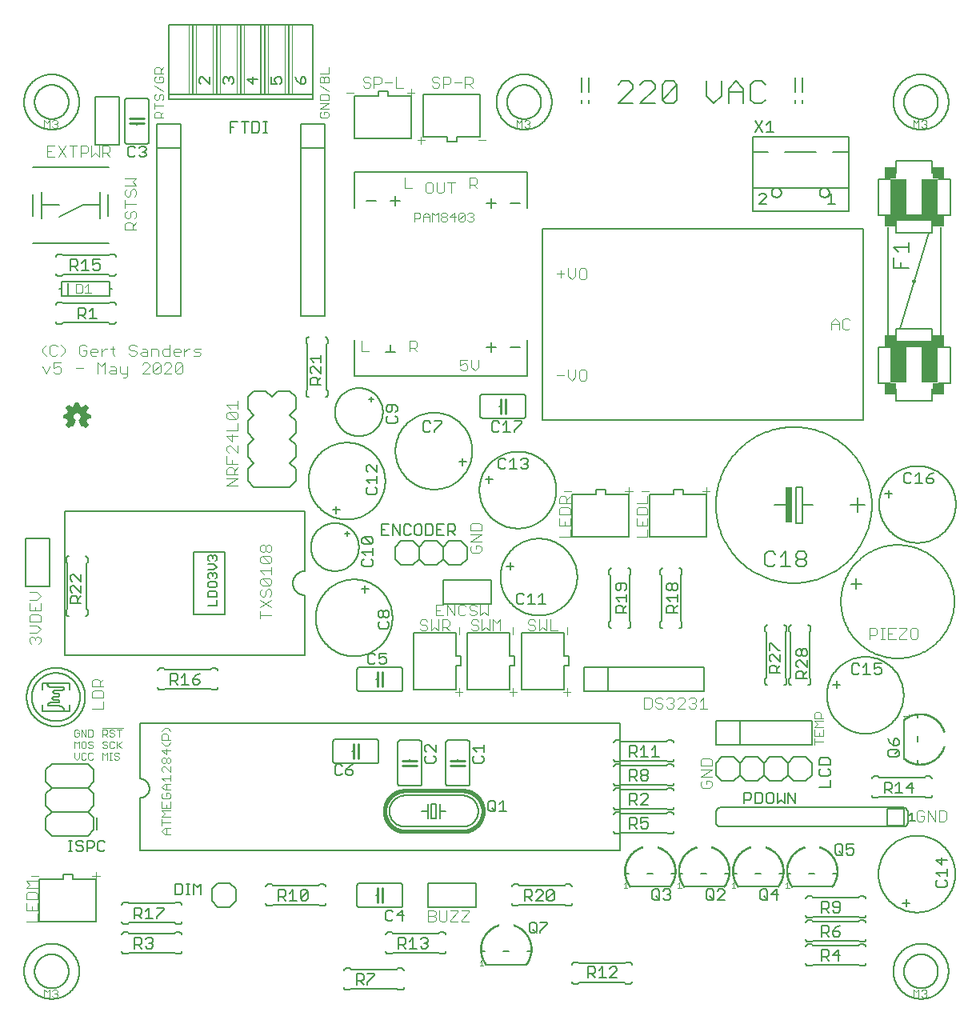
<source format=gbr>
G04 EAGLE Gerber RS-274X export*
G75*
%MOMM*%
%FSLAX34Y34*%
%LPD*%
%INSilkscreen Top*%
%IPPOS*%
%AMOC8*
5,1,8,0,0,1.08239X$1,22.5*%
G01*
%ADD10C,0.076200*%
%ADD11C,0.101600*%
%ADD12C,0.203200*%
%ADD13C,0.152400*%
%ADD14C,0.127000*%
%ADD15C,0.406400*%
%ADD16C,0.254000*%
%ADD17R,1.270000X1.270000*%
%ADD18R,5.080000X0.635000*%
%ADD19R,1.778000X3.810000*%
%ADD20C,0.177800*%
%ADD21C,0.015238*%
%ADD22C,0.050800*%
%ADD23R,0.635000X3.810000*%

G36*
X75603Y616469D02*
X75603Y616469D01*
X75705Y616472D01*
X75725Y616479D01*
X75746Y616481D01*
X75840Y616521D01*
X75937Y616556D01*
X75953Y616569D01*
X75972Y616577D01*
X76103Y616682D01*
X77373Y617952D01*
X77386Y617969D01*
X77402Y617982D01*
X77457Y618069D01*
X77517Y618151D01*
X77523Y618171D01*
X77534Y618189D01*
X77559Y618289D01*
X77589Y618387D01*
X77589Y618408D01*
X77594Y618428D01*
X77585Y618530D01*
X77583Y618632D01*
X77576Y618652D01*
X77574Y618673D01*
X77516Y618830D01*
X76326Y621210D01*
X76326Y624291D01*
X79616Y625388D01*
X79696Y625430D01*
X79781Y625466D01*
X79805Y625487D01*
X79833Y625502D01*
X79896Y625568D01*
X79965Y625629D01*
X79987Y625663D01*
X80003Y625680D01*
X80017Y625709D01*
X80056Y625770D01*
X81326Y628310D01*
X81347Y628379D01*
X81378Y628445D01*
X81384Y628496D01*
X81399Y628544D01*
X81397Y628617D01*
X81405Y628689D01*
X81394Y628739D01*
X81393Y628790D01*
X81368Y628859D01*
X81353Y628930D01*
X81327Y628974D01*
X81309Y629022D01*
X81264Y629079D01*
X81227Y629141D01*
X81188Y629174D01*
X81156Y629214D01*
X81095Y629254D01*
X81040Y629301D01*
X80993Y629320D01*
X80950Y629348D01*
X80879Y629366D01*
X80812Y629393D01*
X80742Y629400D01*
X80711Y629408D01*
X80687Y629407D01*
X80645Y629411D01*
X77384Y629411D01*
X76367Y632460D01*
X77557Y636029D01*
X77559Y636040D01*
X77562Y636046D01*
X77566Y636085D01*
X77572Y636118D01*
X77594Y636206D01*
X77591Y636239D01*
X77596Y636272D01*
X77581Y636361D01*
X77574Y636451D01*
X77561Y636482D01*
X77556Y636515D01*
X77513Y636595D01*
X77478Y636677D01*
X77451Y636711D01*
X77440Y636732D01*
X77417Y636754D01*
X77373Y636808D01*
X76103Y638078D01*
X76087Y638090D01*
X76075Y638105D01*
X75987Y638162D01*
X75904Y638222D01*
X75885Y638228D01*
X75868Y638238D01*
X75767Y638264D01*
X75668Y638294D01*
X75649Y638294D01*
X75629Y638299D01*
X75526Y638291D01*
X75423Y638288D01*
X75404Y638281D01*
X75384Y638279D01*
X75289Y638239D01*
X75192Y638203D01*
X75176Y638191D01*
X75158Y638183D01*
X75027Y638078D01*
X72819Y635871D01*
X69817Y636872D01*
X68667Y640321D01*
X68662Y640331D01*
X68660Y640337D01*
X68656Y640344D01*
X68653Y640360D01*
X68600Y640448D01*
X68553Y640538D01*
X68538Y640553D01*
X68527Y640571D01*
X68449Y640638D01*
X68375Y640708D01*
X68356Y640717D01*
X68340Y640731D01*
X68245Y640769D01*
X68152Y640813D01*
X68131Y640815D01*
X68112Y640823D01*
X67945Y640841D01*
X65405Y640841D01*
X65385Y640838D01*
X65366Y640840D01*
X65264Y640818D01*
X65162Y640802D01*
X65145Y640792D01*
X65125Y640788D01*
X65036Y640735D01*
X64945Y640686D01*
X64931Y640672D01*
X64914Y640662D01*
X64847Y640583D01*
X64776Y640508D01*
X64767Y640490D01*
X64754Y640475D01*
X64715Y640379D01*
X64672Y640285D01*
X64670Y640265D01*
X64662Y640247D01*
X64644Y640080D01*
X64644Y637947D01*
X61595Y635915D01*
X58207Y638173D01*
X58145Y638202D01*
X58088Y638238D01*
X58034Y638252D01*
X57983Y638275D01*
X57915Y638282D01*
X57849Y638299D01*
X57794Y638294D01*
X57739Y638300D01*
X57672Y638285D01*
X57604Y638279D01*
X57553Y638258D01*
X57499Y638245D01*
X57440Y638210D01*
X57378Y638183D01*
X57317Y638134D01*
X57289Y638117D01*
X57275Y638101D01*
X57247Y638078D01*
X55977Y636808D01*
X55937Y636753D01*
X55889Y636704D01*
X55866Y636654D01*
X55833Y636609D01*
X55813Y636544D01*
X55784Y636482D01*
X55777Y636427D01*
X55761Y636373D01*
X55763Y636305D01*
X55754Y636238D01*
X55766Y636183D01*
X55767Y636128D01*
X55791Y636063D01*
X55805Y635997D01*
X55840Y635928D01*
X55852Y635897D01*
X55865Y635880D01*
X55882Y635848D01*
X58215Y632348D01*
X57236Y629411D01*
X53975Y629411D01*
X53955Y629408D01*
X53936Y629410D01*
X53834Y629388D01*
X53732Y629372D01*
X53715Y629362D01*
X53695Y629358D01*
X53606Y629305D01*
X53515Y629256D01*
X53501Y629242D01*
X53484Y629232D01*
X53417Y629153D01*
X53346Y629078D01*
X53337Y629060D01*
X53324Y629045D01*
X53285Y628949D01*
X53242Y628855D01*
X53240Y628835D01*
X53232Y628817D01*
X53214Y628650D01*
X53214Y626110D01*
X53217Y626090D01*
X53215Y626071D01*
X53237Y625969D01*
X53254Y625867D01*
X53263Y625850D01*
X53267Y625830D01*
X53320Y625741D01*
X53369Y625650D01*
X53383Y625636D01*
X53393Y625619D01*
X53472Y625552D01*
X53547Y625481D01*
X53565Y625472D01*
X53580Y625459D01*
X53676Y625420D01*
X53770Y625377D01*
X53790Y625375D01*
X53808Y625367D01*
X53975Y625349D01*
X56108Y625349D01*
X58140Y622300D01*
X55882Y618912D01*
X55853Y618850D01*
X55817Y618793D01*
X55803Y618739D01*
X55780Y618688D01*
X55773Y618620D01*
X55756Y618554D01*
X55761Y618499D01*
X55755Y618444D01*
X55770Y618377D01*
X55776Y618309D01*
X55797Y618258D01*
X55810Y618204D01*
X55845Y618145D01*
X55872Y618083D01*
X55921Y618022D01*
X55938Y617994D01*
X55954Y617980D01*
X55977Y617952D01*
X57247Y616682D01*
X57320Y616629D01*
X57388Y616570D01*
X57419Y616558D01*
X57446Y616538D01*
X57533Y616512D01*
X57616Y616478D01*
X57650Y616476D01*
X57682Y616466D01*
X57772Y616468D01*
X57862Y616463D01*
X57903Y616472D01*
X57927Y616472D01*
X57958Y616483D01*
X58026Y616498D01*
X61836Y617768D01*
X61875Y617788D01*
X61918Y617800D01*
X61983Y617845D01*
X62053Y617882D01*
X62084Y617914D01*
X62121Y617939D01*
X62213Y618050D01*
X62223Y618060D01*
X62225Y618063D01*
X62228Y618068D01*
X64768Y621878D01*
X64797Y621940D01*
X64833Y621997D01*
X64847Y622051D01*
X64870Y622102D01*
X64877Y622170D01*
X64894Y622236D01*
X64889Y622291D01*
X64895Y622346D01*
X64880Y622413D01*
X64874Y622481D01*
X64853Y622532D01*
X64840Y622586D01*
X64805Y622645D01*
X64778Y622707D01*
X64729Y622768D01*
X64712Y622796D01*
X64696Y622810D01*
X64673Y622838D01*
X63530Y623981D01*
X62397Y627380D01*
X63467Y630588D01*
X66675Y631658D01*
X69997Y630550D01*
X72147Y627325D01*
X69804Y622640D01*
X69777Y622553D01*
X69743Y622469D01*
X69741Y622436D01*
X69731Y622406D01*
X69733Y622314D01*
X69728Y622223D01*
X69736Y622183D01*
X69737Y622160D01*
X69748Y622129D01*
X69763Y622059D01*
X71033Y618249D01*
X71043Y618231D01*
X71047Y618210D01*
X71100Y618122D01*
X71147Y618032D01*
X71162Y618017D01*
X71173Y617999D01*
X71251Y617932D01*
X71325Y617862D01*
X71344Y617853D01*
X71360Y617839D01*
X71455Y617801D01*
X71548Y617757D01*
X71569Y617755D01*
X71588Y617747D01*
X71755Y617729D01*
X72845Y617729D01*
X75225Y616539D01*
X75245Y616533D01*
X75262Y616522D01*
X75362Y616497D01*
X75459Y616466D01*
X75480Y616467D01*
X75501Y616461D01*
X75603Y616469D01*
G37*
D10*
X325156Y949627D02*
X323588Y948059D01*
X323588Y944924D01*
X325156Y943356D01*
X331426Y943356D01*
X332994Y944924D01*
X332994Y948059D01*
X331426Y949627D01*
X328291Y949627D01*
X328291Y946491D01*
X332994Y952711D02*
X323588Y952711D01*
X332994Y958982D01*
X323588Y958982D01*
X323588Y962066D02*
X332994Y962066D01*
X332994Y966769D01*
X331426Y968337D01*
X325156Y968337D01*
X323588Y966769D01*
X323588Y962066D01*
X332994Y971422D02*
X323588Y977692D01*
X323588Y980777D02*
X332994Y980777D01*
X323588Y980777D02*
X323588Y985480D01*
X325156Y987047D01*
X326723Y987047D01*
X328291Y985480D01*
X329859Y987047D01*
X331426Y987047D01*
X332994Y985480D01*
X332994Y980777D01*
X328291Y980777D02*
X328291Y985480D01*
X323588Y990132D02*
X332994Y990132D01*
X332994Y996403D01*
X158369Y943356D02*
X148963Y943356D01*
X148963Y948059D01*
X150531Y949627D01*
X153666Y949627D01*
X155234Y948059D01*
X155234Y943356D01*
X155234Y946491D02*
X158369Y949627D01*
X158369Y955847D02*
X148963Y955847D01*
X148963Y958982D02*
X148963Y952711D01*
X148963Y966769D02*
X150531Y968337D01*
X148963Y966769D02*
X148963Y963634D01*
X150531Y962066D01*
X152098Y962066D01*
X153666Y963634D01*
X153666Y966769D01*
X155234Y968337D01*
X156801Y968337D01*
X158369Y966769D01*
X158369Y963634D01*
X156801Y962066D01*
X158369Y971422D02*
X148963Y977692D01*
X148963Y985480D02*
X150531Y987047D01*
X148963Y985480D02*
X148963Y982344D01*
X150531Y980777D01*
X156801Y980777D01*
X158369Y982344D01*
X158369Y985480D01*
X156801Y987047D01*
X153666Y987047D01*
X153666Y983912D01*
X158369Y990132D02*
X148963Y990132D01*
X148963Y994835D01*
X150531Y996403D01*
X153666Y996403D01*
X155234Y994835D01*
X155234Y990132D01*
X155234Y993267D02*
X158369Y996403D01*
X115889Y297180D02*
X93437Y297180D01*
X68796Y294434D02*
X67567Y295662D01*
X65110Y295662D01*
X63881Y294434D01*
X63881Y289519D01*
X65110Y288290D01*
X67567Y288290D01*
X68796Y289519D01*
X68796Y291976D01*
X66338Y291976D01*
X71365Y288290D02*
X71365Y295662D01*
X76280Y288290D01*
X76280Y295662D01*
X78849Y295662D02*
X78849Y288290D01*
X82535Y288290D01*
X83764Y289519D01*
X83764Y294434D01*
X82535Y295662D01*
X78849Y295662D01*
X93818Y295662D02*
X93818Y288290D01*
X93818Y295662D02*
X97504Y295662D01*
X98732Y294434D01*
X98732Y291976D01*
X97504Y290747D01*
X93818Y290747D01*
X96275Y290747D02*
X98732Y288290D01*
X104988Y295662D02*
X106217Y294434D01*
X104988Y295662D02*
X102530Y295662D01*
X101302Y294434D01*
X101302Y293205D01*
X102530Y291976D01*
X104988Y291976D01*
X106217Y290747D01*
X106217Y289519D01*
X104988Y288290D01*
X102530Y288290D01*
X101302Y289519D01*
X111243Y288290D02*
X111243Y295662D01*
X108786Y295662D02*
X113701Y295662D01*
X63881Y283470D02*
X63881Y276098D01*
X66338Y281013D02*
X63881Y283470D01*
X66338Y281013D02*
X68796Y283470D01*
X68796Y276098D01*
X72594Y283470D02*
X75051Y283470D01*
X72594Y283470D02*
X71365Y282242D01*
X71365Y277327D01*
X72594Y276098D01*
X75051Y276098D01*
X76280Y277327D01*
X76280Y282242D01*
X75051Y283470D01*
X82535Y283470D02*
X83764Y282242D01*
X82535Y283470D02*
X80078Y283470D01*
X78849Y282242D01*
X78849Y281013D01*
X80078Y279784D01*
X82535Y279784D01*
X83764Y278555D01*
X83764Y277327D01*
X82535Y276098D01*
X80078Y276098D01*
X78849Y277327D01*
X97504Y283470D02*
X98732Y282242D01*
X97504Y283470D02*
X95046Y283470D01*
X93818Y282242D01*
X93818Y281013D01*
X95046Y279784D01*
X97504Y279784D01*
X98732Y278555D01*
X98732Y277327D01*
X97504Y276098D01*
X95046Y276098D01*
X93818Y277327D01*
X104988Y283470D02*
X106217Y282242D01*
X104988Y283470D02*
X102530Y283470D01*
X101302Y282242D01*
X101302Y277327D01*
X102530Y276098D01*
X104988Y276098D01*
X106217Y277327D01*
X108786Y276098D02*
X108786Y283470D01*
X108786Y278555D02*
X113701Y283470D01*
X110015Y279784D02*
X113701Y276098D01*
X63881Y271278D02*
X63881Y266363D01*
X66338Y263906D01*
X68796Y266363D01*
X68796Y271278D01*
X75051Y271278D02*
X76280Y270050D01*
X75051Y271278D02*
X72594Y271278D01*
X71365Y270050D01*
X71365Y265135D01*
X72594Y263906D01*
X75051Y263906D01*
X76280Y265135D01*
X82535Y271278D02*
X83764Y270050D01*
X82535Y271278D02*
X80078Y271278D01*
X78849Y270050D01*
X78849Y265135D01*
X80078Y263906D01*
X82535Y263906D01*
X83764Y265135D01*
X93818Y263906D02*
X93818Y271278D01*
X96275Y268821D01*
X98732Y271278D01*
X98732Y263906D01*
X101302Y263906D02*
X103759Y263906D01*
X102530Y263906D02*
X102530Y271278D01*
X101302Y271278D02*
X103759Y271278D01*
X109977Y271278D02*
X111206Y270050D01*
X109977Y271278D02*
X107520Y271278D01*
X106291Y270050D01*
X106291Y268821D01*
X107520Y267592D01*
X109977Y267592D01*
X111206Y266363D01*
X111206Y265135D01*
X109977Y263906D01*
X107520Y263906D01*
X106291Y265135D01*
D11*
X34251Y691388D02*
X30353Y695286D01*
X30353Y699184D01*
X34251Y703082D01*
X43996Y703082D02*
X45945Y701133D01*
X43996Y703082D02*
X40098Y703082D01*
X38149Y701133D01*
X38149Y693337D01*
X40098Y691388D01*
X43996Y691388D01*
X45945Y693337D01*
X49843Y691388D02*
X53741Y695286D01*
X53741Y699184D01*
X49843Y703082D01*
X75180Y703082D02*
X77129Y701133D01*
X75180Y703082D02*
X71282Y703082D01*
X69333Y701133D01*
X69333Y693337D01*
X71282Y691388D01*
X75180Y691388D01*
X77129Y693337D01*
X77129Y697235D01*
X73231Y697235D01*
X82976Y691388D02*
X86874Y691388D01*
X82976Y691388D02*
X81027Y693337D01*
X81027Y697235D01*
X82976Y699184D01*
X86874Y699184D01*
X88823Y697235D01*
X88823Y695286D01*
X81027Y695286D01*
X92721Y691388D02*
X92721Y699184D01*
X92721Y695286D02*
X96619Y699184D01*
X98568Y699184D01*
X104415Y701133D02*
X104415Y693337D01*
X106364Y691388D01*
X106364Y699184D02*
X102466Y699184D01*
X127803Y703082D02*
X129752Y701133D01*
X127803Y703082D02*
X123905Y703082D01*
X121956Y701133D01*
X121956Y699184D01*
X123905Y697235D01*
X127803Y697235D01*
X129752Y695286D01*
X129752Y693337D01*
X127803Y691388D01*
X123905Y691388D01*
X121956Y693337D01*
X135599Y699184D02*
X139497Y699184D01*
X141446Y697235D01*
X141446Y691388D01*
X135599Y691388D01*
X133650Y693337D01*
X135599Y695286D01*
X141446Y695286D01*
X145344Y691388D02*
X145344Y699184D01*
X151191Y699184D01*
X153140Y697235D01*
X153140Y691388D01*
X164834Y691388D02*
X164834Y703082D01*
X164834Y691388D02*
X158987Y691388D01*
X157038Y693337D01*
X157038Y697235D01*
X158987Y699184D01*
X164834Y699184D01*
X170681Y691388D02*
X174579Y691388D01*
X170681Y691388D02*
X168732Y693337D01*
X168732Y697235D01*
X170681Y699184D01*
X174579Y699184D01*
X176528Y697235D01*
X176528Y695286D01*
X168732Y695286D01*
X180426Y691388D02*
X180426Y699184D01*
X180426Y695286D02*
X184324Y699184D01*
X186273Y699184D01*
X190171Y691388D02*
X196018Y691388D01*
X197967Y693337D01*
X196018Y695286D01*
X192120Y695286D01*
X190171Y697235D01*
X192120Y699184D01*
X197967Y699184D01*
X34251Y672338D02*
X30353Y680134D01*
X38149Y680134D02*
X34251Y672338D01*
X42047Y684032D02*
X49843Y684032D01*
X42047Y684032D02*
X42047Y678185D01*
X45945Y680134D01*
X47894Y680134D01*
X49843Y678185D01*
X49843Y674287D01*
X47894Y672338D01*
X43996Y672338D01*
X42047Y674287D01*
X65435Y678185D02*
X73231Y678185D01*
X88823Y672338D02*
X88823Y684032D01*
X92721Y680134D01*
X96619Y684032D01*
X96619Y672338D01*
X102466Y680134D02*
X106364Y680134D01*
X108313Y678185D01*
X108313Y672338D01*
X102466Y672338D01*
X100517Y674287D01*
X102466Y676236D01*
X108313Y676236D01*
X112211Y674287D02*
X112211Y680134D01*
X112211Y674287D02*
X114160Y672338D01*
X120007Y672338D01*
X120007Y670389D02*
X120007Y680134D01*
X120007Y670389D02*
X118058Y668440D01*
X116109Y668440D01*
X135599Y672338D02*
X143395Y672338D01*
X135599Y672338D02*
X143395Y680134D01*
X143395Y682083D01*
X141446Y684032D01*
X137548Y684032D01*
X135599Y682083D01*
X147293Y682083D02*
X147293Y674287D01*
X147293Y682083D02*
X149242Y684032D01*
X153140Y684032D01*
X155089Y682083D01*
X155089Y674287D01*
X153140Y672338D01*
X149242Y672338D01*
X147293Y674287D01*
X155089Y682083D01*
X158987Y672338D02*
X166783Y672338D01*
X158987Y672338D02*
X166783Y680134D01*
X166783Y682083D01*
X164834Y684032D01*
X160936Y684032D01*
X158987Y682083D01*
X170681Y682083D02*
X170681Y674287D01*
X170681Y682083D02*
X172630Y684032D01*
X176528Y684032D01*
X178477Y682083D01*
X178477Y674287D01*
X176528Y672338D01*
X172630Y672338D01*
X170681Y674287D01*
X178477Y682083D01*
D12*
X600456Y958596D02*
X600456Y962494D01*
X600456Y970290D02*
X600456Y985882D01*
X608252Y962494D02*
X608252Y958596D01*
X608252Y970290D02*
X608252Y985882D01*
X639436Y958596D02*
X655028Y958596D01*
X639436Y958596D02*
X655028Y974188D01*
X655028Y978086D01*
X651130Y981984D01*
X643334Y981984D01*
X639436Y978086D01*
X662824Y958596D02*
X678416Y958596D01*
X662824Y958596D02*
X678416Y974188D01*
X678416Y978086D01*
X674518Y981984D01*
X666722Y981984D01*
X662824Y978086D01*
X686212Y978086D02*
X686212Y962494D01*
X686212Y978086D02*
X690110Y981984D01*
X697906Y981984D01*
X701804Y978086D01*
X701804Y962494D01*
X697906Y958596D01*
X690110Y958596D01*
X686212Y962494D01*
X701804Y978086D01*
X732988Y981984D02*
X732988Y966392D01*
X740784Y958596D01*
X748580Y966392D01*
X748580Y981984D01*
X756376Y974188D02*
X756376Y958596D01*
X756376Y974188D02*
X764172Y981984D01*
X771968Y974188D01*
X771968Y958596D01*
X771968Y970290D02*
X756376Y970290D01*
X791458Y981984D02*
X795356Y978086D01*
X791458Y981984D02*
X783662Y981984D01*
X779764Y978086D01*
X779764Y962494D01*
X783662Y958596D01*
X791458Y958596D01*
X795356Y962494D01*
X826540Y962494D02*
X826540Y958596D01*
X826540Y970290D02*
X826540Y985882D01*
X834336Y962494D02*
X834336Y958596D01*
X834336Y970290D02*
X834336Y985882D01*
D11*
X728887Y241984D02*
X726938Y240035D01*
X726938Y236137D01*
X728887Y234188D01*
X736683Y234188D01*
X738632Y236137D01*
X738632Y240035D01*
X736683Y241984D01*
X732785Y241984D01*
X732785Y238086D01*
X738632Y245882D02*
X726938Y245882D01*
X738632Y253678D01*
X726938Y253678D01*
X726938Y257576D02*
X738632Y257576D01*
X738632Y263423D01*
X736683Y265372D01*
X728887Y265372D01*
X726938Y263423D01*
X726938Y257576D01*
X485047Y490904D02*
X483098Y488955D01*
X483098Y485057D01*
X485047Y483108D01*
X492843Y483108D01*
X494792Y485057D01*
X494792Y488955D01*
X492843Y490904D01*
X488945Y490904D01*
X488945Y487006D01*
X494792Y494802D02*
X483098Y494802D01*
X494792Y502598D01*
X483098Y502598D01*
X483098Y506496D02*
X494792Y506496D01*
X494792Y512343D01*
X492843Y514292D01*
X485047Y514292D01*
X483098Y512343D01*
X483098Y506496D01*
X961395Y210322D02*
X963344Y208373D01*
X961395Y210322D02*
X957497Y210322D01*
X955548Y208373D01*
X955548Y200577D01*
X957497Y198628D01*
X961395Y198628D01*
X963344Y200577D01*
X963344Y204475D01*
X959446Y204475D01*
X967242Y198628D02*
X967242Y210322D01*
X975038Y198628D01*
X975038Y210322D01*
X978936Y210322D02*
X978936Y198628D01*
X984783Y198628D01*
X986732Y200577D01*
X986732Y208373D01*
X984783Y210322D01*
X978936Y210322D01*
D13*
X930762Y960000D02*
X930771Y960718D01*
X930797Y961435D01*
X930841Y962151D01*
X930903Y962866D01*
X930982Y963579D01*
X931078Y964290D01*
X931192Y964999D01*
X931324Y965704D01*
X931472Y966406D01*
X931638Y967104D01*
X931821Y967798D01*
X932021Y968487D01*
X932238Y969171D01*
X932471Y969850D01*
X932721Y970523D01*
X932988Y971189D01*
X933270Y971848D01*
X933569Y972501D01*
X933884Y973146D01*
X934214Y973783D01*
X934560Y974411D01*
X934922Y975031D01*
X935298Y975642D01*
X935689Y976244D01*
X936095Y976835D01*
X936516Y977417D01*
X936950Y977988D01*
X937399Y978548D01*
X937861Y979097D01*
X938336Y979635D01*
X938824Y980161D01*
X939326Y980674D01*
X939839Y981176D01*
X940365Y981664D01*
X940903Y982139D01*
X941452Y982601D01*
X942012Y983050D01*
X942583Y983484D01*
X943165Y983905D01*
X943756Y984311D01*
X944358Y984702D01*
X944969Y985078D01*
X945589Y985440D01*
X946217Y985786D01*
X946854Y986116D01*
X947499Y986431D01*
X948152Y986730D01*
X948811Y987012D01*
X949477Y987279D01*
X950150Y987529D01*
X950829Y987762D01*
X951513Y987979D01*
X952202Y988179D01*
X952896Y988362D01*
X953594Y988528D01*
X954296Y988676D01*
X955001Y988808D01*
X955710Y988922D01*
X956421Y989018D01*
X957134Y989097D01*
X957849Y989159D01*
X958565Y989203D01*
X959282Y989229D01*
X960000Y989238D01*
X960718Y989229D01*
X961435Y989203D01*
X962151Y989159D01*
X962866Y989097D01*
X963579Y989018D01*
X964290Y988922D01*
X964999Y988808D01*
X965704Y988676D01*
X966406Y988528D01*
X967104Y988362D01*
X967798Y988179D01*
X968487Y987979D01*
X969171Y987762D01*
X969850Y987529D01*
X970523Y987279D01*
X971189Y987012D01*
X971848Y986730D01*
X972501Y986431D01*
X973146Y986116D01*
X973783Y985786D01*
X974411Y985440D01*
X975031Y985078D01*
X975642Y984702D01*
X976244Y984311D01*
X976835Y983905D01*
X977417Y983484D01*
X977988Y983050D01*
X978548Y982601D01*
X979097Y982139D01*
X979635Y981664D01*
X980161Y981176D01*
X980674Y980674D01*
X981176Y980161D01*
X981664Y979635D01*
X982139Y979097D01*
X982601Y978548D01*
X983050Y977988D01*
X983484Y977417D01*
X983905Y976835D01*
X984311Y976244D01*
X984702Y975642D01*
X985078Y975031D01*
X985440Y974411D01*
X985786Y973783D01*
X986116Y973146D01*
X986431Y972501D01*
X986730Y971848D01*
X987012Y971189D01*
X987279Y970523D01*
X987529Y969850D01*
X987762Y969171D01*
X987979Y968487D01*
X988179Y967798D01*
X988362Y967104D01*
X988528Y966406D01*
X988676Y965704D01*
X988808Y964999D01*
X988922Y964290D01*
X989018Y963579D01*
X989097Y962866D01*
X989159Y962151D01*
X989203Y961435D01*
X989229Y960718D01*
X989238Y960000D01*
X989229Y959282D01*
X989203Y958565D01*
X989159Y957849D01*
X989097Y957134D01*
X989018Y956421D01*
X988922Y955710D01*
X988808Y955001D01*
X988676Y954296D01*
X988528Y953594D01*
X988362Y952896D01*
X988179Y952202D01*
X987979Y951513D01*
X987762Y950829D01*
X987529Y950150D01*
X987279Y949477D01*
X987012Y948811D01*
X986730Y948152D01*
X986431Y947499D01*
X986116Y946854D01*
X985786Y946217D01*
X985440Y945589D01*
X985078Y944969D01*
X984702Y944358D01*
X984311Y943756D01*
X983905Y943165D01*
X983484Y942583D01*
X983050Y942012D01*
X982601Y941452D01*
X982139Y940903D01*
X981664Y940365D01*
X981176Y939839D01*
X980674Y939326D01*
X980161Y938824D01*
X979635Y938336D01*
X979097Y937861D01*
X978548Y937399D01*
X977988Y936950D01*
X977417Y936516D01*
X976835Y936095D01*
X976244Y935689D01*
X975642Y935298D01*
X975031Y934922D01*
X974411Y934560D01*
X973783Y934214D01*
X973146Y933884D01*
X972501Y933569D01*
X971848Y933270D01*
X971189Y932988D01*
X970523Y932721D01*
X969850Y932471D01*
X969171Y932238D01*
X968487Y932021D01*
X967798Y931821D01*
X967104Y931638D01*
X966406Y931472D01*
X965704Y931324D01*
X964999Y931192D01*
X964290Y931078D01*
X963579Y930982D01*
X962866Y930903D01*
X962151Y930841D01*
X961435Y930797D01*
X960718Y930771D01*
X960000Y930762D01*
X959282Y930771D01*
X958565Y930797D01*
X957849Y930841D01*
X957134Y930903D01*
X956421Y930982D01*
X955710Y931078D01*
X955001Y931192D01*
X954296Y931324D01*
X953594Y931472D01*
X952896Y931638D01*
X952202Y931821D01*
X951513Y932021D01*
X950829Y932238D01*
X950150Y932471D01*
X949477Y932721D01*
X948811Y932988D01*
X948152Y933270D01*
X947499Y933569D01*
X946854Y933884D01*
X946217Y934214D01*
X945589Y934560D01*
X944969Y934922D01*
X944358Y935298D01*
X943756Y935689D01*
X943165Y936095D01*
X942583Y936516D01*
X942012Y936950D01*
X941452Y937399D01*
X940903Y937861D01*
X940365Y938336D01*
X939839Y938824D01*
X939326Y939326D01*
X938824Y939839D01*
X938336Y940365D01*
X937861Y940903D01*
X937399Y941452D01*
X936950Y942012D01*
X936516Y942583D01*
X936095Y943165D01*
X935689Y943756D01*
X935298Y944358D01*
X934922Y944969D01*
X934560Y945589D01*
X934214Y946217D01*
X933884Y946854D01*
X933569Y947499D01*
X933270Y948152D01*
X932988Y948811D01*
X932721Y949477D01*
X932471Y950150D01*
X932238Y950829D01*
X932021Y951513D01*
X931821Y952202D01*
X931638Y952896D01*
X931472Y953594D01*
X931324Y954296D01*
X931192Y955001D01*
X931078Y955710D01*
X930982Y956421D01*
X930903Y957134D01*
X930841Y957849D01*
X930797Y958565D01*
X930771Y959282D01*
X930762Y960000D01*
D12*
X941984Y960000D02*
X941989Y960442D01*
X942006Y960884D01*
X942033Y961325D01*
X942071Y961766D01*
X942119Y962205D01*
X942179Y962643D01*
X942249Y963080D01*
X942330Y963515D01*
X942422Y963947D01*
X942524Y964378D01*
X942637Y964805D01*
X942760Y965230D01*
X942893Y965651D01*
X943037Y966069D01*
X943191Y966484D01*
X943355Y966894D01*
X943530Y967301D01*
X943714Y967703D01*
X943908Y968100D01*
X944111Y968493D01*
X944325Y968880D01*
X944547Y969262D01*
X944779Y969639D01*
X945020Y970009D01*
X945270Y970374D01*
X945529Y970732D01*
X945797Y971084D01*
X946073Y971429D01*
X946358Y971768D01*
X946651Y972099D01*
X946952Y972423D01*
X947261Y972739D01*
X947577Y973048D01*
X947901Y973349D01*
X948232Y973642D01*
X948571Y973927D01*
X948916Y974203D01*
X949268Y974471D01*
X949626Y974730D01*
X949991Y974980D01*
X950361Y975221D01*
X950738Y975453D01*
X951120Y975675D01*
X951507Y975889D01*
X951900Y976092D01*
X952297Y976286D01*
X952699Y976470D01*
X953106Y976645D01*
X953516Y976809D01*
X953931Y976963D01*
X954349Y977107D01*
X954770Y977240D01*
X955195Y977363D01*
X955622Y977476D01*
X956053Y977578D01*
X956485Y977670D01*
X956920Y977751D01*
X957357Y977821D01*
X957795Y977881D01*
X958234Y977929D01*
X958675Y977967D01*
X959116Y977994D01*
X959558Y978011D01*
X960000Y978016D01*
X960442Y978011D01*
X960884Y977994D01*
X961325Y977967D01*
X961766Y977929D01*
X962205Y977881D01*
X962643Y977821D01*
X963080Y977751D01*
X963515Y977670D01*
X963947Y977578D01*
X964378Y977476D01*
X964805Y977363D01*
X965230Y977240D01*
X965651Y977107D01*
X966069Y976963D01*
X966484Y976809D01*
X966894Y976645D01*
X967301Y976470D01*
X967703Y976286D01*
X968100Y976092D01*
X968493Y975889D01*
X968880Y975675D01*
X969262Y975453D01*
X969639Y975221D01*
X970009Y974980D01*
X970374Y974730D01*
X970732Y974471D01*
X971084Y974203D01*
X971429Y973927D01*
X971768Y973642D01*
X972099Y973349D01*
X972423Y973048D01*
X972739Y972739D01*
X973048Y972423D01*
X973349Y972099D01*
X973642Y971768D01*
X973927Y971429D01*
X974203Y971084D01*
X974471Y970732D01*
X974730Y970374D01*
X974980Y970009D01*
X975221Y969639D01*
X975453Y969262D01*
X975675Y968880D01*
X975889Y968493D01*
X976092Y968100D01*
X976286Y967703D01*
X976470Y967301D01*
X976645Y966894D01*
X976809Y966484D01*
X976963Y966069D01*
X977107Y965651D01*
X977240Y965230D01*
X977363Y964805D01*
X977476Y964378D01*
X977578Y963947D01*
X977670Y963515D01*
X977751Y963080D01*
X977821Y962643D01*
X977881Y962205D01*
X977929Y961766D01*
X977967Y961325D01*
X977994Y960884D01*
X978011Y960442D01*
X978016Y960000D01*
X978011Y959558D01*
X977994Y959116D01*
X977967Y958675D01*
X977929Y958234D01*
X977881Y957795D01*
X977821Y957357D01*
X977751Y956920D01*
X977670Y956485D01*
X977578Y956053D01*
X977476Y955622D01*
X977363Y955195D01*
X977240Y954770D01*
X977107Y954349D01*
X976963Y953931D01*
X976809Y953516D01*
X976645Y953106D01*
X976470Y952699D01*
X976286Y952297D01*
X976092Y951900D01*
X975889Y951507D01*
X975675Y951120D01*
X975453Y950738D01*
X975221Y950361D01*
X974980Y949991D01*
X974730Y949626D01*
X974471Y949268D01*
X974203Y948916D01*
X973927Y948571D01*
X973642Y948232D01*
X973349Y947901D01*
X973048Y947577D01*
X972739Y947261D01*
X972423Y946952D01*
X972099Y946651D01*
X971768Y946358D01*
X971429Y946073D01*
X971084Y945797D01*
X970732Y945529D01*
X970374Y945270D01*
X970009Y945020D01*
X969639Y944779D01*
X969262Y944547D01*
X968880Y944325D01*
X968493Y944111D01*
X968100Y943908D01*
X967703Y943714D01*
X967301Y943530D01*
X966894Y943355D01*
X966484Y943191D01*
X966069Y943037D01*
X965651Y942893D01*
X965230Y942760D01*
X964805Y942637D01*
X964378Y942524D01*
X963947Y942422D01*
X963515Y942330D01*
X963080Y942249D01*
X962643Y942179D01*
X962205Y942119D01*
X961766Y942071D01*
X961325Y942033D01*
X960884Y942006D01*
X960442Y941989D01*
X960000Y941984D01*
X959558Y941989D01*
X959116Y942006D01*
X958675Y942033D01*
X958234Y942071D01*
X957795Y942119D01*
X957357Y942179D01*
X956920Y942249D01*
X956485Y942330D01*
X956053Y942422D01*
X955622Y942524D01*
X955195Y942637D01*
X954770Y942760D01*
X954349Y942893D01*
X953931Y943037D01*
X953516Y943191D01*
X953106Y943355D01*
X952699Y943530D01*
X952297Y943714D01*
X951900Y943908D01*
X951507Y944111D01*
X951120Y944325D01*
X950738Y944547D01*
X950361Y944779D01*
X949991Y945020D01*
X949626Y945270D01*
X949268Y945529D01*
X948916Y945797D01*
X948571Y946073D01*
X948232Y946358D01*
X947901Y946651D01*
X947577Y946952D01*
X947261Y947261D01*
X946952Y947577D01*
X946651Y947901D01*
X946358Y948232D01*
X946073Y948571D01*
X945797Y948916D01*
X945529Y949268D01*
X945270Y949626D01*
X945020Y949991D01*
X944779Y950361D01*
X944547Y950738D01*
X944325Y951120D01*
X944111Y951507D01*
X943908Y951900D01*
X943714Y952297D01*
X943530Y952699D01*
X943355Y953106D01*
X943191Y953516D01*
X943037Y953931D01*
X942893Y954349D01*
X942760Y954770D01*
X942637Y955195D01*
X942524Y955622D01*
X942422Y956053D01*
X942330Y956485D01*
X942249Y956920D01*
X942179Y957357D01*
X942119Y957795D01*
X942071Y958234D01*
X942033Y958675D01*
X942006Y959116D01*
X941989Y959558D01*
X941984Y960000D01*
D10*
X952094Y940626D02*
X952094Y932381D01*
X954842Y937878D02*
X952094Y940626D01*
X954842Y937878D02*
X957591Y940626D01*
X957591Y932381D01*
X960381Y939252D02*
X961755Y940626D01*
X964504Y940626D01*
X965878Y939252D01*
X965878Y937878D01*
X964504Y936504D01*
X963129Y936504D01*
X964504Y936504D02*
X965878Y935129D01*
X965878Y933755D01*
X964504Y932381D01*
X961755Y932381D01*
X960381Y933755D01*
D13*
X10762Y960000D02*
X10771Y960718D01*
X10797Y961435D01*
X10841Y962151D01*
X10903Y962866D01*
X10982Y963579D01*
X11078Y964290D01*
X11192Y964999D01*
X11324Y965704D01*
X11472Y966406D01*
X11638Y967104D01*
X11821Y967798D01*
X12021Y968487D01*
X12238Y969171D01*
X12471Y969850D01*
X12721Y970523D01*
X12988Y971189D01*
X13270Y971848D01*
X13569Y972501D01*
X13884Y973146D01*
X14214Y973783D01*
X14560Y974411D01*
X14922Y975031D01*
X15298Y975642D01*
X15689Y976244D01*
X16095Y976835D01*
X16516Y977417D01*
X16950Y977988D01*
X17399Y978548D01*
X17861Y979097D01*
X18336Y979635D01*
X18824Y980161D01*
X19326Y980674D01*
X19839Y981176D01*
X20365Y981664D01*
X20903Y982139D01*
X21452Y982601D01*
X22012Y983050D01*
X22583Y983484D01*
X23165Y983905D01*
X23756Y984311D01*
X24358Y984702D01*
X24969Y985078D01*
X25589Y985440D01*
X26217Y985786D01*
X26854Y986116D01*
X27499Y986431D01*
X28152Y986730D01*
X28811Y987012D01*
X29477Y987279D01*
X30150Y987529D01*
X30829Y987762D01*
X31513Y987979D01*
X32202Y988179D01*
X32896Y988362D01*
X33594Y988528D01*
X34296Y988676D01*
X35001Y988808D01*
X35710Y988922D01*
X36421Y989018D01*
X37134Y989097D01*
X37849Y989159D01*
X38565Y989203D01*
X39282Y989229D01*
X40000Y989238D01*
X40718Y989229D01*
X41435Y989203D01*
X42151Y989159D01*
X42866Y989097D01*
X43579Y989018D01*
X44290Y988922D01*
X44999Y988808D01*
X45704Y988676D01*
X46406Y988528D01*
X47104Y988362D01*
X47798Y988179D01*
X48487Y987979D01*
X49171Y987762D01*
X49850Y987529D01*
X50523Y987279D01*
X51189Y987012D01*
X51848Y986730D01*
X52501Y986431D01*
X53146Y986116D01*
X53783Y985786D01*
X54411Y985440D01*
X55031Y985078D01*
X55642Y984702D01*
X56244Y984311D01*
X56835Y983905D01*
X57417Y983484D01*
X57988Y983050D01*
X58548Y982601D01*
X59097Y982139D01*
X59635Y981664D01*
X60161Y981176D01*
X60674Y980674D01*
X61176Y980161D01*
X61664Y979635D01*
X62139Y979097D01*
X62601Y978548D01*
X63050Y977988D01*
X63484Y977417D01*
X63905Y976835D01*
X64311Y976244D01*
X64702Y975642D01*
X65078Y975031D01*
X65440Y974411D01*
X65786Y973783D01*
X66116Y973146D01*
X66431Y972501D01*
X66730Y971848D01*
X67012Y971189D01*
X67279Y970523D01*
X67529Y969850D01*
X67762Y969171D01*
X67979Y968487D01*
X68179Y967798D01*
X68362Y967104D01*
X68528Y966406D01*
X68676Y965704D01*
X68808Y964999D01*
X68922Y964290D01*
X69018Y963579D01*
X69097Y962866D01*
X69159Y962151D01*
X69203Y961435D01*
X69229Y960718D01*
X69238Y960000D01*
X69229Y959282D01*
X69203Y958565D01*
X69159Y957849D01*
X69097Y957134D01*
X69018Y956421D01*
X68922Y955710D01*
X68808Y955001D01*
X68676Y954296D01*
X68528Y953594D01*
X68362Y952896D01*
X68179Y952202D01*
X67979Y951513D01*
X67762Y950829D01*
X67529Y950150D01*
X67279Y949477D01*
X67012Y948811D01*
X66730Y948152D01*
X66431Y947499D01*
X66116Y946854D01*
X65786Y946217D01*
X65440Y945589D01*
X65078Y944969D01*
X64702Y944358D01*
X64311Y943756D01*
X63905Y943165D01*
X63484Y942583D01*
X63050Y942012D01*
X62601Y941452D01*
X62139Y940903D01*
X61664Y940365D01*
X61176Y939839D01*
X60674Y939326D01*
X60161Y938824D01*
X59635Y938336D01*
X59097Y937861D01*
X58548Y937399D01*
X57988Y936950D01*
X57417Y936516D01*
X56835Y936095D01*
X56244Y935689D01*
X55642Y935298D01*
X55031Y934922D01*
X54411Y934560D01*
X53783Y934214D01*
X53146Y933884D01*
X52501Y933569D01*
X51848Y933270D01*
X51189Y932988D01*
X50523Y932721D01*
X49850Y932471D01*
X49171Y932238D01*
X48487Y932021D01*
X47798Y931821D01*
X47104Y931638D01*
X46406Y931472D01*
X45704Y931324D01*
X44999Y931192D01*
X44290Y931078D01*
X43579Y930982D01*
X42866Y930903D01*
X42151Y930841D01*
X41435Y930797D01*
X40718Y930771D01*
X40000Y930762D01*
X39282Y930771D01*
X38565Y930797D01*
X37849Y930841D01*
X37134Y930903D01*
X36421Y930982D01*
X35710Y931078D01*
X35001Y931192D01*
X34296Y931324D01*
X33594Y931472D01*
X32896Y931638D01*
X32202Y931821D01*
X31513Y932021D01*
X30829Y932238D01*
X30150Y932471D01*
X29477Y932721D01*
X28811Y932988D01*
X28152Y933270D01*
X27499Y933569D01*
X26854Y933884D01*
X26217Y934214D01*
X25589Y934560D01*
X24969Y934922D01*
X24358Y935298D01*
X23756Y935689D01*
X23165Y936095D01*
X22583Y936516D01*
X22012Y936950D01*
X21452Y937399D01*
X20903Y937861D01*
X20365Y938336D01*
X19839Y938824D01*
X19326Y939326D01*
X18824Y939839D01*
X18336Y940365D01*
X17861Y940903D01*
X17399Y941452D01*
X16950Y942012D01*
X16516Y942583D01*
X16095Y943165D01*
X15689Y943756D01*
X15298Y944358D01*
X14922Y944969D01*
X14560Y945589D01*
X14214Y946217D01*
X13884Y946854D01*
X13569Y947499D01*
X13270Y948152D01*
X12988Y948811D01*
X12721Y949477D01*
X12471Y950150D01*
X12238Y950829D01*
X12021Y951513D01*
X11821Y952202D01*
X11638Y952896D01*
X11472Y953594D01*
X11324Y954296D01*
X11192Y955001D01*
X11078Y955710D01*
X10982Y956421D01*
X10903Y957134D01*
X10841Y957849D01*
X10797Y958565D01*
X10771Y959282D01*
X10762Y960000D01*
D12*
X21984Y960000D02*
X21989Y960442D01*
X22006Y960884D01*
X22033Y961325D01*
X22071Y961766D01*
X22119Y962205D01*
X22179Y962643D01*
X22249Y963080D01*
X22330Y963515D01*
X22422Y963947D01*
X22524Y964378D01*
X22637Y964805D01*
X22760Y965230D01*
X22893Y965651D01*
X23037Y966069D01*
X23191Y966484D01*
X23355Y966894D01*
X23530Y967301D01*
X23714Y967703D01*
X23908Y968100D01*
X24111Y968493D01*
X24325Y968880D01*
X24547Y969262D01*
X24779Y969639D01*
X25020Y970009D01*
X25270Y970374D01*
X25529Y970732D01*
X25797Y971084D01*
X26073Y971429D01*
X26358Y971768D01*
X26651Y972099D01*
X26952Y972423D01*
X27261Y972739D01*
X27577Y973048D01*
X27901Y973349D01*
X28232Y973642D01*
X28571Y973927D01*
X28916Y974203D01*
X29268Y974471D01*
X29626Y974730D01*
X29991Y974980D01*
X30361Y975221D01*
X30738Y975453D01*
X31120Y975675D01*
X31507Y975889D01*
X31900Y976092D01*
X32297Y976286D01*
X32699Y976470D01*
X33106Y976645D01*
X33516Y976809D01*
X33931Y976963D01*
X34349Y977107D01*
X34770Y977240D01*
X35195Y977363D01*
X35622Y977476D01*
X36053Y977578D01*
X36485Y977670D01*
X36920Y977751D01*
X37357Y977821D01*
X37795Y977881D01*
X38234Y977929D01*
X38675Y977967D01*
X39116Y977994D01*
X39558Y978011D01*
X40000Y978016D01*
X40442Y978011D01*
X40884Y977994D01*
X41325Y977967D01*
X41766Y977929D01*
X42205Y977881D01*
X42643Y977821D01*
X43080Y977751D01*
X43515Y977670D01*
X43947Y977578D01*
X44378Y977476D01*
X44805Y977363D01*
X45230Y977240D01*
X45651Y977107D01*
X46069Y976963D01*
X46484Y976809D01*
X46894Y976645D01*
X47301Y976470D01*
X47703Y976286D01*
X48100Y976092D01*
X48493Y975889D01*
X48880Y975675D01*
X49262Y975453D01*
X49639Y975221D01*
X50009Y974980D01*
X50374Y974730D01*
X50732Y974471D01*
X51084Y974203D01*
X51429Y973927D01*
X51768Y973642D01*
X52099Y973349D01*
X52423Y973048D01*
X52739Y972739D01*
X53048Y972423D01*
X53349Y972099D01*
X53642Y971768D01*
X53927Y971429D01*
X54203Y971084D01*
X54471Y970732D01*
X54730Y970374D01*
X54980Y970009D01*
X55221Y969639D01*
X55453Y969262D01*
X55675Y968880D01*
X55889Y968493D01*
X56092Y968100D01*
X56286Y967703D01*
X56470Y967301D01*
X56645Y966894D01*
X56809Y966484D01*
X56963Y966069D01*
X57107Y965651D01*
X57240Y965230D01*
X57363Y964805D01*
X57476Y964378D01*
X57578Y963947D01*
X57670Y963515D01*
X57751Y963080D01*
X57821Y962643D01*
X57881Y962205D01*
X57929Y961766D01*
X57967Y961325D01*
X57994Y960884D01*
X58011Y960442D01*
X58016Y960000D01*
X58011Y959558D01*
X57994Y959116D01*
X57967Y958675D01*
X57929Y958234D01*
X57881Y957795D01*
X57821Y957357D01*
X57751Y956920D01*
X57670Y956485D01*
X57578Y956053D01*
X57476Y955622D01*
X57363Y955195D01*
X57240Y954770D01*
X57107Y954349D01*
X56963Y953931D01*
X56809Y953516D01*
X56645Y953106D01*
X56470Y952699D01*
X56286Y952297D01*
X56092Y951900D01*
X55889Y951507D01*
X55675Y951120D01*
X55453Y950738D01*
X55221Y950361D01*
X54980Y949991D01*
X54730Y949626D01*
X54471Y949268D01*
X54203Y948916D01*
X53927Y948571D01*
X53642Y948232D01*
X53349Y947901D01*
X53048Y947577D01*
X52739Y947261D01*
X52423Y946952D01*
X52099Y946651D01*
X51768Y946358D01*
X51429Y946073D01*
X51084Y945797D01*
X50732Y945529D01*
X50374Y945270D01*
X50009Y945020D01*
X49639Y944779D01*
X49262Y944547D01*
X48880Y944325D01*
X48493Y944111D01*
X48100Y943908D01*
X47703Y943714D01*
X47301Y943530D01*
X46894Y943355D01*
X46484Y943191D01*
X46069Y943037D01*
X45651Y942893D01*
X45230Y942760D01*
X44805Y942637D01*
X44378Y942524D01*
X43947Y942422D01*
X43515Y942330D01*
X43080Y942249D01*
X42643Y942179D01*
X42205Y942119D01*
X41766Y942071D01*
X41325Y942033D01*
X40884Y942006D01*
X40442Y941989D01*
X40000Y941984D01*
X39558Y941989D01*
X39116Y942006D01*
X38675Y942033D01*
X38234Y942071D01*
X37795Y942119D01*
X37357Y942179D01*
X36920Y942249D01*
X36485Y942330D01*
X36053Y942422D01*
X35622Y942524D01*
X35195Y942637D01*
X34770Y942760D01*
X34349Y942893D01*
X33931Y943037D01*
X33516Y943191D01*
X33106Y943355D01*
X32699Y943530D01*
X32297Y943714D01*
X31900Y943908D01*
X31507Y944111D01*
X31120Y944325D01*
X30738Y944547D01*
X30361Y944779D01*
X29991Y945020D01*
X29626Y945270D01*
X29268Y945529D01*
X28916Y945797D01*
X28571Y946073D01*
X28232Y946358D01*
X27901Y946651D01*
X27577Y946952D01*
X27261Y947261D01*
X26952Y947577D01*
X26651Y947901D01*
X26358Y948232D01*
X26073Y948571D01*
X25797Y948916D01*
X25529Y949268D01*
X25270Y949626D01*
X25020Y949991D01*
X24779Y950361D01*
X24547Y950738D01*
X24325Y951120D01*
X24111Y951507D01*
X23908Y951900D01*
X23714Y952297D01*
X23530Y952699D01*
X23355Y953106D01*
X23191Y953516D01*
X23037Y953931D01*
X22893Y954349D01*
X22760Y954770D01*
X22637Y955195D01*
X22524Y955622D01*
X22422Y956053D01*
X22330Y956485D01*
X22249Y956920D01*
X22179Y957357D01*
X22119Y957795D01*
X22071Y958234D01*
X22033Y958675D01*
X22006Y959116D01*
X21989Y959558D01*
X21984Y960000D01*
D10*
X32094Y940626D02*
X32094Y932381D01*
X34842Y937878D02*
X32094Y940626D01*
X34842Y937878D02*
X37591Y940626D01*
X37591Y932381D01*
X40381Y939252D02*
X41755Y940626D01*
X44504Y940626D01*
X45878Y939252D01*
X45878Y937878D01*
X44504Y936504D01*
X43129Y936504D01*
X44504Y936504D02*
X45878Y935129D01*
X45878Y933755D01*
X44504Y932381D01*
X41755Y932381D01*
X40381Y933755D01*
D13*
X10762Y40000D02*
X10771Y40718D01*
X10797Y41435D01*
X10841Y42151D01*
X10903Y42866D01*
X10982Y43579D01*
X11078Y44290D01*
X11192Y44999D01*
X11324Y45704D01*
X11472Y46406D01*
X11638Y47104D01*
X11821Y47798D01*
X12021Y48487D01*
X12238Y49171D01*
X12471Y49850D01*
X12721Y50523D01*
X12988Y51189D01*
X13270Y51848D01*
X13569Y52501D01*
X13884Y53146D01*
X14214Y53783D01*
X14560Y54411D01*
X14922Y55031D01*
X15298Y55642D01*
X15689Y56244D01*
X16095Y56835D01*
X16516Y57417D01*
X16950Y57988D01*
X17399Y58548D01*
X17861Y59097D01*
X18336Y59635D01*
X18824Y60161D01*
X19326Y60674D01*
X19839Y61176D01*
X20365Y61664D01*
X20903Y62139D01*
X21452Y62601D01*
X22012Y63050D01*
X22583Y63484D01*
X23165Y63905D01*
X23756Y64311D01*
X24358Y64702D01*
X24969Y65078D01*
X25589Y65440D01*
X26217Y65786D01*
X26854Y66116D01*
X27499Y66431D01*
X28152Y66730D01*
X28811Y67012D01*
X29477Y67279D01*
X30150Y67529D01*
X30829Y67762D01*
X31513Y67979D01*
X32202Y68179D01*
X32896Y68362D01*
X33594Y68528D01*
X34296Y68676D01*
X35001Y68808D01*
X35710Y68922D01*
X36421Y69018D01*
X37134Y69097D01*
X37849Y69159D01*
X38565Y69203D01*
X39282Y69229D01*
X40000Y69238D01*
X40718Y69229D01*
X41435Y69203D01*
X42151Y69159D01*
X42866Y69097D01*
X43579Y69018D01*
X44290Y68922D01*
X44999Y68808D01*
X45704Y68676D01*
X46406Y68528D01*
X47104Y68362D01*
X47798Y68179D01*
X48487Y67979D01*
X49171Y67762D01*
X49850Y67529D01*
X50523Y67279D01*
X51189Y67012D01*
X51848Y66730D01*
X52501Y66431D01*
X53146Y66116D01*
X53783Y65786D01*
X54411Y65440D01*
X55031Y65078D01*
X55642Y64702D01*
X56244Y64311D01*
X56835Y63905D01*
X57417Y63484D01*
X57988Y63050D01*
X58548Y62601D01*
X59097Y62139D01*
X59635Y61664D01*
X60161Y61176D01*
X60674Y60674D01*
X61176Y60161D01*
X61664Y59635D01*
X62139Y59097D01*
X62601Y58548D01*
X63050Y57988D01*
X63484Y57417D01*
X63905Y56835D01*
X64311Y56244D01*
X64702Y55642D01*
X65078Y55031D01*
X65440Y54411D01*
X65786Y53783D01*
X66116Y53146D01*
X66431Y52501D01*
X66730Y51848D01*
X67012Y51189D01*
X67279Y50523D01*
X67529Y49850D01*
X67762Y49171D01*
X67979Y48487D01*
X68179Y47798D01*
X68362Y47104D01*
X68528Y46406D01*
X68676Y45704D01*
X68808Y44999D01*
X68922Y44290D01*
X69018Y43579D01*
X69097Y42866D01*
X69159Y42151D01*
X69203Y41435D01*
X69229Y40718D01*
X69238Y40000D01*
X69229Y39282D01*
X69203Y38565D01*
X69159Y37849D01*
X69097Y37134D01*
X69018Y36421D01*
X68922Y35710D01*
X68808Y35001D01*
X68676Y34296D01*
X68528Y33594D01*
X68362Y32896D01*
X68179Y32202D01*
X67979Y31513D01*
X67762Y30829D01*
X67529Y30150D01*
X67279Y29477D01*
X67012Y28811D01*
X66730Y28152D01*
X66431Y27499D01*
X66116Y26854D01*
X65786Y26217D01*
X65440Y25589D01*
X65078Y24969D01*
X64702Y24358D01*
X64311Y23756D01*
X63905Y23165D01*
X63484Y22583D01*
X63050Y22012D01*
X62601Y21452D01*
X62139Y20903D01*
X61664Y20365D01*
X61176Y19839D01*
X60674Y19326D01*
X60161Y18824D01*
X59635Y18336D01*
X59097Y17861D01*
X58548Y17399D01*
X57988Y16950D01*
X57417Y16516D01*
X56835Y16095D01*
X56244Y15689D01*
X55642Y15298D01*
X55031Y14922D01*
X54411Y14560D01*
X53783Y14214D01*
X53146Y13884D01*
X52501Y13569D01*
X51848Y13270D01*
X51189Y12988D01*
X50523Y12721D01*
X49850Y12471D01*
X49171Y12238D01*
X48487Y12021D01*
X47798Y11821D01*
X47104Y11638D01*
X46406Y11472D01*
X45704Y11324D01*
X44999Y11192D01*
X44290Y11078D01*
X43579Y10982D01*
X42866Y10903D01*
X42151Y10841D01*
X41435Y10797D01*
X40718Y10771D01*
X40000Y10762D01*
X39282Y10771D01*
X38565Y10797D01*
X37849Y10841D01*
X37134Y10903D01*
X36421Y10982D01*
X35710Y11078D01*
X35001Y11192D01*
X34296Y11324D01*
X33594Y11472D01*
X32896Y11638D01*
X32202Y11821D01*
X31513Y12021D01*
X30829Y12238D01*
X30150Y12471D01*
X29477Y12721D01*
X28811Y12988D01*
X28152Y13270D01*
X27499Y13569D01*
X26854Y13884D01*
X26217Y14214D01*
X25589Y14560D01*
X24969Y14922D01*
X24358Y15298D01*
X23756Y15689D01*
X23165Y16095D01*
X22583Y16516D01*
X22012Y16950D01*
X21452Y17399D01*
X20903Y17861D01*
X20365Y18336D01*
X19839Y18824D01*
X19326Y19326D01*
X18824Y19839D01*
X18336Y20365D01*
X17861Y20903D01*
X17399Y21452D01*
X16950Y22012D01*
X16516Y22583D01*
X16095Y23165D01*
X15689Y23756D01*
X15298Y24358D01*
X14922Y24969D01*
X14560Y25589D01*
X14214Y26217D01*
X13884Y26854D01*
X13569Y27499D01*
X13270Y28152D01*
X12988Y28811D01*
X12721Y29477D01*
X12471Y30150D01*
X12238Y30829D01*
X12021Y31513D01*
X11821Y32202D01*
X11638Y32896D01*
X11472Y33594D01*
X11324Y34296D01*
X11192Y35001D01*
X11078Y35710D01*
X10982Y36421D01*
X10903Y37134D01*
X10841Y37849D01*
X10797Y38565D01*
X10771Y39282D01*
X10762Y40000D01*
D12*
X21984Y40000D02*
X21989Y40442D01*
X22006Y40884D01*
X22033Y41325D01*
X22071Y41766D01*
X22119Y42205D01*
X22179Y42643D01*
X22249Y43080D01*
X22330Y43515D01*
X22422Y43947D01*
X22524Y44378D01*
X22637Y44805D01*
X22760Y45230D01*
X22893Y45651D01*
X23037Y46069D01*
X23191Y46484D01*
X23355Y46894D01*
X23530Y47301D01*
X23714Y47703D01*
X23908Y48100D01*
X24111Y48493D01*
X24325Y48880D01*
X24547Y49262D01*
X24779Y49639D01*
X25020Y50009D01*
X25270Y50374D01*
X25529Y50732D01*
X25797Y51084D01*
X26073Y51429D01*
X26358Y51768D01*
X26651Y52099D01*
X26952Y52423D01*
X27261Y52739D01*
X27577Y53048D01*
X27901Y53349D01*
X28232Y53642D01*
X28571Y53927D01*
X28916Y54203D01*
X29268Y54471D01*
X29626Y54730D01*
X29991Y54980D01*
X30361Y55221D01*
X30738Y55453D01*
X31120Y55675D01*
X31507Y55889D01*
X31900Y56092D01*
X32297Y56286D01*
X32699Y56470D01*
X33106Y56645D01*
X33516Y56809D01*
X33931Y56963D01*
X34349Y57107D01*
X34770Y57240D01*
X35195Y57363D01*
X35622Y57476D01*
X36053Y57578D01*
X36485Y57670D01*
X36920Y57751D01*
X37357Y57821D01*
X37795Y57881D01*
X38234Y57929D01*
X38675Y57967D01*
X39116Y57994D01*
X39558Y58011D01*
X40000Y58016D01*
X40442Y58011D01*
X40884Y57994D01*
X41325Y57967D01*
X41766Y57929D01*
X42205Y57881D01*
X42643Y57821D01*
X43080Y57751D01*
X43515Y57670D01*
X43947Y57578D01*
X44378Y57476D01*
X44805Y57363D01*
X45230Y57240D01*
X45651Y57107D01*
X46069Y56963D01*
X46484Y56809D01*
X46894Y56645D01*
X47301Y56470D01*
X47703Y56286D01*
X48100Y56092D01*
X48493Y55889D01*
X48880Y55675D01*
X49262Y55453D01*
X49639Y55221D01*
X50009Y54980D01*
X50374Y54730D01*
X50732Y54471D01*
X51084Y54203D01*
X51429Y53927D01*
X51768Y53642D01*
X52099Y53349D01*
X52423Y53048D01*
X52739Y52739D01*
X53048Y52423D01*
X53349Y52099D01*
X53642Y51768D01*
X53927Y51429D01*
X54203Y51084D01*
X54471Y50732D01*
X54730Y50374D01*
X54980Y50009D01*
X55221Y49639D01*
X55453Y49262D01*
X55675Y48880D01*
X55889Y48493D01*
X56092Y48100D01*
X56286Y47703D01*
X56470Y47301D01*
X56645Y46894D01*
X56809Y46484D01*
X56963Y46069D01*
X57107Y45651D01*
X57240Y45230D01*
X57363Y44805D01*
X57476Y44378D01*
X57578Y43947D01*
X57670Y43515D01*
X57751Y43080D01*
X57821Y42643D01*
X57881Y42205D01*
X57929Y41766D01*
X57967Y41325D01*
X57994Y40884D01*
X58011Y40442D01*
X58016Y40000D01*
X58011Y39558D01*
X57994Y39116D01*
X57967Y38675D01*
X57929Y38234D01*
X57881Y37795D01*
X57821Y37357D01*
X57751Y36920D01*
X57670Y36485D01*
X57578Y36053D01*
X57476Y35622D01*
X57363Y35195D01*
X57240Y34770D01*
X57107Y34349D01*
X56963Y33931D01*
X56809Y33516D01*
X56645Y33106D01*
X56470Y32699D01*
X56286Y32297D01*
X56092Y31900D01*
X55889Y31507D01*
X55675Y31120D01*
X55453Y30738D01*
X55221Y30361D01*
X54980Y29991D01*
X54730Y29626D01*
X54471Y29268D01*
X54203Y28916D01*
X53927Y28571D01*
X53642Y28232D01*
X53349Y27901D01*
X53048Y27577D01*
X52739Y27261D01*
X52423Y26952D01*
X52099Y26651D01*
X51768Y26358D01*
X51429Y26073D01*
X51084Y25797D01*
X50732Y25529D01*
X50374Y25270D01*
X50009Y25020D01*
X49639Y24779D01*
X49262Y24547D01*
X48880Y24325D01*
X48493Y24111D01*
X48100Y23908D01*
X47703Y23714D01*
X47301Y23530D01*
X46894Y23355D01*
X46484Y23191D01*
X46069Y23037D01*
X45651Y22893D01*
X45230Y22760D01*
X44805Y22637D01*
X44378Y22524D01*
X43947Y22422D01*
X43515Y22330D01*
X43080Y22249D01*
X42643Y22179D01*
X42205Y22119D01*
X41766Y22071D01*
X41325Y22033D01*
X40884Y22006D01*
X40442Y21989D01*
X40000Y21984D01*
X39558Y21989D01*
X39116Y22006D01*
X38675Y22033D01*
X38234Y22071D01*
X37795Y22119D01*
X37357Y22179D01*
X36920Y22249D01*
X36485Y22330D01*
X36053Y22422D01*
X35622Y22524D01*
X35195Y22637D01*
X34770Y22760D01*
X34349Y22893D01*
X33931Y23037D01*
X33516Y23191D01*
X33106Y23355D01*
X32699Y23530D01*
X32297Y23714D01*
X31900Y23908D01*
X31507Y24111D01*
X31120Y24325D01*
X30738Y24547D01*
X30361Y24779D01*
X29991Y25020D01*
X29626Y25270D01*
X29268Y25529D01*
X28916Y25797D01*
X28571Y26073D01*
X28232Y26358D01*
X27901Y26651D01*
X27577Y26952D01*
X27261Y27261D01*
X26952Y27577D01*
X26651Y27901D01*
X26358Y28232D01*
X26073Y28571D01*
X25797Y28916D01*
X25529Y29268D01*
X25270Y29626D01*
X25020Y29991D01*
X24779Y30361D01*
X24547Y30738D01*
X24325Y31120D01*
X24111Y31507D01*
X23908Y31900D01*
X23714Y32297D01*
X23530Y32699D01*
X23355Y33106D01*
X23191Y33516D01*
X23037Y33931D01*
X22893Y34349D01*
X22760Y34770D01*
X22637Y35195D01*
X22524Y35622D01*
X22422Y36053D01*
X22330Y36485D01*
X22249Y36920D01*
X22179Y37357D01*
X22119Y37795D01*
X22071Y38234D01*
X22033Y38675D01*
X22006Y39116D01*
X21989Y39558D01*
X21984Y40000D01*
D10*
X32094Y20626D02*
X32094Y12381D01*
X34842Y17878D02*
X32094Y20626D01*
X34842Y17878D02*
X37591Y20626D01*
X37591Y12381D01*
X40381Y19252D02*
X41755Y20626D01*
X44504Y20626D01*
X45878Y19252D01*
X45878Y17878D01*
X44504Y16504D01*
X43129Y16504D01*
X44504Y16504D02*
X45878Y15129D01*
X45878Y13755D01*
X44504Y12381D01*
X41755Y12381D01*
X40381Y13755D01*
D13*
X930762Y40000D02*
X930771Y40718D01*
X930797Y41435D01*
X930841Y42151D01*
X930903Y42866D01*
X930982Y43579D01*
X931078Y44290D01*
X931192Y44999D01*
X931324Y45704D01*
X931472Y46406D01*
X931638Y47104D01*
X931821Y47798D01*
X932021Y48487D01*
X932238Y49171D01*
X932471Y49850D01*
X932721Y50523D01*
X932988Y51189D01*
X933270Y51848D01*
X933569Y52501D01*
X933884Y53146D01*
X934214Y53783D01*
X934560Y54411D01*
X934922Y55031D01*
X935298Y55642D01*
X935689Y56244D01*
X936095Y56835D01*
X936516Y57417D01*
X936950Y57988D01*
X937399Y58548D01*
X937861Y59097D01*
X938336Y59635D01*
X938824Y60161D01*
X939326Y60674D01*
X939839Y61176D01*
X940365Y61664D01*
X940903Y62139D01*
X941452Y62601D01*
X942012Y63050D01*
X942583Y63484D01*
X943165Y63905D01*
X943756Y64311D01*
X944358Y64702D01*
X944969Y65078D01*
X945589Y65440D01*
X946217Y65786D01*
X946854Y66116D01*
X947499Y66431D01*
X948152Y66730D01*
X948811Y67012D01*
X949477Y67279D01*
X950150Y67529D01*
X950829Y67762D01*
X951513Y67979D01*
X952202Y68179D01*
X952896Y68362D01*
X953594Y68528D01*
X954296Y68676D01*
X955001Y68808D01*
X955710Y68922D01*
X956421Y69018D01*
X957134Y69097D01*
X957849Y69159D01*
X958565Y69203D01*
X959282Y69229D01*
X960000Y69238D01*
X960718Y69229D01*
X961435Y69203D01*
X962151Y69159D01*
X962866Y69097D01*
X963579Y69018D01*
X964290Y68922D01*
X964999Y68808D01*
X965704Y68676D01*
X966406Y68528D01*
X967104Y68362D01*
X967798Y68179D01*
X968487Y67979D01*
X969171Y67762D01*
X969850Y67529D01*
X970523Y67279D01*
X971189Y67012D01*
X971848Y66730D01*
X972501Y66431D01*
X973146Y66116D01*
X973783Y65786D01*
X974411Y65440D01*
X975031Y65078D01*
X975642Y64702D01*
X976244Y64311D01*
X976835Y63905D01*
X977417Y63484D01*
X977988Y63050D01*
X978548Y62601D01*
X979097Y62139D01*
X979635Y61664D01*
X980161Y61176D01*
X980674Y60674D01*
X981176Y60161D01*
X981664Y59635D01*
X982139Y59097D01*
X982601Y58548D01*
X983050Y57988D01*
X983484Y57417D01*
X983905Y56835D01*
X984311Y56244D01*
X984702Y55642D01*
X985078Y55031D01*
X985440Y54411D01*
X985786Y53783D01*
X986116Y53146D01*
X986431Y52501D01*
X986730Y51848D01*
X987012Y51189D01*
X987279Y50523D01*
X987529Y49850D01*
X987762Y49171D01*
X987979Y48487D01*
X988179Y47798D01*
X988362Y47104D01*
X988528Y46406D01*
X988676Y45704D01*
X988808Y44999D01*
X988922Y44290D01*
X989018Y43579D01*
X989097Y42866D01*
X989159Y42151D01*
X989203Y41435D01*
X989229Y40718D01*
X989238Y40000D01*
X989229Y39282D01*
X989203Y38565D01*
X989159Y37849D01*
X989097Y37134D01*
X989018Y36421D01*
X988922Y35710D01*
X988808Y35001D01*
X988676Y34296D01*
X988528Y33594D01*
X988362Y32896D01*
X988179Y32202D01*
X987979Y31513D01*
X987762Y30829D01*
X987529Y30150D01*
X987279Y29477D01*
X987012Y28811D01*
X986730Y28152D01*
X986431Y27499D01*
X986116Y26854D01*
X985786Y26217D01*
X985440Y25589D01*
X985078Y24969D01*
X984702Y24358D01*
X984311Y23756D01*
X983905Y23165D01*
X983484Y22583D01*
X983050Y22012D01*
X982601Y21452D01*
X982139Y20903D01*
X981664Y20365D01*
X981176Y19839D01*
X980674Y19326D01*
X980161Y18824D01*
X979635Y18336D01*
X979097Y17861D01*
X978548Y17399D01*
X977988Y16950D01*
X977417Y16516D01*
X976835Y16095D01*
X976244Y15689D01*
X975642Y15298D01*
X975031Y14922D01*
X974411Y14560D01*
X973783Y14214D01*
X973146Y13884D01*
X972501Y13569D01*
X971848Y13270D01*
X971189Y12988D01*
X970523Y12721D01*
X969850Y12471D01*
X969171Y12238D01*
X968487Y12021D01*
X967798Y11821D01*
X967104Y11638D01*
X966406Y11472D01*
X965704Y11324D01*
X964999Y11192D01*
X964290Y11078D01*
X963579Y10982D01*
X962866Y10903D01*
X962151Y10841D01*
X961435Y10797D01*
X960718Y10771D01*
X960000Y10762D01*
X959282Y10771D01*
X958565Y10797D01*
X957849Y10841D01*
X957134Y10903D01*
X956421Y10982D01*
X955710Y11078D01*
X955001Y11192D01*
X954296Y11324D01*
X953594Y11472D01*
X952896Y11638D01*
X952202Y11821D01*
X951513Y12021D01*
X950829Y12238D01*
X950150Y12471D01*
X949477Y12721D01*
X948811Y12988D01*
X948152Y13270D01*
X947499Y13569D01*
X946854Y13884D01*
X946217Y14214D01*
X945589Y14560D01*
X944969Y14922D01*
X944358Y15298D01*
X943756Y15689D01*
X943165Y16095D01*
X942583Y16516D01*
X942012Y16950D01*
X941452Y17399D01*
X940903Y17861D01*
X940365Y18336D01*
X939839Y18824D01*
X939326Y19326D01*
X938824Y19839D01*
X938336Y20365D01*
X937861Y20903D01*
X937399Y21452D01*
X936950Y22012D01*
X936516Y22583D01*
X936095Y23165D01*
X935689Y23756D01*
X935298Y24358D01*
X934922Y24969D01*
X934560Y25589D01*
X934214Y26217D01*
X933884Y26854D01*
X933569Y27499D01*
X933270Y28152D01*
X932988Y28811D01*
X932721Y29477D01*
X932471Y30150D01*
X932238Y30829D01*
X932021Y31513D01*
X931821Y32202D01*
X931638Y32896D01*
X931472Y33594D01*
X931324Y34296D01*
X931192Y35001D01*
X931078Y35710D01*
X930982Y36421D01*
X930903Y37134D01*
X930841Y37849D01*
X930797Y38565D01*
X930771Y39282D01*
X930762Y40000D01*
D12*
X941984Y40000D02*
X941989Y40442D01*
X942006Y40884D01*
X942033Y41325D01*
X942071Y41766D01*
X942119Y42205D01*
X942179Y42643D01*
X942249Y43080D01*
X942330Y43515D01*
X942422Y43947D01*
X942524Y44378D01*
X942637Y44805D01*
X942760Y45230D01*
X942893Y45651D01*
X943037Y46069D01*
X943191Y46484D01*
X943355Y46894D01*
X943530Y47301D01*
X943714Y47703D01*
X943908Y48100D01*
X944111Y48493D01*
X944325Y48880D01*
X944547Y49262D01*
X944779Y49639D01*
X945020Y50009D01*
X945270Y50374D01*
X945529Y50732D01*
X945797Y51084D01*
X946073Y51429D01*
X946358Y51768D01*
X946651Y52099D01*
X946952Y52423D01*
X947261Y52739D01*
X947577Y53048D01*
X947901Y53349D01*
X948232Y53642D01*
X948571Y53927D01*
X948916Y54203D01*
X949268Y54471D01*
X949626Y54730D01*
X949991Y54980D01*
X950361Y55221D01*
X950738Y55453D01*
X951120Y55675D01*
X951507Y55889D01*
X951900Y56092D01*
X952297Y56286D01*
X952699Y56470D01*
X953106Y56645D01*
X953516Y56809D01*
X953931Y56963D01*
X954349Y57107D01*
X954770Y57240D01*
X955195Y57363D01*
X955622Y57476D01*
X956053Y57578D01*
X956485Y57670D01*
X956920Y57751D01*
X957357Y57821D01*
X957795Y57881D01*
X958234Y57929D01*
X958675Y57967D01*
X959116Y57994D01*
X959558Y58011D01*
X960000Y58016D01*
X960442Y58011D01*
X960884Y57994D01*
X961325Y57967D01*
X961766Y57929D01*
X962205Y57881D01*
X962643Y57821D01*
X963080Y57751D01*
X963515Y57670D01*
X963947Y57578D01*
X964378Y57476D01*
X964805Y57363D01*
X965230Y57240D01*
X965651Y57107D01*
X966069Y56963D01*
X966484Y56809D01*
X966894Y56645D01*
X967301Y56470D01*
X967703Y56286D01*
X968100Y56092D01*
X968493Y55889D01*
X968880Y55675D01*
X969262Y55453D01*
X969639Y55221D01*
X970009Y54980D01*
X970374Y54730D01*
X970732Y54471D01*
X971084Y54203D01*
X971429Y53927D01*
X971768Y53642D01*
X972099Y53349D01*
X972423Y53048D01*
X972739Y52739D01*
X973048Y52423D01*
X973349Y52099D01*
X973642Y51768D01*
X973927Y51429D01*
X974203Y51084D01*
X974471Y50732D01*
X974730Y50374D01*
X974980Y50009D01*
X975221Y49639D01*
X975453Y49262D01*
X975675Y48880D01*
X975889Y48493D01*
X976092Y48100D01*
X976286Y47703D01*
X976470Y47301D01*
X976645Y46894D01*
X976809Y46484D01*
X976963Y46069D01*
X977107Y45651D01*
X977240Y45230D01*
X977363Y44805D01*
X977476Y44378D01*
X977578Y43947D01*
X977670Y43515D01*
X977751Y43080D01*
X977821Y42643D01*
X977881Y42205D01*
X977929Y41766D01*
X977967Y41325D01*
X977994Y40884D01*
X978011Y40442D01*
X978016Y40000D01*
X978011Y39558D01*
X977994Y39116D01*
X977967Y38675D01*
X977929Y38234D01*
X977881Y37795D01*
X977821Y37357D01*
X977751Y36920D01*
X977670Y36485D01*
X977578Y36053D01*
X977476Y35622D01*
X977363Y35195D01*
X977240Y34770D01*
X977107Y34349D01*
X976963Y33931D01*
X976809Y33516D01*
X976645Y33106D01*
X976470Y32699D01*
X976286Y32297D01*
X976092Y31900D01*
X975889Y31507D01*
X975675Y31120D01*
X975453Y30738D01*
X975221Y30361D01*
X974980Y29991D01*
X974730Y29626D01*
X974471Y29268D01*
X974203Y28916D01*
X973927Y28571D01*
X973642Y28232D01*
X973349Y27901D01*
X973048Y27577D01*
X972739Y27261D01*
X972423Y26952D01*
X972099Y26651D01*
X971768Y26358D01*
X971429Y26073D01*
X971084Y25797D01*
X970732Y25529D01*
X970374Y25270D01*
X970009Y25020D01*
X969639Y24779D01*
X969262Y24547D01*
X968880Y24325D01*
X968493Y24111D01*
X968100Y23908D01*
X967703Y23714D01*
X967301Y23530D01*
X966894Y23355D01*
X966484Y23191D01*
X966069Y23037D01*
X965651Y22893D01*
X965230Y22760D01*
X964805Y22637D01*
X964378Y22524D01*
X963947Y22422D01*
X963515Y22330D01*
X963080Y22249D01*
X962643Y22179D01*
X962205Y22119D01*
X961766Y22071D01*
X961325Y22033D01*
X960884Y22006D01*
X960442Y21989D01*
X960000Y21984D01*
X959558Y21989D01*
X959116Y22006D01*
X958675Y22033D01*
X958234Y22071D01*
X957795Y22119D01*
X957357Y22179D01*
X956920Y22249D01*
X956485Y22330D01*
X956053Y22422D01*
X955622Y22524D01*
X955195Y22637D01*
X954770Y22760D01*
X954349Y22893D01*
X953931Y23037D01*
X953516Y23191D01*
X953106Y23355D01*
X952699Y23530D01*
X952297Y23714D01*
X951900Y23908D01*
X951507Y24111D01*
X951120Y24325D01*
X950738Y24547D01*
X950361Y24779D01*
X949991Y25020D01*
X949626Y25270D01*
X949268Y25529D01*
X948916Y25797D01*
X948571Y26073D01*
X948232Y26358D01*
X947901Y26651D01*
X947577Y26952D01*
X947261Y27261D01*
X946952Y27577D01*
X946651Y27901D01*
X946358Y28232D01*
X946073Y28571D01*
X945797Y28916D01*
X945529Y29268D01*
X945270Y29626D01*
X945020Y29991D01*
X944779Y30361D01*
X944547Y30738D01*
X944325Y31120D01*
X944111Y31507D01*
X943908Y31900D01*
X943714Y32297D01*
X943530Y32699D01*
X943355Y33106D01*
X943191Y33516D01*
X943037Y33931D01*
X942893Y34349D01*
X942760Y34770D01*
X942637Y35195D01*
X942524Y35622D01*
X942422Y36053D01*
X942330Y36485D01*
X942249Y36920D01*
X942179Y37357D01*
X942119Y37795D01*
X942071Y38234D01*
X942033Y38675D01*
X942006Y39116D01*
X941989Y39558D01*
X941984Y40000D01*
D10*
X952094Y20626D02*
X952094Y12381D01*
X954842Y17878D02*
X952094Y20626D01*
X954842Y17878D02*
X957591Y20626D01*
X957591Y12381D01*
X960381Y19252D02*
X961755Y20626D01*
X964504Y20626D01*
X965878Y19252D01*
X965878Y17878D01*
X964504Y16504D01*
X963129Y16504D01*
X964504Y16504D02*
X965878Y15129D01*
X965878Y13755D01*
X964504Y12381D01*
X961755Y12381D01*
X960381Y13755D01*
D14*
X899234Y623408D02*
X899234Y825408D01*
X559234Y825408D02*
X559234Y623408D01*
X899234Y623408D01*
X899234Y825408D02*
X559234Y825408D01*
D11*
X865354Y727012D02*
X865354Y719216D01*
X865354Y727012D02*
X869252Y730910D01*
X873150Y727012D01*
X873150Y719216D01*
X873150Y725063D02*
X865354Y725063D01*
X882895Y730910D02*
X884844Y728961D01*
X882895Y730910D02*
X878997Y730910D01*
X877048Y728961D01*
X877048Y721165D01*
X878997Y719216D01*
X882895Y719216D01*
X884844Y721165D01*
X582456Y778063D02*
X574660Y778063D01*
X578558Y781961D02*
X578558Y774165D01*
X586354Y776114D02*
X586354Y783910D01*
X586354Y776114D02*
X590252Y772216D01*
X594150Y776114D01*
X594150Y783910D01*
X599997Y783910D02*
X603895Y783910D01*
X599997Y783910D02*
X598048Y781961D01*
X598048Y774165D01*
X599997Y772216D01*
X603895Y772216D01*
X605844Y774165D01*
X605844Y781961D01*
X603895Y783910D01*
X582456Y671063D02*
X574660Y671063D01*
X586354Y669114D02*
X586354Y676910D01*
X586354Y669114D02*
X590252Y665216D01*
X594150Y669114D01*
X594150Y676910D01*
X599997Y676910D02*
X603895Y676910D01*
X599997Y676910D02*
X598048Y674961D01*
X598048Y667165D01*
X599997Y665216D01*
X603895Y665216D01*
X605844Y667165D01*
X605844Y674961D01*
X603895Y676910D01*
D12*
X84400Y189850D02*
X78050Y183500D01*
X84400Y202550D02*
X78050Y208900D01*
X84400Y215250D01*
X84400Y227950D02*
X78050Y234300D01*
X84400Y240650D01*
X84400Y253350D02*
X78050Y259700D01*
X78050Y183500D02*
X39950Y183500D01*
X33600Y189850D01*
X33600Y202550D01*
X39950Y208900D01*
X33600Y215250D01*
X33600Y227950D01*
X39950Y234300D01*
X33600Y240650D01*
X33600Y253350D01*
X39950Y259700D01*
X39950Y208900D02*
X78050Y208900D01*
X78050Y234300D02*
X39950Y234300D01*
X39950Y259700D02*
X78050Y259700D01*
X84400Y253350D02*
X84400Y240650D01*
X84400Y227950D02*
X84400Y215250D01*
X84400Y202550D02*
X84400Y189850D01*
X87750Y189850D02*
X87750Y202550D01*
D14*
X61583Y166933D02*
X57770Y166933D01*
X59677Y166933D02*
X59677Y178373D01*
X61583Y178373D02*
X57770Y178373D01*
X71286Y178373D02*
X73192Y176466D01*
X71286Y178373D02*
X67473Y178373D01*
X65566Y176466D01*
X65566Y174560D01*
X67473Y172653D01*
X71286Y172653D01*
X73192Y170746D01*
X73192Y168840D01*
X71286Y166933D01*
X67473Y166933D01*
X65566Y168840D01*
X77260Y166933D02*
X77260Y178373D01*
X82980Y178373D01*
X84886Y176466D01*
X84886Y172653D01*
X82980Y170746D01*
X77260Y170746D01*
X94674Y178373D02*
X96580Y176466D01*
X94674Y178373D02*
X90861Y178373D01*
X88954Y176466D01*
X88954Y168840D01*
X90861Y166933D01*
X94674Y166933D01*
X96580Y168840D01*
D13*
X133216Y302218D02*
X641216Y302218D01*
X641216Y167598D02*
X133216Y167598D01*
X641216Y167598D02*
X641216Y302218D01*
X133216Y302218D02*
X133216Y243798D01*
X133216Y223478D02*
X133216Y167598D01*
X133216Y223478D02*
X133463Y223481D01*
X133711Y223490D01*
X133958Y223505D01*
X134204Y223526D01*
X134450Y223553D01*
X134695Y223586D01*
X134940Y223625D01*
X135183Y223670D01*
X135425Y223721D01*
X135666Y223778D01*
X135905Y223840D01*
X136143Y223909D01*
X136379Y223983D01*
X136613Y224063D01*
X136845Y224148D01*
X137075Y224240D01*
X137303Y224336D01*
X137528Y224439D01*
X137751Y224546D01*
X137971Y224660D01*
X138188Y224778D01*
X138403Y224902D01*
X138614Y225031D01*
X138822Y225165D01*
X139027Y225304D01*
X139228Y225448D01*
X139426Y225596D01*
X139620Y225750D01*
X139810Y225908D01*
X139996Y226071D01*
X140178Y226238D01*
X140356Y226410D01*
X140530Y226586D01*
X140700Y226766D01*
X140865Y226951D01*
X141025Y227139D01*
X141181Y227331D01*
X141333Y227527D01*
X141479Y227726D01*
X141621Y227929D01*
X141757Y228136D01*
X141889Y228345D01*
X142015Y228558D01*
X142136Y228774D01*
X142252Y228992D01*
X142362Y229214D01*
X142467Y229438D01*
X142567Y229664D01*
X142661Y229893D01*
X142749Y230124D01*
X142832Y230358D01*
X142909Y230593D01*
X142980Y230830D01*
X143046Y231068D01*
X143105Y231308D01*
X143159Y231550D01*
X143207Y231793D01*
X143249Y232036D01*
X143285Y232281D01*
X143315Y232527D01*
X143339Y232773D01*
X143357Y233020D01*
X143369Y233267D01*
X143375Y233514D01*
X143375Y233762D01*
X143369Y234009D01*
X143357Y234256D01*
X143339Y234503D01*
X143315Y234749D01*
X143285Y234995D01*
X143249Y235240D01*
X143207Y235483D01*
X143159Y235726D01*
X143105Y235968D01*
X143046Y236208D01*
X142980Y236446D01*
X142909Y236683D01*
X142832Y236918D01*
X142749Y237152D01*
X142661Y237383D01*
X142567Y237612D01*
X142467Y237838D01*
X142362Y238062D01*
X142252Y238284D01*
X142136Y238502D01*
X142015Y238718D01*
X141889Y238931D01*
X141757Y239140D01*
X141621Y239347D01*
X141479Y239550D01*
X141333Y239749D01*
X141181Y239945D01*
X141025Y240137D01*
X140865Y240325D01*
X140700Y240510D01*
X140530Y240690D01*
X140356Y240866D01*
X140178Y241038D01*
X139996Y241205D01*
X139810Y241368D01*
X139620Y241526D01*
X139426Y241680D01*
X139228Y241828D01*
X139027Y241972D01*
X138822Y242111D01*
X138614Y242245D01*
X138403Y242374D01*
X138188Y242498D01*
X137971Y242616D01*
X137751Y242730D01*
X137528Y242837D01*
X137303Y242940D01*
X137075Y243036D01*
X136845Y243128D01*
X136613Y243213D01*
X136379Y243293D01*
X136143Y243367D01*
X135905Y243436D01*
X135666Y243498D01*
X135425Y243555D01*
X135183Y243606D01*
X134940Y243651D01*
X134695Y243690D01*
X134450Y243723D01*
X134204Y243750D01*
X133958Y243771D01*
X133711Y243786D01*
X133463Y243795D01*
X133216Y243798D01*
D10*
X159584Y185124D02*
X165855Y185124D01*
X159584Y185124D02*
X156449Y188259D01*
X159584Y191395D01*
X165855Y191395D01*
X161152Y191395D02*
X161152Y185124D01*
X165855Y197615D02*
X156449Y197615D01*
X156449Y200750D02*
X156449Y194479D01*
X156449Y203834D02*
X165855Y203834D01*
X159584Y206970D02*
X156449Y203834D01*
X159584Y206970D02*
X156449Y210105D01*
X165855Y210105D01*
X156449Y213190D02*
X156449Y219460D01*
X156449Y213190D02*
X165855Y213190D01*
X165855Y219460D01*
X161152Y216325D02*
X161152Y213190D01*
X156449Y227248D02*
X158017Y228815D01*
X156449Y227248D02*
X156449Y224112D01*
X158017Y222545D01*
X164287Y222545D01*
X165855Y224112D01*
X165855Y227248D01*
X164287Y228815D01*
X161152Y228815D01*
X161152Y225680D01*
X159584Y231900D02*
X165855Y231900D01*
X159584Y231900D02*
X156449Y235035D01*
X159584Y238171D01*
X165855Y238171D01*
X161152Y238171D02*
X161152Y231900D01*
X159584Y241255D02*
X156449Y244390D01*
X165855Y244390D01*
X165855Y241255D02*
X165855Y247526D01*
X165855Y250610D02*
X165855Y256881D01*
X165855Y250610D02*
X159584Y256881D01*
X158017Y256881D01*
X156449Y255313D01*
X156449Y252178D01*
X158017Y250610D01*
X158017Y259966D02*
X156449Y261533D01*
X156449Y264669D01*
X158017Y266236D01*
X159584Y266236D01*
X161152Y264669D01*
X162720Y266236D01*
X164287Y266236D01*
X165855Y264669D01*
X165855Y261533D01*
X164287Y259966D01*
X162720Y259966D01*
X161152Y261533D01*
X159584Y259966D01*
X158017Y259966D01*
X161152Y261533D02*
X161152Y264669D01*
X165855Y274024D02*
X156449Y274024D01*
X161152Y269321D01*
X161152Y275591D01*
X162720Y278676D02*
X165855Y281811D01*
X162720Y278676D02*
X159584Y278676D01*
X156449Y281811D01*
X156449Y284913D02*
X165855Y284913D01*
X156449Y284913D02*
X156449Y289616D01*
X158017Y291183D01*
X161152Y291183D01*
X162720Y289616D01*
X162720Y284913D01*
X165855Y294268D02*
X162720Y297403D01*
X159584Y297403D01*
X156449Y294268D01*
D13*
X105392Y725154D02*
X105492Y725156D01*
X105591Y725162D01*
X105691Y725172D01*
X105789Y725185D01*
X105888Y725203D01*
X105985Y725224D01*
X106081Y725249D01*
X106177Y725278D01*
X106271Y725311D01*
X106364Y725347D01*
X106455Y725387D01*
X106545Y725431D01*
X106633Y725478D01*
X106719Y725528D01*
X106803Y725582D01*
X106885Y725639D01*
X106964Y725699D01*
X107042Y725763D01*
X107116Y725829D01*
X107188Y725898D01*
X107257Y725970D01*
X107323Y726044D01*
X107387Y726122D01*
X107447Y726201D01*
X107504Y726283D01*
X107558Y726367D01*
X107608Y726453D01*
X107655Y726541D01*
X107699Y726631D01*
X107739Y726722D01*
X107775Y726815D01*
X107808Y726909D01*
X107837Y727005D01*
X107862Y727101D01*
X107883Y727198D01*
X107901Y727297D01*
X107914Y727395D01*
X107924Y727495D01*
X107930Y727594D01*
X107932Y727694D01*
X107932Y745474D02*
X107930Y745574D01*
X107924Y745673D01*
X107914Y745773D01*
X107901Y745871D01*
X107883Y745970D01*
X107862Y746067D01*
X107837Y746163D01*
X107808Y746259D01*
X107775Y746353D01*
X107739Y746446D01*
X107699Y746537D01*
X107655Y746627D01*
X107608Y746715D01*
X107558Y746801D01*
X107504Y746885D01*
X107447Y746967D01*
X107387Y747046D01*
X107323Y747124D01*
X107257Y747198D01*
X107188Y747270D01*
X107116Y747339D01*
X107042Y747405D01*
X106964Y747469D01*
X106885Y747529D01*
X106803Y747586D01*
X106719Y747640D01*
X106633Y747690D01*
X106545Y747737D01*
X106455Y747781D01*
X106364Y747821D01*
X106271Y747857D01*
X106177Y747890D01*
X106081Y747919D01*
X105985Y747944D01*
X105888Y747965D01*
X105789Y747983D01*
X105691Y747996D01*
X105591Y748006D01*
X105492Y748012D01*
X105392Y748014D01*
X46972Y748014D02*
X46872Y748012D01*
X46773Y748006D01*
X46673Y747996D01*
X46575Y747983D01*
X46476Y747965D01*
X46379Y747944D01*
X46283Y747919D01*
X46187Y747890D01*
X46093Y747857D01*
X46000Y747821D01*
X45909Y747781D01*
X45819Y747737D01*
X45731Y747690D01*
X45645Y747640D01*
X45561Y747586D01*
X45479Y747529D01*
X45400Y747469D01*
X45322Y747405D01*
X45248Y747339D01*
X45176Y747270D01*
X45107Y747198D01*
X45041Y747124D01*
X44977Y747046D01*
X44917Y746967D01*
X44860Y746885D01*
X44806Y746801D01*
X44756Y746715D01*
X44709Y746627D01*
X44665Y746537D01*
X44625Y746446D01*
X44589Y746353D01*
X44556Y746259D01*
X44527Y746163D01*
X44502Y746067D01*
X44481Y745970D01*
X44463Y745871D01*
X44450Y745773D01*
X44440Y745673D01*
X44434Y745574D01*
X44432Y745474D01*
X44432Y727694D02*
X44434Y727594D01*
X44440Y727495D01*
X44450Y727395D01*
X44463Y727297D01*
X44481Y727198D01*
X44502Y727101D01*
X44527Y727005D01*
X44556Y726909D01*
X44589Y726815D01*
X44625Y726722D01*
X44665Y726631D01*
X44709Y726541D01*
X44756Y726453D01*
X44806Y726367D01*
X44860Y726283D01*
X44917Y726201D01*
X44977Y726122D01*
X45041Y726044D01*
X45107Y725970D01*
X45176Y725898D01*
X45248Y725829D01*
X45322Y725763D01*
X45400Y725699D01*
X45479Y725639D01*
X45561Y725582D01*
X45645Y725528D01*
X45731Y725478D01*
X45819Y725431D01*
X45909Y725387D01*
X46000Y725347D01*
X46093Y725311D01*
X46187Y725278D01*
X46283Y725249D01*
X46379Y725224D01*
X46476Y725203D01*
X46575Y725185D01*
X46673Y725172D01*
X46773Y725162D01*
X46872Y725156D01*
X46972Y725154D01*
X101582Y725154D02*
X105392Y725154D01*
X101582Y725154D02*
X100312Y726424D01*
X101582Y748014D02*
X105392Y748014D01*
X101582Y748014D02*
X100312Y746744D01*
X52052Y726424D02*
X50782Y725154D01*
X52052Y726424D02*
X100312Y726424D01*
X52052Y746744D02*
X50782Y748014D01*
X52052Y746744D02*
X100312Y746744D01*
X50782Y725154D02*
X46972Y725154D01*
X46972Y748014D02*
X50782Y748014D01*
D14*
X68161Y742309D02*
X68161Y730869D01*
X68161Y742309D02*
X73881Y742309D01*
X75788Y740402D01*
X75788Y736589D01*
X73881Y734682D01*
X68161Y734682D01*
X71974Y734682D02*
X75788Y730869D01*
X79855Y738496D02*
X83668Y742309D01*
X83668Y730869D01*
X79855Y730869D02*
X87482Y730869D01*
D15*
X414020Y187960D02*
X474980Y187960D01*
X474980Y231140D02*
X414020Y231140D01*
D13*
X414020Y193040D02*
X474980Y193040D01*
X474980Y226060D02*
X414020Y226060D01*
X441960Y217170D02*
X447040Y217170D01*
X447040Y201930D01*
X441960Y201930D01*
X441960Y217170D01*
X450850Y217170D02*
X450850Y209550D01*
X450850Y201930D01*
X438150Y209550D02*
X438150Y217170D01*
X438150Y209550D02*
X438150Y201930D01*
X450850Y209550D02*
X457200Y209550D01*
X438150Y209550D02*
X431800Y209550D01*
D15*
X414020Y231140D02*
X413494Y231134D01*
X412969Y231114D01*
X412444Y231082D01*
X411920Y231038D01*
X411398Y230980D01*
X410876Y230910D01*
X410357Y230827D01*
X409840Y230732D01*
X409326Y230623D01*
X408814Y230503D01*
X408305Y230370D01*
X407800Y230225D01*
X407298Y230067D01*
X406801Y229897D01*
X406307Y229715D01*
X405819Y229522D01*
X405335Y229316D01*
X404856Y229099D01*
X404383Y228870D01*
X403915Y228629D01*
X403453Y228378D01*
X402998Y228115D01*
X402549Y227841D01*
X402107Y227556D01*
X401672Y227261D01*
X401245Y226955D01*
X400825Y226638D01*
X400413Y226312D01*
X400008Y225976D01*
X399613Y225630D01*
X399225Y225274D01*
X398847Y224909D01*
X398477Y224535D01*
X398117Y224152D01*
X397766Y223761D01*
X397425Y223361D01*
X397094Y222952D01*
X396772Y222536D01*
X396461Y222112D01*
X396160Y221681D01*
X395870Y221243D01*
X395591Y220797D01*
X395323Y220345D01*
X395065Y219886D01*
X394819Y219422D01*
X394584Y218951D01*
X394361Y218475D01*
X394150Y217994D01*
X393950Y217508D01*
X393762Y217017D01*
X393586Y216521D01*
X393423Y216021D01*
X393271Y215518D01*
X393132Y215011D01*
X393005Y214501D01*
X392891Y213987D01*
X392789Y213472D01*
X392700Y212953D01*
X392623Y212433D01*
X392560Y211911D01*
X392508Y211388D01*
X392470Y210864D01*
X392444Y210339D01*
X392432Y209813D01*
X392432Y209287D01*
X392444Y208761D01*
X392470Y208236D01*
X392508Y207712D01*
X392560Y207189D01*
X392623Y206667D01*
X392700Y206147D01*
X392789Y205628D01*
X392891Y205113D01*
X393005Y204599D01*
X393132Y204089D01*
X393271Y203582D01*
X393423Y203079D01*
X393586Y202579D01*
X393762Y202083D01*
X393950Y201592D01*
X394150Y201106D01*
X394361Y200625D01*
X394584Y200149D01*
X394819Y199678D01*
X395065Y199214D01*
X395323Y198755D01*
X395591Y198303D01*
X395870Y197857D01*
X396160Y197419D01*
X396461Y196988D01*
X396772Y196564D01*
X397094Y196148D01*
X397425Y195739D01*
X397766Y195339D01*
X398117Y194948D01*
X398477Y194565D01*
X398847Y194191D01*
X399225Y193826D01*
X399613Y193470D01*
X400008Y193124D01*
X400413Y192788D01*
X400825Y192462D01*
X401245Y192145D01*
X401672Y191839D01*
X402107Y191544D01*
X402549Y191259D01*
X402998Y190985D01*
X403453Y190722D01*
X403915Y190471D01*
X404383Y190230D01*
X404856Y190001D01*
X405335Y189784D01*
X405819Y189578D01*
X406307Y189385D01*
X406801Y189203D01*
X407298Y189033D01*
X407800Y188875D01*
X408305Y188730D01*
X408814Y188597D01*
X409326Y188477D01*
X409840Y188368D01*
X410357Y188273D01*
X410876Y188190D01*
X411398Y188120D01*
X411920Y188062D01*
X412444Y188018D01*
X412969Y187986D01*
X413494Y187966D01*
X414020Y187960D01*
X474980Y187960D02*
X475506Y187966D01*
X476031Y187986D01*
X476556Y188018D01*
X477080Y188062D01*
X477602Y188120D01*
X478124Y188190D01*
X478643Y188273D01*
X479160Y188368D01*
X479674Y188477D01*
X480186Y188597D01*
X480695Y188730D01*
X481200Y188875D01*
X481702Y189033D01*
X482199Y189203D01*
X482693Y189385D01*
X483181Y189578D01*
X483665Y189784D01*
X484144Y190001D01*
X484617Y190230D01*
X485085Y190471D01*
X485547Y190722D01*
X486002Y190985D01*
X486451Y191259D01*
X486893Y191544D01*
X487328Y191839D01*
X487755Y192145D01*
X488175Y192462D01*
X488587Y192788D01*
X488992Y193124D01*
X489387Y193470D01*
X489775Y193826D01*
X490153Y194191D01*
X490523Y194565D01*
X490883Y194948D01*
X491234Y195339D01*
X491575Y195739D01*
X491906Y196148D01*
X492228Y196564D01*
X492539Y196988D01*
X492840Y197419D01*
X493130Y197857D01*
X493409Y198303D01*
X493677Y198755D01*
X493935Y199214D01*
X494181Y199678D01*
X494416Y200149D01*
X494639Y200625D01*
X494850Y201106D01*
X495050Y201592D01*
X495238Y202083D01*
X495414Y202579D01*
X495577Y203079D01*
X495729Y203582D01*
X495868Y204089D01*
X495995Y204599D01*
X496109Y205113D01*
X496211Y205628D01*
X496300Y206147D01*
X496377Y206667D01*
X496440Y207189D01*
X496492Y207712D01*
X496530Y208236D01*
X496556Y208761D01*
X496568Y209287D01*
X496568Y209813D01*
X496556Y210339D01*
X496530Y210864D01*
X496492Y211388D01*
X496440Y211911D01*
X496377Y212433D01*
X496300Y212953D01*
X496211Y213472D01*
X496109Y213987D01*
X495995Y214501D01*
X495868Y215011D01*
X495729Y215518D01*
X495577Y216021D01*
X495414Y216521D01*
X495238Y217017D01*
X495050Y217508D01*
X494850Y217994D01*
X494639Y218475D01*
X494416Y218951D01*
X494181Y219422D01*
X493935Y219886D01*
X493677Y220345D01*
X493409Y220797D01*
X493130Y221243D01*
X492840Y221681D01*
X492539Y222112D01*
X492228Y222536D01*
X491906Y222952D01*
X491575Y223361D01*
X491234Y223761D01*
X490883Y224152D01*
X490523Y224535D01*
X490153Y224909D01*
X489775Y225274D01*
X489387Y225630D01*
X488992Y225976D01*
X488587Y226312D01*
X488175Y226638D01*
X487755Y226955D01*
X487328Y227261D01*
X486893Y227556D01*
X486451Y227841D01*
X486002Y228115D01*
X485547Y228378D01*
X485085Y228629D01*
X484617Y228870D01*
X484144Y229099D01*
X483665Y229316D01*
X483181Y229522D01*
X482693Y229715D01*
X482199Y229897D01*
X481702Y230067D01*
X481200Y230225D01*
X480695Y230370D01*
X480186Y230503D01*
X479674Y230623D01*
X479160Y230732D01*
X478643Y230827D01*
X478124Y230910D01*
X477602Y230980D01*
X477080Y231038D01*
X476556Y231082D01*
X476031Y231114D01*
X475506Y231134D01*
X474980Y231140D01*
D13*
X414020Y226060D02*
X413618Y226055D01*
X413216Y226040D01*
X412815Y226016D01*
X412414Y225982D01*
X412015Y225938D01*
X411616Y225884D01*
X411219Y225821D01*
X410824Y225748D01*
X410430Y225665D01*
X410039Y225573D01*
X409650Y225471D01*
X409263Y225360D01*
X408880Y225239D01*
X408499Y225110D01*
X408122Y224971D01*
X407748Y224822D01*
X407378Y224665D01*
X407012Y224499D01*
X406650Y224324D01*
X406293Y224140D01*
X405940Y223948D01*
X405592Y223747D01*
X405248Y223537D01*
X404910Y223319D01*
X404578Y223093D01*
X404251Y222859D01*
X403930Y222618D01*
X403614Y222368D01*
X403305Y222111D01*
X403003Y221846D01*
X402706Y221574D01*
X402417Y221295D01*
X402134Y221009D01*
X401859Y220716D01*
X401591Y220417D01*
X401330Y220111D01*
X401076Y219799D01*
X400830Y219481D01*
X400593Y219156D01*
X400363Y218827D01*
X400141Y218491D01*
X399927Y218151D01*
X399722Y217805D01*
X399525Y217454D01*
X399337Y217099D01*
X399157Y216739D01*
X398987Y216375D01*
X398825Y216007D01*
X398672Y215635D01*
X398529Y215260D01*
X398394Y214881D01*
X398269Y214499D01*
X398153Y214114D01*
X398047Y213726D01*
X397950Y213336D01*
X397862Y212943D01*
X397785Y212549D01*
X397716Y212153D01*
X397658Y211755D01*
X397609Y211356D01*
X397570Y210956D01*
X397541Y210555D01*
X397521Y210153D01*
X397511Y209751D01*
X397511Y209349D01*
X397521Y208947D01*
X397541Y208545D01*
X397570Y208144D01*
X397609Y207744D01*
X397658Y207345D01*
X397716Y206947D01*
X397785Y206551D01*
X397862Y206157D01*
X397950Y205764D01*
X398047Y205374D01*
X398153Y204986D01*
X398269Y204601D01*
X398394Y204219D01*
X398529Y203840D01*
X398672Y203465D01*
X398825Y203093D01*
X398987Y202725D01*
X399157Y202361D01*
X399337Y202001D01*
X399525Y201646D01*
X399722Y201295D01*
X399927Y200949D01*
X400141Y200609D01*
X400363Y200273D01*
X400593Y199944D01*
X400830Y199619D01*
X401076Y199301D01*
X401330Y198989D01*
X401591Y198683D01*
X401859Y198384D01*
X402134Y198091D01*
X402417Y197805D01*
X402706Y197526D01*
X403003Y197254D01*
X403305Y196989D01*
X403614Y196732D01*
X403930Y196482D01*
X404251Y196241D01*
X404578Y196007D01*
X404910Y195781D01*
X405248Y195563D01*
X405592Y195353D01*
X405940Y195152D01*
X406293Y194960D01*
X406650Y194776D01*
X407012Y194601D01*
X407378Y194435D01*
X407748Y194278D01*
X408122Y194129D01*
X408499Y193990D01*
X408880Y193861D01*
X409263Y193740D01*
X409650Y193629D01*
X410039Y193527D01*
X410430Y193435D01*
X410824Y193352D01*
X411219Y193279D01*
X411616Y193216D01*
X412015Y193162D01*
X412414Y193118D01*
X412815Y193084D01*
X413216Y193060D01*
X413618Y193045D01*
X414020Y193040D01*
X474980Y193040D02*
X475382Y193045D01*
X475784Y193060D01*
X476185Y193084D01*
X476586Y193118D01*
X476985Y193162D01*
X477384Y193216D01*
X477781Y193279D01*
X478176Y193352D01*
X478570Y193435D01*
X478961Y193527D01*
X479350Y193629D01*
X479737Y193740D01*
X480120Y193861D01*
X480501Y193990D01*
X480878Y194129D01*
X481252Y194278D01*
X481622Y194435D01*
X481988Y194601D01*
X482350Y194776D01*
X482707Y194960D01*
X483060Y195152D01*
X483408Y195353D01*
X483752Y195563D01*
X484090Y195781D01*
X484422Y196007D01*
X484749Y196241D01*
X485070Y196482D01*
X485386Y196732D01*
X485695Y196989D01*
X485997Y197254D01*
X486294Y197526D01*
X486583Y197805D01*
X486866Y198091D01*
X487141Y198384D01*
X487409Y198683D01*
X487670Y198989D01*
X487924Y199301D01*
X488170Y199619D01*
X488407Y199944D01*
X488637Y200273D01*
X488859Y200609D01*
X489073Y200949D01*
X489278Y201295D01*
X489475Y201646D01*
X489663Y202001D01*
X489843Y202361D01*
X490013Y202725D01*
X490175Y203093D01*
X490328Y203465D01*
X490471Y203840D01*
X490606Y204219D01*
X490731Y204601D01*
X490847Y204986D01*
X490953Y205374D01*
X491050Y205764D01*
X491138Y206157D01*
X491215Y206551D01*
X491284Y206947D01*
X491342Y207345D01*
X491391Y207744D01*
X491430Y208144D01*
X491459Y208545D01*
X491479Y208947D01*
X491489Y209349D01*
X491489Y209751D01*
X491479Y210153D01*
X491459Y210555D01*
X491430Y210956D01*
X491391Y211356D01*
X491342Y211755D01*
X491284Y212153D01*
X491215Y212549D01*
X491138Y212943D01*
X491050Y213336D01*
X490953Y213726D01*
X490847Y214114D01*
X490731Y214499D01*
X490606Y214881D01*
X490471Y215260D01*
X490328Y215635D01*
X490175Y216007D01*
X490013Y216375D01*
X489843Y216739D01*
X489663Y217099D01*
X489475Y217454D01*
X489278Y217805D01*
X489073Y218151D01*
X488859Y218491D01*
X488637Y218827D01*
X488407Y219156D01*
X488170Y219481D01*
X487924Y219799D01*
X487670Y220111D01*
X487409Y220417D01*
X487141Y220716D01*
X486866Y221009D01*
X486583Y221295D01*
X486294Y221574D01*
X485997Y221846D01*
X485695Y222111D01*
X485386Y222368D01*
X485070Y222618D01*
X484749Y222859D01*
X484422Y223093D01*
X484090Y223319D01*
X483752Y223537D01*
X483408Y223747D01*
X483060Y223948D01*
X482707Y224140D01*
X482350Y224324D01*
X481988Y224499D01*
X481622Y224665D01*
X481252Y224822D01*
X480878Y224971D01*
X480501Y225110D01*
X480120Y225239D01*
X479737Y225360D01*
X479350Y225471D01*
X478961Y225573D01*
X478570Y225665D01*
X478176Y225748D01*
X477781Y225821D01*
X477384Y225884D01*
X476985Y225938D01*
X476586Y225982D01*
X476185Y226016D01*
X475784Y226040D01*
X475382Y226055D01*
X474980Y226060D01*
D14*
X502031Y218702D02*
X502031Y211076D01*
X502031Y218702D02*
X503938Y220609D01*
X507751Y220609D01*
X509658Y218702D01*
X509658Y211076D01*
X507751Y209169D01*
X503938Y209169D01*
X502031Y211076D01*
X505844Y212982D02*
X509658Y209169D01*
X513725Y216796D02*
X517538Y220609D01*
X517538Y209169D01*
X513725Y209169D02*
X521351Y209169D01*
D13*
X482600Y238760D02*
X482600Y281940D01*
X457200Y281940D02*
X457200Y238760D01*
X459740Y236220D02*
X480060Y236220D01*
X480060Y284480D02*
X459740Y284480D01*
X482600Y238760D02*
X482598Y238660D01*
X482592Y238561D01*
X482582Y238461D01*
X482569Y238363D01*
X482551Y238264D01*
X482530Y238167D01*
X482505Y238071D01*
X482476Y237975D01*
X482443Y237881D01*
X482407Y237788D01*
X482367Y237697D01*
X482323Y237607D01*
X482276Y237519D01*
X482226Y237433D01*
X482172Y237349D01*
X482115Y237267D01*
X482055Y237188D01*
X481991Y237110D01*
X481925Y237036D01*
X481856Y236964D01*
X481784Y236895D01*
X481710Y236829D01*
X481632Y236765D01*
X481553Y236705D01*
X481471Y236648D01*
X481387Y236594D01*
X481301Y236544D01*
X481213Y236497D01*
X481123Y236453D01*
X481032Y236413D01*
X480939Y236377D01*
X480845Y236344D01*
X480749Y236315D01*
X480653Y236290D01*
X480556Y236269D01*
X480457Y236251D01*
X480359Y236238D01*
X480259Y236228D01*
X480160Y236222D01*
X480060Y236220D01*
X482600Y281940D02*
X482598Y282040D01*
X482592Y282139D01*
X482582Y282239D01*
X482569Y282337D01*
X482551Y282436D01*
X482530Y282533D01*
X482505Y282629D01*
X482476Y282725D01*
X482443Y282819D01*
X482407Y282912D01*
X482367Y283003D01*
X482323Y283093D01*
X482276Y283181D01*
X482226Y283267D01*
X482172Y283351D01*
X482115Y283433D01*
X482055Y283512D01*
X481991Y283590D01*
X481925Y283664D01*
X481856Y283736D01*
X481784Y283805D01*
X481710Y283871D01*
X481632Y283935D01*
X481553Y283995D01*
X481471Y284052D01*
X481387Y284106D01*
X481301Y284156D01*
X481213Y284203D01*
X481123Y284247D01*
X481032Y284287D01*
X480939Y284323D01*
X480845Y284356D01*
X480749Y284385D01*
X480653Y284410D01*
X480556Y284431D01*
X480457Y284449D01*
X480359Y284462D01*
X480259Y284472D01*
X480160Y284478D01*
X480060Y284480D01*
X457200Y238760D02*
X457202Y238660D01*
X457208Y238561D01*
X457218Y238461D01*
X457231Y238363D01*
X457249Y238264D01*
X457270Y238167D01*
X457295Y238071D01*
X457324Y237975D01*
X457357Y237881D01*
X457393Y237788D01*
X457433Y237697D01*
X457477Y237607D01*
X457524Y237519D01*
X457574Y237433D01*
X457628Y237349D01*
X457685Y237267D01*
X457745Y237188D01*
X457809Y237110D01*
X457875Y237036D01*
X457944Y236964D01*
X458016Y236895D01*
X458090Y236829D01*
X458168Y236765D01*
X458247Y236705D01*
X458329Y236648D01*
X458413Y236594D01*
X458499Y236544D01*
X458587Y236497D01*
X458677Y236453D01*
X458768Y236413D01*
X458861Y236377D01*
X458955Y236344D01*
X459051Y236315D01*
X459147Y236290D01*
X459244Y236269D01*
X459343Y236251D01*
X459441Y236238D01*
X459541Y236228D01*
X459640Y236222D01*
X459740Y236220D01*
X457200Y281940D02*
X457202Y282040D01*
X457208Y282139D01*
X457218Y282239D01*
X457231Y282337D01*
X457249Y282436D01*
X457270Y282533D01*
X457295Y282629D01*
X457324Y282725D01*
X457357Y282819D01*
X457393Y282912D01*
X457433Y283003D01*
X457477Y283093D01*
X457524Y283181D01*
X457574Y283267D01*
X457628Y283351D01*
X457685Y283433D01*
X457745Y283512D01*
X457809Y283590D01*
X457875Y283664D01*
X457944Y283736D01*
X458016Y283805D01*
X458090Y283871D01*
X458168Y283935D01*
X458247Y283995D01*
X458329Y284052D01*
X458413Y284106D01*
X458499Y284156D01*
X458587Y284203D01*
X458677Y284247D01*
X458768Y284287D01*
X458861Y284323D01*
X458955Y284356D01*
X459051Y284385D01*
X459147Y284410D01*
X459244Y284431D01*
X459343Y284449D01*
X459441Y284462D01*
X459541Y284472D01*
X459640Y284478D01*
X459740Y284480D01*
X469900Y257810D02*
X469900Y256540D01*
D16*
X469900Y257810D02*
X477520Y257810D01*
X469900Y257810D02*
X462280Y257810D01*
X469900Y262890D02*
X477520Y262890D01*
X469900Y262890D02*
X462280Y262890D01*
D13*
X469900Y262890D02*
X469900Y264160D01*
D14*
X485765Y266177D02*
X487672Y268084D01*
X485765Y266177D02*
X485765Y262364D01*
X487672Y260457D01*
X495298Y260457D01*
X497205Y262364D01*
X497205Y266177D01*
X495298Y268084D01*
X489579Y272151D02*
X485765Y275964D01*
X497205Y275964D01*
X497205Y272151D02*
X497205Y279778D01*
D13*
X431800Y281940D02*
X431800Y238760D01*
X406400Y238760D02*
X406400Y281940D01*
X408940Y236220D02*
X429260Y236220D01*
X429260Y284480D02*
X408940Y284480D01*
X431800Y238760D02*
X431798Y238660D01*
X431792Y238561D01*
X431782Y238461D01*
X431769Y238363D01*
X431751Y238264D01*
X431730Y238167D01*
X431705Y238071D01*
X431676Y237975D01*
X431643Y237881D01*
X431607Y237788D01*
X431567Y237697D01*
X431523Y237607D01*
X431476Y237519D01*
X431426Y237433D01*
X431372Y237349D01*
X431315Y237267D01*
X431255Y237188D01*
X431191Y237110D01*
X431125Y237036D01*
X431056Y236964D01*
X430984Y236895D01*
X430910Y236829D01*
X430832Y236765D01*
X430753Y236705D01*
X430671Y236648D01*
X430587Y236594D01*
X430501Y236544D01*
X430413Y236497D01*
X430323Y236453D01*
X430232Y236413D01*
X430139Y236377D01*
X430045Y236344D01*
X429949Y236315D01*
X429853Y236290D01*
X429756Y236269D01*
X429657Y236251D01*
X429559Y236238D01*
X429459Y236228D01*
X429360Y236222D01*
X429260Y236220D01*
X431800Y281940D02*
X431798Y282040D01*
X431792Y282139D01*
X431782Y282239D01*
X431769Y282337D01*
X431751Y282436D01*
X431730Y282533D01*
X431705Y282629D01*
X431676Y282725D01*
X431643Y282819D01*
X431607Y282912D01*
X431567Y283003D01*
X431523Y283093D01*
X431476Y283181D01*
X431426Y283267D01*
X431372Y283351D01*
X431315Y283433D01*
X431255Y283512D01*
X431191Y283590D01*
X431125Y283664D01*
X431056Y283736D01*
X430984Y283805D01*
X430910Y283871D01*
X430832Y283935D01*
X430753Y283995D01*
X430671Y284052D01*
X430587Y284106D01*
X430501Y284156D01*
X430413Y284203D01*
X430323Y284247D01*
X430232Y284287D01*
X430139Y284323D01*
X430045Y284356D01*
X429949Y284385D01*
X429853Y284410D01*
X429756Y284431D01*
X429657Y284449D01*
X429559Y284462D01*
X429459Y284472D01*
X429360Y284478D01*
X429260Y284480D01*
X406400Y238760D02*
X406402Y238660D01*
X406408Y238561D01*
X406418Y238461D01*
X406431Y238363D01*
X406449Y238264D01*
X406470Y238167D01*
X406495Y238071D01*
X406524Y237975D01*
X406557Y237881D01*
X406593Y237788D01*
X406633Y237697D01*
X406677Y237607D01*
X406724Y237519D01*
X406774Y237433D01*
X406828Y237349D01*
X406885Y237267D01*
X406945Y237188D01*
X407009Y237110D01*
X407075Y237036D01*
X407144Y236964D01*
X407216Y236895D01*
X407290Y236829D01*
X407368Y236765D01*
X407447Y236705D01*
X407529Y236648D01*
X407613Y236594D01*
X407699Y236544D01*
X407787Y236497D01*
X407877Y236453D01*
X407968Y236413D01*
X408061Y236377D01*
X408155Y236344D01*
X408251Y236315D01*
X408347Y236290D01*
X408444Y236269D01*
X408543Y236251D01*
X408641Y236238D01*
X408741Y236228D01*
X408840Y236222D01*
X408940Y236220D01*
X406400Y281940D02*
X406402Y282040D01*
X406408Y282139D01*
X406418Y282239D01*
X406431Y282337D01*
X406449Y282436D01*
X406470Y282533D01*
X406495Y282629D01*
X406524Y282725D01*
X406557Y282819D01*
X406593Y282912D01*
X406633Y283003D01*
X406677Y283093D01*
X406724Y283181D01*
X406774Y283267D01*
X406828Y283351D01*
X406885Y283433D01*
X406945Y283512D01*
X407009Y283590D01*
X407075Y283664D01*
X407144Y283736D01*
X407216Y283805D01*
X407290Y283871D01*
X407368Y283935D01*
X407447Y283995D01*
X407529Y284052D01*
X407613Y284106D01*
X407699Y284156D01*
X407787Y284203D01*
X407877Y284247D01*
X407968Y284287D01*
X408061Y284323D01*
X408155Y284356D01*
X408251Y284385D01*
X408347Y284410D01*
X408444Y284431D01*
X408543Y284449D01*
X408641Y284462D01*
X408741Y284472D01*
X408840Y284478D01*
X408940Y284480D01*
X419100Y257810D02*
X419100Y256540D01*
D16*
X419100Y257810D02*
X426720Y257810D01*
X419100Y257810D02*
X411480Y257810D01*
X419100Y262890D02*
X426720Y262890D01*
X419100Y262890D02*
X411480Y262890D01*
D13*
X419100Y262890D02*
X419100Y264160D01*
D14*
X434965Y266177D02*
X436872Y268084D01*
X434965Y266177D02*
X434965Y262364D01*
X436872Y260457D01*
X444498Y260457D01*
X446405Y262364D01*
X446405Y266177D01*
X444498Y268084D01*
X446405Y272151D02*
X446405Y279778D01*
X438779Y279778D02*
X446405Y272151D01*
X438779Y279778D02*
X436872Y279778D01*
X434965Y277871D01*
X434965Y274058D01*
X436872Y272151D01*
D13*
X142875Y918210D02*
X142875Y961390D01*
X117475Y961390D02*
X117475Y918210D01*
X120015Y915670D02*
X140335Y915670D01*
X140335Y963930D02*
X120015Y963930D01*
X142875Y918210D02*
X142873Y918110D01*
X142867Y918011D01*
X142857Y917911D01*
X142844Y917813D01*
X142826Y917714D01*
X142805Y917617D01*
X142780Y917521D01*
X142751Y917425D01*
X142718Y917331D01*
X142682Y917238D01*
X142642Y917147D01*
X142598Y917057D01*
X142551Y916969D01*
X142501Y916883D01*
X142447Y916799D01*
X142390Y916717D01*
X142330Y916638D01*
X142266Y916560D01*
X142200Y916486D01*
X142131Y916414D01*
X142059Y916345D01*
X141985Y916279D01*
X141907Y916215D01*
X141828Y916155D01*
X141746Y916098D01*
X141662Y916044D01*
X141576Y915994D01*
X141488Y915947D01*
X141398Y915903D01*
X141307Y915863D01*
X141214Y915827D01*
X141120Y915794D01*
X141024Y915765D01*
X140928Y915740D01*
X140831Y915719D01*
X140732Y915701D01*
X140634Y915688D01*
X140534Y915678D01*
X140435Y915672D01*
X140335Y915670D01*
X142875Y961390D02*
X142873Y961490D01*
X142867Y961589D01*
X142857Y961689D01*
X142844Y961787D01*
X142826Y961886D01*
X142805Y961983D01*
X142780Y962079D01*
X142751Y962175D01*
X142718Y962269D01*
X142682Y962362D01*
X142642Y962453D01*
X142598Y962543D01*
X142551Y962631D01*
X142501Y962717D01*
X142447Y962801D01*
X142390Y962883D01*
X142330Y962962D01*
X142266Y963040D01*
X142200Y963114D01*
X142131Y963186D01*
X142059Y963255D01*
X141985Y963321D01*
X141907Y963385D01*
X141828Y963445D01*
X141746Y963502D01*
X141662Y963556D01*
X141576Y963606D01*
X141488Y963653D01*
X141398Y963697D01*
X141307Y963737D01*
X141214Y963773D01*
X141120Y963806D01*
X141024Y963835D01*
X140928Y963860D01*
X140831Y963881D01*
X140732Y963899D01*
X140634Y963912D01*
X140534Y963922D01*
X140435Y963928D01*
X140335Y963930D01*
X117475Y918210D02*
X117477Y918110D01*
X117483Y918011D01*
X117493Y917911D01*
X117506Y917813D01*
X117524Y917714D01*
X117545Y917617D01*
X117570Y917521D01*
X117599Y917425D01*
X117632Y917331D01*
X117668Y917238D01*
X117708Y917147D01*
X117752Y917057D01*
X117799Y916969D01*
X117849Y916883D01*
X117903Y916799D01*
X117960Y916717D01*
X118020Y916638D01*
X118084Y916560D01*
X118150Y916486D01*
X118219Y916414D01*
X118291Y916345D01*
X118365Y916279D01*
X118443Y916215D01*
X118522Y916155D01*
X118604Y916098D01*
X118688Y916044D01*
X118774Y915994D01*
X118862Y915947D01*
X118952Y915903D01*
X119043Y915863D01*
X119136Y915827D01*
X119230Y915794D01*
X119326Y915765D01*
X119422Y915740D01*
X119519Y915719D01*
X119618Y915701D01*
X119716Y915688D01*
X119816Y915678D01*
X119915Y915672D01*
X120015Y915670D01*
X117475Y961390D02*
X117477Y961490D01*
X117483Y961589D01*
X117493Y961689D01*
X117506Y961787D01*
X117524Y961886D01*
X117545Y961983D01*
X117570Y962079D01*
X117599Y962175D01*
X117632Y962269D01*
X117668Y962362D01*
X117708Y962453D01*
X117752Y962543D01*
X117799Y962631D01*
X117849Y962717D01*
X117903Y962801D01*
X117960Y962883D01*
X118020Y962962D01*
X118084Y963040D01*
X118150Y963114D01*
X118219Y963186D01*
X118291Y963255D01*
X118365Y963321D01*
X118443Y963385D01*
X118522Y963445D01*
X118604Y963502D01*
X118688Y963556D01*
X118774Y963606D01*
X118862Y963653D01*
X118952Y963697D01*
X119043Y963737D01*
X119136Y963773D01*
X119230Y963806D01*
X119326Y963835D01*
X119422Y963860D01*
X119519Y963881D01*
X119618Y963899D01*
X119716Y963912D01*
X119816Y963922D01*
X119915Y963928D01*
X120015Y963930D01*
X130175Y937260D02*
X130175Y935990D01*
D16*
X130175Y937260D02*
X137795Y937260D01*
X130175Y937260D02*
X122555Y937260D01*
X130175Y942340D02*
X137795Y942340D01*
X130175Y942340D02*
X122555Y942340D01*
D13*
X130175Y942340D02*
X130175Y943610D01*
D14*
X126370Y913140D02*
X128277Y911233D01*
X126370Y913140D02*
X122557Y913140D01*
X120650Y911233D01*
X120650Y903607D01*
X122557Y901700D01*
X126370Y901700D01*
X128277Y903607D01*
X132344Y911233D02*
X134251Y913140D01*
X138064Y913140D01*
X139970Y911233D01*
X139970Y909327D01*
X138064Y907420D01*
X136157Y907420D01*
X138064Y907420D02*
X139970Y905513D01*
X139970Y903607D01*
X138064Y901700D01*
X134251Y901700D01*
X132344Y903607D01*
D13*
X365760Y107950D02*
X408940Y107950D01*
X408940Y133350D02*
X365760Y133350D01*
X363220Y130810D02*
X363220Y110490D01*
X411480Y110490D02*
X411480Y130810D01*
X365760Y107950D02*
X365660Y107952D01*
X365561Y107958D01*
X365461Y107968D01*
X365363Y107981D01*
X365264Y107999D01*
X365167Y108020D01*
X365071Y108045D01*
X364975Y108074D01*
X364881Y108107D01*
X364788Y108143D01*
X364697Y108183D01*
X364607Y108227D01*
X364519Y108274D01*
X364433Y108324D01*
X364349Y108378D01*
X364267Y108435D01*
X364188Y108495D01*
X364110Y108559D01*
X364036Y108625D01*
X363964Y108694D01*
X363895Y108766D01*
X363829Y108840D01*
X363765Y108918D01*
X363705Y108997D01*
X363648Y109079D01*
X363594Y109163D01*
X363544Y109249D01*
X363497Y109337D01*
X363453Y109427D01*
X363413Y109518D01*
X363377Y109611D01*
X363344Y109705D01*
X363315Y109801D01*
X363290Y109897D01*
X363269Y109994D01*
X363251Y110093D01*
X363238Y110191D01*
X363228Y110291D01*
X363222Y110390D01*
X363220Y110490D01*
X408940Y107950D02*
X409040Y107952D01*
X409139Y107958D01*
X409239Y107968D01*
X409337Y107981D01*
X409436Y107999D01*
X409533Y108020D01*
X409629Y108045D01*
X409725Y108074D01*
X409819Y108107D01*
X409912Y108143D01*
X410003Y108183D01*
X410093Y108227D01*
X410181Y108274D01*
X410267Y108324D01*
X410351Y108378D01*
X410433Y108435D01*
X410512Y108495D01*
X410590Y108559D01*
X410664Y108625D01*
X410736Y108694D01*
X410805Y108766D01*
X410871Y108840D01*
X410935Y108918D01*
X410995Y108997D01*
X411052Y109079D01*
X411106Y109163D01*
X411156Y109249D01*
X411203Y109337D01*
X411247Y109427D01*
X411287Y109518D01*
X411323Y109611D01*
X411356Y109705D01*
X411385Y109801D01*
X411410Y109897D01*
X411431Y109994D01*
X411449Y110093D01*
X411462Y110191D01*
X411472Y110291D01*
X411478Y110390D01*
X411480Y110490D01*
X365760Y133350D02*
X365660Y133348D01*
X365561Y133342D01*
X365461Y133332D01*
X365363Y133319D01*
X365264Y133301D01*
X365167Y133280D01*
X365071Y133255D01*
X364975Y133226D01*
X364881Y133193D01*
X364788Y133157D01*
X364697Y133117D01*
X364607Y133073D01*
X364519Y133026D01*
X364433Y132976D01*
X364349Y132922D01*
X364267Y132865D01*
X364188Y132805D01*
X364110Y132741D01*
X364036Y132675D01*
X363964Y132606D01*
X363895Y132534D01*
X363829Y132460D01*
X363765Y132382D01*
X363705Y132303D01*
X363648Y132221D01*
X363594Y132137D01*
X363544Y132051D01*
X363497Y131963D01*
X363453Y131873D01*
X363413Y131782D01*
X363377Y131689D01*
X363344Y131595D01*
X363315Y131499D01*
X363290Y131403D01*
X363269Y131306D01*
X363251Y131207D01*
X363238Y131109D01*
X363228Y131009D01*
X363222Y130910D01*
X363220Y130810D01*
X408940Y133350D02*
X409040Y133348D01*
X409139Y133342D01*
X409239Y133332D01*
X409337Y133319D01*
X409436Y133301D01*
X409533Y133280D01*
X409629Y133255D01*
X409725Y133226D01*
X409819Y133193D01*
X409912Y133157D01*
X410003Y133117D01*
X410093Y133073D01*
X410181Y133026D01*
X410267Y132976D01*
X410351Y132922D01*
X410433Y132865D01*
X410512Y132805D01*
X410590Y132741D01*
X410664Y132675D01*
X410736Y132606D01*
X410805Y132534D01*
X410871Y132460D01*
X410935Y132382D01*
X410995Y132303D01*
X411052Y132221D01*
X411106Y132137D01*
X411156Y132051D01*
X411203Y131963D01*
X411247Y131873D01*
X411287Y131782D01*
X411323Y131689D01*
X411356Y131595D01*
X411385Y131499D01*
X411410Y131403D01*
X411431Y131306D01*
X411449Y131207D01*
X411462Y131109D01*
X411472Y131009D01*
X411478Y130910D01*
X411480Y130810D01*
X384810Y120650D02*
X383540Y120650D01*
D16*
X384810Y120650D02*
X384810Y113030D01*
X384810Y120650D02*
X384810Y128270D01*
X389890Y120650D02*
X389890Y113030D01*
X389890Y120650D02*
X389890Y128270D01*
D13*
X389890Y120650D02*
X391160Y120650D01*
D14*
X399527Y104785D02*
X401434Y102878D01*
X399527Y104785D02*
X395714Y104785D01*
X393807Y102878D01*
X393807Y95252D01*
X395714Y93345D01*
X399527Y93345D01*
X401434Y95252D01*
X411221Y93345D02*
X411221Y104785D01*
X405501Y99065D01*
X413128Y99065D01*
D13*
X408940Y361950D02*
X365760Y361950D01*
X365760Y336550D02*
X408940Y336550D01*
X411480Y339090D02*
X411480Y359410D01*
X363220Y359410D02*
X363220Y339090D01*
X408940Y361950D02*
X409040Y361948D01*
X409139Y361942D01*
X409239Y361932D01*
X409337Y361919D01*
X409436Y361901D01*
X409533Y361880D01*
X409629Y361855D01*
X409725Y361826D01*
X409819Y361793D01*
X409912Y361757D01*
X410003Y361717D01*
X410093Y361673D01*
X410181Y361626D01*
X410267Y361576D01*
X410351Y361522D01*
X410433Y361465D01*
X410512Y361405D01*
X410590Y361341D01*
X410664Y361275D01*
X410736Y361206D01*
X410805Y361134D01*
X410871Y361060D01*
X410935Y360982D01*
X410995Y360903D01*
X411052Y360821D01*
X411106Y360737D01*
X411156Y360651D01*
X411203Y360563D01*
X411247Y360473D01*
X411287Y360382D01*
X411323Y360289D01*
X411356Y360195D01*
X411385Y360099D01*
X411410Y360003D01*
X411431Y359906D01*
X411449Y359807D01*
X411462Y359709D01*
X411472Y359609D01*
X411478Y359510D01*
X411480Y359410D01*
X365760Y361950D02*
X365660Y361948D01*
X365561Y361942D01*
X365461Y361932D01*
X365363Y361919D01*
X365264Y361901D01*
X365167Y361880D01*
X365071Y361855D01*
X364975Y361826D01*
X364881Y361793D01*
X364788Y361757D01*
X364697Y361717D01*
X364607Y361673D01*
X364519Y361626D01*
X364433Y361576D01*
X364349Y361522D01*
X364267Y361465D01*
X364188Y361405D01*
X364110Y361341D01*
X364036Y361275D01*
X363964Y361206D01*
X363895Y361134D01*
X363829Y361060D01*
X363765Y360982D01*
X363705Y360903D01*
X363648Y360821D01*
X363594Y360737D01*
X363544Y360651D01*
X363497Y360563D01*
X363453Y360473D01*
X363413Y360382D01*
X363377Y360289D01*
X363344Y360195D01*
X363315Y360099D01*
X363290Y360003D01*
X363269Y359906D01*
X363251Y359807D01*
X363238Y359709D01*
X363228Y359609D01*
X363222Y359510D01*
X363220Y359410D01*
X408940Y336550D02*
X409040Y336552D01*
X409139Y336558D01*
X409239Y336568D01*
X409337Y336581D01*
X409436Y336599D01*
X409533Y336620D01*
X409629Y336645D01*
X409725Y336674D01*
X409819Y336707D01*
X409912Y336743D01*
X410003Y336783D01*
X410093Y336827D01*
X410181Y336874D01*
X410267Y336924D01*
X410351Y336978D01*
X410433Y337035D01*
X410512Y337095D01*
X410590Y337159D01*
X410664Y337225D01*
X410736Y337294D01*
X410805Y337366D01*
X410871Y337440D01*
X410935Y337518D01*
X410995Y337597D01*
X411052Y337679D01*
X411106Y337763D01*
X411156Y337849D01*
X411203Y337937D01*
X411247Y338027D01*
X411287Y338118D01*
X411323Y338211D01*
X411356Y338305D01*
X411385Y338401D01*
X411410Y338497D01*
X411431Y338594D01*
X411449Y338693D01*
X411462Y338791D01*
X411472Y338891D01*
X411478Y338990D01*
X411480Y339090D01*
X365760Y336550D02*
X365660Y336552D01*
X365561Y336558D01*
X365461Y336568D01*
X365363Y336581D01*
X365264Y336599D01*
X365167Y336620D01*
X365071Y336645D01*
X364975Y336674D01*
X364881Y336707D01*
X364788Y336743D01*
X364697Y336783D01*
X364607Y336827D01*
X364519Y336874D01*
X364433Y336924D01*
X364349Y336978D01*
X364267Y337035D01*
X364188Y337095D01*
X364110Y337159D01*
X364036Y337225D01*
X363964Y337294D01*
X363895Y337366D01*
X363829Y337440D01*
X363765Y337518D01*
X363705Y337597D01*
X363648Y337679D01*
X363594Y337763D01*
X363544Y337849D01*
X363497Y337937D01*
X363453Y338027D01*
X363413Y338118D01*
X363377Y338211D01*
X363344Y338305D01*
X363315Y338401D01*
X363290Y338497D01*
X363269Y338594D01*
X363251Y338693D01*
X363238Y338791D01*
X363228Y338891D01*
X363222Y338990D01*
X363220Y339090D01*
X389890Y349250D02*
X391160Y349250D01*
D16*
X389890Y349250D02*
X389890Y356870D01*
X389890Y349250D02*
X389890Y341630D01*
X384810Y349250D02*
X384810Y356870D01*
X384810Y349250D02*
X384810Y341630D01*
D13*
X384810Y349250D02*
X383540Y349250D01*
D14*
X382277Y374658D02*
X380370Y376565D01*
X376557Y376565D01*
X374650Y374658D01*
X374650Y367032D01*
X376557Y365125D01*
X380370Y365125D01*
X382277Y367032D01*
X386344Y376565D02*
X393970Y376565D01*
X386344Y376565D02*
X386344Y370845D01*
X390157Y372752D01*
X392064Y372752D01*
X393970Y370845D01*
X393970Y367032D01*
X392064Y365125D01*
X388251Y365125D01*
X386344Y367032D01*
D13*
X383540Y260350D02*
X340360Y260350D01*
X340360Y285750D02*
X383540Y285750D01*
X337820Y283210D02*
X337820Y262890D01*
X386080Y262890D02*
X386080Y283210D01*
X340360Y260350D02*
X340260Y260352D01*
X340161Y260358D01*
X340061Y260368D01*
X339963Y260381D01*
X339864Y260399D01*
X339767Y260420D01*
X339671Y260445D01*
X339575Y260474D01*
X339481Y260507D01*
X339388Y260543D01*
X339297Y260583D01*
X339207Y260627D01*
X339119Y260674D01*
X339033Y260724D01*
X338949Y260778D01*
X338867Y260835D01*
X338788Y260895D01*
X338710Y260959D01*
X338636Y261025D01*
X338564Y261094D01*
X338495Y261166D01*
X338429Y261240D01*
X338365Y261318D01*
X338305Y261397D01*
X338248Y261479D01*
X338194Y261563D01*
X338144Y261649D01*
X338097Y261737D01*
X338053Y261827D01*
X338013Y261918D01*
X337977Y262011D01*
X337944Y262105D01*
X337915Y262201D01*
X337890Y262297D01*
X337869Y262394D01*
X337851Y262493D01*
X337838Y262591D01*
X337828Y262691D01*
X337822Y262790D01*
X337820Y262890D01*
X383540Y260350D02*
X383640Y260352D01*
X383739Y260358D01*
X383839Y260368D01*
X383937Y260381D01*
X384036Y260399D01*
X384133Y260420D01*
X384229Y260445D01*
X384325Y260474D01*
X384419Y260507D01*
X384512Y260543D01*
X384603Y260583D01*
X384693Y260627D01*
X384781Y260674D01*
X384867Y260724D01*
X384951Y260778D01*
X385033Y260835D01*
X385112Y260895D01*
X385190Y260959D01*
X385264Y261025D01*
X385336Y261094D01*
X385405Y261166D01*
X385471Y261240D01*
X385535Y261318D01*
X385595Y261397D01*
X385652Y261479D01*
X385706Y261563D01*
X385756Y261649D01*
X385803Y261737D01*
X385847Y261827D01*
X385887Y261918D01*
X385923Y262011D01*
X385956Y262105D01*
X385985Y262201D01*
X386010Y262297D01*
X386031Y262394D01*
X386049Y262493D01*
X386062Y262591D01*
X386072Y262691D01*
X386078Y262790D01*
X386080Y262890D01*
X340360Y285750D02*
X340260Y285748D01*
X340161Y285742D01*
X340061Y285732D01*
X339963Y285719D01*
X339864Y285701D01*
X339767Y285680D01*
X339671Y285655D01*
X339575Y285626D01*
X339481Y285593D01*
X339388Y285557D01*
X339297Y285517D01*
X339207Y285473D01*
X339119Y285426D01*
X339033Y285376D01*
X338949Y285322D01*
X338867Y285265D01*
X338788Y285205D01*
X338710Y285141D01*
X338636Y285075D01*
X338564Y285006D01*
X338495Y284934D01*
X338429Y284860D01*
X338365Y284782D01*
X338305Y284703D01*
X338248Y284621D01*
X338194Y284537D01*
X338144Y284451D01*
X338097Y284363D01*
X338053Y284273D01*
X338013Y284182D01*
X337977Y284089D01*
X337944Y283995D01*
X337915Y283899D01*
X337890Y283803D01*
X337869Y283706D01*
X337851Y283607D01*
X337838Y283509D01*
X337828Y283409D01*
X337822Y283310D01*
X337820Y283210D01*
X383540Y285750D02*
X383640Y285748D01*
X383739Y285742D01*
X383839Y285732D01*
X383937Y285719D01*
X384036Y285701D01*
X384133Y285680D01*
X384229Y285655D01*
X384325Y285626D01*
X384419Y285593D01*
X384512Y285557D01*
X384603Y285517D01*
X384693Y285473D01*
X384781Y285426D01*
X384867Y285376D01*
X384951Y285322D01*
X385033Y285265D01*
X385112Y285205D01*
X385190Y285141D01*
X385264Y285075D01*
X385336Y285006D01*
X385405Y284934D01*
X385471Y284860D01*
X385535Y284782D01*
X385595Y284703D01*
X385652Y284621D01*
X385706Y284537D01*
X385756Y284451D01*
X385803Y284363D01*
X385847Y284273D01*
X385887Y284182D01*
X385923Y284089D01*
X385956Y283995D01*
X385985Y283899D01*
X386010Y283803D01*
X386031Y283706D01*
X386049Y283607D01*
X386062Y283509D01*
X386072Y283409D01*
X386078Y283310D01*
X386080Y283210D01*
X359410Y273050D02*
X358140Y273050D01*
D16*
X359410Y273050D02*
X359410Y265430D01*
X359410Y273050D02*
X359410Y280670D01*
X364490Y273050D02*
X364490Y265430D01*
X364490Y273050D02*
X364490Y280670D01*
D13*
X364490Y273050D02*
X365760Y273050D01*
D14*
X347352Y257183D02*
X345445Y259090D01*
X341632Y259090D01*
X339725Y257183D01*
X339725Y249557D01*
X341632Y247650D01*
X345445Y247650D01*
X347352Y249557D01*
X355232Y257183D02*
X359045Y259090D01*
X355232Y257183D02*
X351419Y253370D01*
X351419Y249557D01*
X353326Y247650D01*
X357139Y247650D01*
X359045Y249557D01*
X359045Y251463D01*
X357139Y253370D01*
X351419Y253370D01*
D13*
X781700Y869288D02*
X883300Y869288D01*
X781700Y906880D02*
X781700Y922882D01*
X883300Y922882D01*
X883300Y906880D02*
X883300Y869288D01*
X883300Y906880D02*
X866790Y906880D01*
X849010Y906880D02*
X815990Y906880D01*
X798210Y906880D02*
X781700Y906880D01*
X883300Y906880D02*
X883300Y922882D01*
X781700Y906880D02*
X781700Y869288D01*
X883300Y869288D02*
X883300Y844650D01*
X781700Y844650D01*
X781700Y869288D01*
X802020Y864208D02*
X802022Y864350D01*
X802028Y864493D01*
X802038Y864635D01*
X802052Y864777D01*
X802070Y864918D01*
X802092Y865059D01*
X802118Y865199D01*
X802147Y865338D01*
X802181Y865477D01*
X802219Y865614D01*
X802260Y865751D01*
X802305Y865886D01*
X802354Y866020D01*
X802407Y866152D01*
X802463Y866283D01*
X802523Y866412D01*
X802587Y866540D01*
X802654Y866665D01*
X802725Y866789D01*
X802799Y866911D01*
X802876Y867030D01*
X802957Y867148D01*
X803041Y867263D01*
X803128Y867375D01*
X803219Y867485D01*
X803312Y867593D01*
X803409Y867698D01*
X803508Y867800D01*
X803610Y867899D01*
X803715Y867996D01*
X803823Y868089D01*
X803933Y868180D01*
X804045Y868267D01*
X804160Y868351D01*
X804278Y868432D01*
X804397Y868509D01*
X804519Y868583D01*
X804643Y868654D01*
X804768Y868721D01*
X804896Y868785D01*
X805025Y868845D01*
X805156Y868901D01*
X805288Y868954D01*
X805422Y869003D01*
X805557Y869048D01*
X805694Y869089D01*
X805831Y869127D01*
X805970Y869161D01*
X806109Y869190D01*
X806249Y869216D01*
X806390Y869238D01*
X806531Y869256D01*
X806673Y869270D01*
X806815Y869280D01*
X806958Y869286D01*
X807100Y869288D01*
X807242Y869286D01*
X807385Y869280D01*
X807527Y869270D01*
X807669Y869256D01*
X807810Y869238D01*
X807951Y869216D01*
X808091Y869190D01*
X808230Y869161D01*
X808369Y869127D01*
X808506Y869089D01*
X808643Y869048D01*
X808778Y869003D01*
X808912Y868954D01*
X809044Y868901D01*
X809175Y868845D01*
X809304Y868785D01*
X809432Y868721D01*
X809557Y868654D01*
X809681Y868583D01*
X809803Y868509D01*
X809922Y868432D01*
X810040Y868351D01*
X810155Y868267D01*
X810267Y868180D01*
X810377Y868089D01*
X810485Y867996D01*
X810590Y867899D01*
X810692Y867800D01*
X810791Y867698D01*
X810888Y867593D01*
X810981Y867485D01*
X811072Y867375D01*
X811159Y867263D01*
X811243Y867148D01*
X811324Y867030D01*
X811401Y866911D01*
X811475Y866789D01*
X811546Y866665D01*
X811613Y866540D01*
X811677Y866412D01*
X811737Y866283D01*
X811793Y866152D01*
X811846Y866020D01*
X811895Y865886D01*
X811940Y865751D01*
X811981Y865614D01*
X812019Y865477D01*
X812053Y865338D01*
X812082Y865199D01*
X812108Y865059D01*
X812130Y864918D01*
X812148Y864777D01*
X812162Y864635D01*
X812172Y864493D01*
X812178Y864350D01*
X812180Y864208D01*
X812178Y864066D01*
X812172Y863923D01*
X812162Y863781D01*
X812148Y863639D01*
X812130Y863498D01*
X812108Y863357D01*
X812082Y863217D01*
X812053Y863078D01*
X812019Y862939D01*
X811981Y862802D01*
X811940Y862665D01*
X811895Y862530D01*
X811846Y862396D01*
X811793Y862264D01*
X811737Y862133D01*
X811677Y862004D01*
X811613Y861876D01*
X811546Y861751D01*
X811475Y861627D01*
X811401Y861505D01*
X811324Y861386D01*
X811243Y861268D01*
X811159Y861153D01*
X811072Y861041D01*
X810981Y860931D01*
X810888Y860823D01*
X810791Y860718D01*
X810692Y860616D01*
X810590Y860517D01*
X810485Y860420D01*
X810377Y860327D01*
X810267Y860236D01*
X810155Y860149D01*
X810040Y860065D01*
X809922Y859984D01*
X809803Y859907D01*
X809681Y859833D01*
X809557Y859762D01*
X809432Y859695D01*
X809304Y859631D01*
X809175Y859571D01*
X809044Y859515D01*
X808912Y859462D01*
X808778Y859413D01*
X808643Y859368D01*
X808506Y859327D01*
X808369Y859289D01*
X808230Y859255D01*
X808091Y859226D01*
X807951Y859200D01*
X807810Y859178D01*
X807669Y859160D01*
X807527Y859146D01*
X807385Y859136D01*
X807242Y859130D01*
X807100Y859128D01*
X806958Y859130D01*
X806815Y859136D01*
X806673Y859146D01*
X806531Y859160D01*
X806390Y859178D01*
X806249Y859200D01*
X806109Y859226D01*
X805970Y859255D01*
X805831Y859289D01*
X805694Y859327D01*
X805557Y859368D01*
X805422Y859413D01*
X805288Y859462D01*
X805156Y859515D01*
X805025Y859571D01*
X804896Y859631D01*
X804768Y859695D01*
X804643Y859762D01*
X804519Y859833D01*
X804397Y859907D01*
X804278Y859984D01*
X804160Y860065D01*
X804045Y860149D01*
X803933Y860236D01*
X803823Y860327D01*
X803715Y860420D01*
X803610Y860517D01*
X803508Y860616D01*
X803409Y860718D01*
X803312Y860823D01*
X803219Y860931D01*
X803128Y861041D01*
X803041Y861153D01*
X802957Y861268D01*
X802876Y861386D01*
X802799Y861505D01*
X802725Y861627D01*
X802654Y861751D01*
X802587Y861876D01*
X802523Y862004D01*
X802463Y862133D01*
X802407Y862264D01*
X802354Y862396D01*
X802305Y862530D01*
X802260Y862665D01*
X802219Y862802D01*
X802181Y862939D01*
X802147Y863078D01*
X802118Y863217D01*
X802092Y863357D01*
X802070Y863498D01*
X802052Y863639D01*
X802038Y863781D01*
X802028Y863923D01*
X802022Y864066D01*
X802020Y864208D01*
D14*
X861319Y859262D02*
X865132Y863075D01*
X865132Y851635D01*
X861319Y851635D02*
X868946Y851635D01*
X796048Y851635D02*
X788421Y851635D01*
X796048Y859262D01*
X796048Y861168D01*
X794141Y863075D01*
X790328Y863075D01*
X788421Y861168D01*
D13*
X852820Y864208D02*
X852822Y864350D01*
X852828Y864493D01*
X852838Y864635D01*
X852852Y864777D01*
X852870Y864918D01*
X852892Y865059D01*
X852918Y865199D01*
X852947Y865338D01*
X852981Y865477D01*
X853019Y865614D01*
X853060Y865751D01*
X853105Y865886D01*
X853154Y866020D01*
X853207Y866152D01*
X853263Y866283D01*
X853323Y866412D01*
X853387Y866540D01*
X853454Y866665D01*
X853525Y866789D01*
X853599Y866911D01*
X853676Y867030D01*
X853757Y867148D01*
X853841Y867263D01*
X853928Y867375D01*
X854019Y867485D01*
X854112Y867593D01*
X854209Y867698D01*
X854308Y867800D01*
X854410Y867899D01*
X854515Y867996D01*
X854623Y868089D01*
X854733Y868180D01*
X854845Y868267D01*
X854960Y868351D01*
X855078Y868432D01*
X855197Y868509D01*
X855319Y868583D01*
X855443Y868654D01*
X855568Y868721D01*
X855696Y868785D01*
X855825Y868845D01*
X855956Y868901D01*
X856088Y868954D01*
X856222Y869003D01*
X856357Y869048D01*
X856494Y869089D01*
X856631Y869127D01*
X856770Y869161D01*
X856909Y869190D01*
X857049Y869216D01*
X857190Y869238D01*
X857331Y869256D01*
X857473Y869270D01*
X857615Y869280D01*
X857758Y869286D01*
X857900Y869288D01*
X858042Y869286D01*
X858185Y869280D01*
X858327Y869270D01*
X858469Y869256D01*
X858610Y869238D01*
X858751Y869216D01*
X858891Y869190D01*
X859030Y869161D01*
X859169Y869127D01*
X859306Y869089D01*
X859443Y869048D01*
X859578Y869003D01*
X859712Y868954D01*
X859844Y868901D01*
X859975Y868845D01*
X860104Y868785D01*
X860232Y868721D01*
X860357Y868654D01*
X860481Y868583D01*
X860603Y868509D01*
X860722Y868432D01*
X860840Y868351D01*
X860955Y868267D01*
X861067Y868180D01*
X861177Y868089D01*
X861285Y867996D01*
X861390Y867899D01*
X861492Y867800D01*
X861591Y867698D01*
X861688Y867593D01*
X861781Y867485D01*
X861872Y867375D01*
X861959Y867263D01*
X862043Y867148D01*
X862124Y867030D01*
X862201Y866911D01*
X862275Y866789D01*
X862346Y866665D01*
X862413Y866540D01*
X862477Y866412D01*
X862537Y866283D01*
X862593Y866152D01*
X862646Y866020D01*
X862695Y865886D01*
X862740Y865751D01*
X862781Y865614D01*
X862819Y865477D01*
X862853Y865338D01*
X862882Y865199D01*
X862908Y865059D01*
X862930Y864918D01*
X862948Y864777D01*
X862962Y864635D01*
X862972Y864493D01*
X862978Y864350D01*
X862980Y864208D01*
X862978Y864066D01*
X862972Y863923D01*
X862962Y863781D01*
X862948Y863639D01*
X862930Y863498D01*
X862908Y863357D01*
X862882Y863217D01*
X862853Y863078D01*
X862819Y862939D01*
X862781Y862802D01*
X862740Y862665D01*
X862695Y862530D01*
X862646Y862396D01*
X862593Y862264D01*
X862537Y862133D01*
X862477Y862004D01*
X862413Y861876D01*
X862346Y861751D01*
X862275Y861627D01*
X862201Y861505D01*
X862124Y861386D01*
X862043Y861268D01*
X861959Y861153D01*
X861872Y861041D01*
X861781Y860931D01*
X861688Y860823D01*
X861591Y860718D01*
X861492Y860616D01*
X861390Y860517D01*
X861285Y860420D01*
X861177Y860327D01*
X861067Y860236D01*
X860955Y860149D01*
X860840Y860065D01*
X860722Y859984D01*
X860603Y859907D01*
X860481Y859833D01*
X860357Y859762D01*
X860232Y859695D01*
X860104Y859631D01*
X859975Y859571D01*
X859844Y859515D01*
X859712Y859462D01*
X859578Y859413D01*
X859443Y859368D01*
X859306Y859327D01*
X859169Y859289D01*
X859030Y859255D01*
X858891Y859226D01*
X858751Y859200D01*
X858610Y859178D01*
X858469Y859160D01*
X858327Y859146D01*
X858185Y859136D01*
X858042Y859130D01*
X857900Y859128D01*
X857758Y859130D01*
X857615Y859136D01*
X857473Y859146D01*
X857331Y859160D01*
X857190Y859178D01*
X857049Y859200D01*
X856909Y859226D01*
X856770Y859255D01*
X856631Y859289D01*
X856494Y859327D01*
X856357Y859368D01*
X856222Y859413D01*
X856088Y859462D01*
X855956Y859515D01*
X855825Y859571D01*
X855696Y859631D01*
X855568Y859695D01*
X855443Y859762D01*
X855319Y859833D01*
X855197Y859907D01*
X855078Y859984D01*
X854960Y860065D01*
X854845Y860149D01*
X854733Y860236D01*
X854623Y860327D01*
X854515Y860420D01*
X854410Y860517D01*
X854308Y860616D01*
X854209Y860718D01*
X854112Y860823D01*
X854019Y860931D01*
X853928Y861041D01*
X853841Y861153D01*
X853757Y861268D01*
X853676Y861386D01*
X853599Y861505D01*
X853525Y861627D01*
X853454Y861751D01*
X853387Y861876D01*
X853323Y862004D01*
X853263Y862133D01*
X853207Y862264D01*
X853154Y862396D01*
X853105Y862530D01*
X853060Y862665D01*
X853019Y862802D01*
X852981Y862939D01*
X852947Y863078D01*
X852918Y863217D01*
X852892Y863357D01*
X852870Y863498D01*
X852852Y863639D01*
X852838Y863781D01*
X852828Y863923D01*
X852822Y864066D01*
X852820Y864208D01*
D14*
X792472Y928397D02*
X784845Y939837D01*
X792472Y939837D02*
X784845Y928397D01*
X796539Y936024D02*
X800352Y939837D01*
X800352Y928397D01*
X796539Y928397D02*
X804165Y928397D01*
D13*
X971950Y897600D02*
X971950Y884900D01*
X971950Y897600D02*
X933850Y897600D01*
X933850Y884900D01*
X978300Y878550D02*
X991000Y878550D01*
X991000Y840450D01*
X978300Y840450D01*
X927500Y878550D02*
X914800Y878550D01*
X914800Y840450D01*
X927500Y840450D01*
X971950Y834100D02*
X971950Y821400D01*
X968140Y821400D01*
X933850Y821400D02*
X933850Y834100D01*
X971950Y719800D02*
X971950Y707100D01*
X937660Y719800D02*
X933850Y719800D01*
X933850Y707100D01*
X978300Y700750D02*
X991000Y700750D01*
X991000Y662650D01*
X978300Y662650D01*
X927500Y700750D02*
X914800Y700750D01*
X914800Y662650D01*
X927500Y662650D01*
X971950Y656300D02*
X971950Y643600D01*
X933850Y643600D01*
X933850Y656300D01*
X980840Y713450D02*
X980840Y827750D01*
X924960Y827750D02*
X924960Y713450D01*
X937660Y719800D02*
X968140Y821400D01*
X933850Y821400D01*
X937660Y719800D02*
X971950Y719800D01*
X951630Y770600D02*
X951632Y770671D01*
X951638Y770742D01*
X951648Y770813D01*
X951662Y770883D01*
X951680Y770952D01*
X951701Y771019D01*
X951727Y771086D01*
X951756Y771151D01*
X951788Y771214D01*
X951825Y771276D01*
X951864Y771335D01*
X951907Y771392D01*
X951953Y771446D01*
X952002Y771498D01*
X952054Y771547D01*
X952108Y771593D01*
X952165Y771636D01*
X952224Y771675D01*
X952286Y771712D01*
X952349Y771744D01*
X952414Y771773D01*
X952481Y771799D01*
X952548Y771820D01*
X952617Y771838D01*
X952687Y771852D01*
X952758Y771862D01*
X952829Y771868D01*
X952900Y771870D01*
X952971Y771868D01*
X953042Y771862D01*
X953113Y771852D01*
X953183Y771838D01*
X953252Y771820D01*
X953319Y771799D01*
X953386Y771773D01*
X953451Y771744D01*
X953514Y771712D01*
X953576Y771675D01*
X953635Y771636D01*
X953692Y771593D01*
X953746Y771547D01*
X953798Y771498D01*
X953847Y771446D01*
X953893Y771392D01*
X953936Y771335D01*
X953975Y771276D01*
X954012Y771214D01*
X954044Y771151D01*
X954073Y771086D01*
X954099Y771019D01*
X954120Y770952D01*
X954138Y770883D01*
X954152Y770813D01*
X954162Y770742D01*
X954168Y770671D01*
X954170Y770600D01*
X954168Y770529D01*
X954162Y770458D01*
X954152Y770387D01*
X954138Y770317D01*
X954120Y770248D01*
X954099Y770181D01*
X954073Y770114D01*
X954044Y770049D01*
X954012Y769986D01*
X953975Y769924D01*
X953936Y769865D01*
X953893Y769808D01*
X953847Y769754D01*
X953798Y769702D01*
X953746Y769653D01*
X953692Y769607D01*
X953635Y769564D01*
X953576Y769525D01*
X953514Y769488D01*
X953451Y769456D01*
X953386Y769427D01*
X953319Y769401D01*
X953252Y769380D01*
X953183Y769362D01*
X953113Y769348D01*
X953042Y769338D01*
X952971Y769332D01*
X952900Y769330D01*
X952829Y769332D01*
X952758Y769338D01*
X952687Y769348D01*
X952617Y769362D01*
X952548Y769380D01*
X952481Y769401D01*
X952414Y769427D01*
X952349Y769456D01*
X952286Y769488D01*
X952224Y769525D01*
X952165Y769564D01*
X952108Y769607D01*
X952054Y769653D01*
X952002Y769702D01*
X951953Y769754D01*
X951907Y769808D01*
X951864Y769865D01*
X951825Y769924D01*
X951788Y769986D01*
X951756Y770049D01*
X951727Y770114D01*
X951701Y770181D01*
X951680Y770248D01*
X951662Y770317D01*
X951648Y770387D01*
X951638Y770458D01*
X951632Y770529D01*
X951630Y770600D01*
D17*
X978300Y884900D03*
X927500Y884900D03*
X978300Y834100D03*
X927500Y834100D03*
D18*
X952900Y837275D03*
D19*
X969410Y859500D03*
X936390Y859500D03*
D17*
X978300Y707100D03*
X927500Y707100D03*
D18*
X952900Y703925D03*
D17*
X978300Y656300D03*
X927500Y656300D03*
D19*
X969410Y681700D03*
X936390Y681700D03*
D20*
X930915Y784466D02*
X946931Y784466D01*
X930915Y784466D02*
X930915Y795143D01*
X938923Y789804D02*
X938923Y784466D01*
X936254Y800837D02*
X930915Y806176D01*
X946931Y806176D01*
X946931Y800837D02*
X946931Y811515D01*
D13*
X800100Y266700D02*
X793750Y260350D01*
X800100Y266700D02*
X812800Y266700D01*
X819150Y260350D01*
X819150Y247650D01*
X812800Y241300D01*
X800100Y241300D01*
X793750Y247650D01*
X762000Y266700D02*
X749300Y266700D01*
X762000Y266700D02*
X768350Y260350D01*
X768350Y247650D01*
X762000Y241300D01*
X768350Y260350D02*
X774700Y266700D01*
X787400Y266700D01*
X793750Y260350D01*
X793750Y247650D01*
X787400Y241300D01*
X774700Y241300D01*
X768350Y247650D01*
X742950Y247650D02*
X742950Y260350D01*
X749300Y266700D01*
X742950Y247650D02*
X749300Y241300D01*
X762000Y241300D01*
X825500Y266700D02*
X838200Y266700D01*
X844550Y260350D01*
X844550Y247650D01*
X838200Y241300D01*
X819150Y260350D02*
X825500Y266700D01*
X819150Y247650D02*
X825500Y241300D01*
X838200Y241300D01*
D14*
X852287Y234823D02*
X863727Y234823D01*
X863727Y242450D01*
X852287Y252237D02*
X854194Y254143D01*
X852287Y252237D02*
X852287Y248424D01*
X854194Y246517D01*
X861820Y246517D01*
X863727Y248424D01*
X863727Y252237D01*
X861820Y254143D01*
X863727Y258211D02*
X852287Y258211D01*
X863727Y258211D02*
X863727Y263931D01*
X861820Y265837D01*
X854194Y265837D01*
X852287Y263931D01*
X852287Y258211D01*
D21*
X722107Y172167D02*
X722511Y170856D01*
X721906Y170660D01*
X721306Y170448D01*
X720712Y170222D01*
X720123Y169982D01*
X719541Y169727D01*
X718965Y169458D01*
X718395Y169175D01*
X717833Y168878D01*
X717278Y168567D01*
X716731Y168243D01*
X716192Y167906D01*
X715662Y167556D01*
X715140Y167192D01*
X714627Y166817D01*
X714124Y166428D01*
X713630Y166028D01*
X713146Y165615D01*
X712672Y165191D01*
X712209Y164755D01*
X711757Y164308D01*
X711316Y163850D01*
X710886Y163382D01*
X710468Y162903D01*
X710061Y162414D01*
X709667Y161915D01*
X709285Y161407D01*
X708915Y160890D01*
X708559Y160363D01*
X708215Y159828D01*
X707884Y159285D01*
X707567Y158734D01*
X707264Y158175D01*
X706974Y157610D01*
X706698Y157037D01*
X706436Y156457D01*
X706189Y155872D01*
X705956Y155280D01*
X705737Y154683D01*
X705533Y154081D01*
X705344Y153474D01*
X705170Y152862D01*
X705011Y152247D01*
X704867Y151627D01*
X704738Y151005D01*
X704624Y150379D01*
X704526Y149751D01*
X704443Y149120D01*
X704376Y148488D01*
X704324Y147854D01*
X704287Y147220D01*
X704266Y146584D01*
X704261Y145948D01*
X704271Y145313D01*
X704297Y144677D01*
X704339Y144043D01*
X704396Y143410D01*
X704468Y142778D01*
X704556Y142148D01*
X704659Y141521D01*
X704777Y140896D01*
X704911Y140274D01*
X705060Y139656D01*
X705224Y139042D01*
X705403Y138432D01*
X705597Y137826D01*
X705805Y137226D01*
X706029Y136630D01*
X706266Y136041D01*
X706518Y135457D01*
X706785Y134880D01*
X707065Y134309D01*
X707359Y133745D01*
X707667Y133189D01*
X707989Y132640D01*
X708323Y132100D01*
X708671Y131568D01*
X709032Y131044D01*
X709406Y130529D01*
X709792Y130024D01*
X708715Y129175D01*
X708714Y129175D01*
X708308Y129707D01*
X707914Y130249D01*
X707534Y130800D01*
X707168Y131360D01*
X706815Y131929D01*
X706477Y132507D01*
X706152Y133093D01*
X705842Y133686D01*
X705547Y134287D01*
X705267Y134895D01*
X705001Y135509D01*
X704751Y136130D01*
X704516Y136757D01*
X704296Y137390D01*
X704092Y138027D01*
X703903Y138670D01*
X703731Y139316D01*
X703574Y139967D01*
X703433Y140622D01*
X703308Y141280D01*
X703199Y141940D01*
X703107Y142603D01*
X703031Y143268D01*
X702971Y143935D01*
X702927Y144603D01*
X702900Y145272D01*
X702889Y145942D01*
X702895Y146611D01*
X702917Y147280D01*
X702955Y147949D01*
X703010Y148616D01*
X703081Y149282D01*
X703168Y149946D01*
X703271Y150607D01*
X703391Y151266D01*
X703527Y151921D01*
X703678Y152573D01*
X703846Y153222D01*
X704029Y153866D01*
X704228Y154505D01*
X704443Y155139D01*
X704673Y155768D01*
X704919Y156390D01*
X705179Y157007D01*
X705455Y157617D01*
X705745Y158220D01*
X706051Y158816D01*
X706370Y159405D01*
X706704Y159985D01*
X707052Y160557D01*
X707414Y161120D01*
X707790Y161674D01*
X708179Y162219D01*
X708581Y162754D01*
X708996Y163279D01*
X709424Y163794D01*
X709865Y164298D01*
X710318Y164792D01*
X710782Y165274D01*
X711258Y165744D01*
X711746Y166203D01*
X712245Y166650D01*
X712754Y167084D01*
X713274Y167506D01*
X713804Y167915D01*
X714344Y168310D01*
X714894Y168693D01*
X715453Y169062D01*
X716020Y169417D01*
X716596Y169758D01*
X717181Y170085D01*
X717773Y170397D01*
X718372Y170695D01*
X718979Y170978D01*
X719592Y171247D01*
X720212Y171500D01*
X720838Y171738D01*
X721469Y171960D01*
X722106Y172167D01*
X722148Y172031D01*
X721515Y171825D01*
X720887Y171603D01*
X720264Y171367D01*
X719648Y171115D01*
X719037Y170848D01*
X718434Y170566D01*
X717838Y170270D01*
X717249Y169959D01*
X716667Y169634D01*
X716094Y169294D01*
X715530Y168941D01*
X714974Y168574D01*
X714427Y168194D01*
X713890Y167800D01*
X713363Y167393D01*
X712846Y166974D01*
X712339Y166542D01*
X711843Y166097D01*
X711358Y165641D01*
X710884Y165173D01*
X710422Y164694D01*
X709971Y164203D01*
X709533Y163701D01*
X709107Y163189D01*
X708694Y162667D01*
X708294Y162134D01*
X707907Y161592D01*
X707533Y161041D01*
X707173Y160481D01*
X706827Y159912D01*
X706495Y159335D01*
X706177Y158750D01*
X705873Y158157D01*
X705584Y157557D01*
X705310Y156950D01*
X705051Y156336D01*
X704807Y155717D01*
X704578Y155091D01*
X704364Y154461D01*
X704166Y153825D01*
X703984Y153184D01*
X703817Y152539D01*
X703666Y151891D01*
X703531Y151239D01*
X703412Y150583D01*
X703309Y149925D01*
X703223Y149265D01*
X703152Y148603D01*
X703098Y147939D01*
X703060Y147274D01*
X703038Y146608D01*
X703032Y145942D01*
X703043Y145277D01*
X703070Y144611D01*
X703113Y143947D01*
X703173Y143283D01*
X703249Y142622D01*
X703341Y141962D01*
X703449Y141305D01*
X703573Y140650D01*
X703713Y139999D01*
X703869Y139352D01*
X704041Y138708D01*
X704229Y138069D01*
X704432Y137435D01*
X704650Y136806D01*
X704884Y136182D01*
X705133Y135565D01*
X705397Y134953D01*
X705676Y134349D01*
X705970Y133751D01*
X706278Y133161D01*
X706601Y132578D01*
X706938Y132003D01*
X707288Y131437D01*
X707653Y130880D01*
X708031Y130331D01*
X708422Y129793D01*
X708826Y129263D01*
X708939Y129352D01*
X708536Y129878D01*
X708147Y130414D01*
X707771Y130960D01*
X707409Y131514D01*
X707060Y132077D01*
X706725Y132649D01*
X706404Y133229D01*
X706097Y133816D01*
X705805Y134410D01*
X705528Y135012D01*
X705265Y135620D01*
X705017Y136235D01*
X704785Y136855D01*
X704567Y137481D01*
X704365Y138112D01*
X704179Y138747D01*
X704008Y139387D01*
X703853Y140031D01*
X703713Y140679D01*
X703590Y141330D01*
X703482Y141984D01*
X703391Y142640D01*
X703315Y143298D01*
X703256Y143958D01*
X703213Y144619D01*
X703186Y145281D01*
X703175Y145943D01*
X703181Y146606D01*
X703202Y147268D01*
X703240Y147929D01*
X703294Y148589D01*
X703365Y149248D01*
X703451Y149905D01*
X703553Y150559D01*
X703672Y151211D01*
X703806Y151860D01*
X703956Y152505D01*
X704122Y153147D01*
X704303Y153784D01*
X704500Y154416D01*
X704713Y155044D01*
X704940Y155666D01*
X705183Y156282D01*
X705441Y156893D01*
X705714Y157496D01*
X706001Y158093D01*
X706303Y158683D01*
X706620Y159265D01*
X706950Y159839D01*
X707295Y160405D01*
X707653Y160962D01*
X708024Y161511D01*
X708409Y162050D01*
X708808Y162579D01*
X709218Y163099D01*
X709642Y163608D01*
X710078Y164107D01*
X710526Y164595D01*
X710985Y165072D01*
X711457Y165538D01*
X711939Y165992D01*
X712433Y166434D01*
X712937Y166864D01*
X713451Y167281D01*
X713976Y167686D01*
X714510Y168077D01*
X715054Y168456D01*
X715607Y168821D01*
X716168Y169172D01*
X716738Y169510D01*
X717317Y169833D01*
X717902Y170142D01*
X718496Y170437D01*
X719096Y170718D01*
X719703Y170983D01*
X720316Y171233D01*
X720936Y171469D01*
X721560Y171689D01*
X722190Y171894D01*
X722233Y171757D01*
X721606Y171554D01*
X720984Y171334D01*
X720368Y171100D01*
X719758Y170851D01*
X719155Y170587D01*
X718558Y170308D01*
X717967Y170015D01*
X717385Y169707D01*
X716810Y169386D01*
X716243Y169050D01*
X715684Y168700D01*
X715134Y168337D01*
X714593Y167961D01*
X714062Y167571D01*
X713540Y167169D01*
X713028Y166754D01*
X712527Y166326D01*
X712036Y165886D01*
X711556Y165435D01*
X711087Y164972D01*
X710630Y164497D01*
X710184Y164012D01*
X709751Y163516D01*
X709329Y163009D01*
X708921Y162492D01*
X708525Y161965D01*
X708142Y161429D01*
X707772Y160883D01*
X707416Y160329D01*
X707073Y159766D01*
X706745Y159195D01*
X706430Y158616D01*
X706130Y158029D01*
X705844Y157436D01*
X705572Y156835D01*
X705316Y156228D01*
X705074Y155615D01*
X704848Y154996D01*
X704636Y154372D01*
X704440Y153743D01*
X704260Y153109D01*
X704095Y152471D01*
X703946Y151829D01*
X703812Y151184D01*
X703694Y150536D01*
X703592Y149885D01*
X703507Y149231D01*
X703437Y148576D01*
X703383Y147919D01*
X703345Y147261D01*
X703324Y146603D01*
X703318Y145944D01*
X703329Y145285D01*
X703356Y144627D01*
X703399Y143969D01*
X703458Y143313D01*
X703533Y142658D01*
X703624Y142005D01*
X703730Y141355D01*
X703853Y140708D01*
X703992Y140063D01*
X704146Y139423D01*
X704316Y138786D01*
X704502Y138154D01*
X704703Y137526D01*
X704919Y136904D01*
X705150Y136287D01*
X705397Y135676D01*
X705658Y135071D01*
X705934Y134472D01*
X706225Y133881D01*
X706530Y133297D01*
X706849Y132720D01*
X707182Y132152D01*
X707529Y131591D01*
X707890Y131040D01*
X708264Y130497D01*
X708651Y129964D01*
X709051Y129440D01*
X709163Y129529D01*
X708765Y130050D01*
X708380Y130580D01*
X708008Y131120D01*
X707650Y131668D01*
X707304Y132226D01*
X706973Y132791D01*
X706656Y133365D01*
X706352Y133946D01*
X706063Y134534D01*
X705789Y135129D01*
X705529Y135731D01*
X705284Y136339D01*
X705053Y136953D01*
X704838Y137572D01*
X704638Y138196D01*
X704454Y138825D01*
X704285Y139458D01*
X704131Y140095D01*
X703993Y140736D01*
X703871Y141380D01*
X703765Y142027D01*
X703674Y142676D01*
X703600Y143327D01*
X703541Y143980D01*
X703498Y144634D01*
X703472Y145289D01*
X703461Y145945D01*
X703467Y146600D01*
X703488Y147255D01*
X703526Y147909D01*
X703579Y148563D01*
X703649Y149214D01*
X703734Y149864D01*
X703835Y150512D01*
X703952Y151157D01*
X704085Y151799D01*
X704234Y152437D01*
X704398Y153072D01*
X704577Y153702D01*
X704772Y154328D01*
X704982Y154949D01*
X705208Y155564D01*
X705448Y156174D01*
X705703Y156778D01*
X705973Y157375D01*
X706258Y157966D01*
X706556Y158549D01*
X706869Y159125D01*
X707196Y159693D01*
X707537Y160253D01*
X707891Y160805D01*
X708259Y161347D01*
X708640Y161881D01*
X709034Y162404D01*
X709440Y162919D01*
X709859Y163423D01*
X710291Y163916D01*
X710734Y164399D01*
X711189Y164871D01*
X711655Y165332D01*
X712132Y165781D01*
X712621Y166218D01*
X713119Y166644D01*
X713628Y167056D01*
X714147Y167457D01*
X714676Y167844D01*
X715214Y168219D01*
X715761Y168580D01*
X716317Y168928D01*
X716881Y169262D01*
X717453Y169582D01*
X718032Y169888D01*
X718619Y170179D01*
X719213Y170457D01*
X719814Y170719D01*
X720421Y170967D01*
X721033Y171200D01*
X721651Y171418D01*
X722275Y171621D01*
X722317Y171484D01*
X721697Y171282D01*
X721082Y171066D01*
X720473Y170834D01*
X719869Y170587D01*
X719272Y170326D01*
X718681Y170050D01*
X718097Y169760D01*
X717521Y169456D01*
X716952Y169137D01*
X716391Y168805D01*
X715838Y168459D01*
X715294Y168100D01*
X714759Y167728D01*
X714233Y167342D01*
X713717Y166944D01*
X713211Y166533D01*
X712714Y166110D01*
X712229Y165676D01*
X711754Y165229D01*
X711290Y164771D01*
X710838Y164301D01*
X710397Y163821D01*
X709968Y163330D01*
X709551Y162828D01*
X709147Y162317D01*
X708755Y161796D01*
X708376Y161265D01*
X708011Y160726D01*
X707658Y160177D01*
X707319Y159620D01*
X706994Y159055D01*
X706683Y158482D01*
X706386Y157902D01*
X706103Y157315D01*
X705834Y156721D01*
X705581Y156120D01*
X705341Y155513D01*
X705117Y154901D01*
X704908Y154284D01*
X704714Y153661D01*
X704536Y153034D01*
X704373Y152403D01*
X704225Y151768D01*
X704093Y151130D01*
X703976Y150488D01*
X703876Y149844D01*
X703791Y149198D01*
X703722Y148549D01*
X703668Y147900D01*
X703631Y147249D01*
X703610Y146597D01*
X703604Y145945D01*
X703615Y145293D01*
X703641Y144642D01*
X703684Y143991D01*
X703742Y143342D01*
X703816Y142694D01*
X703906Y142049D01*
X704012Y141405D01*
X704134Y140765D01*
X704271Y140127D01*
X704423Y139494D01*
X704592Y138864D01*
X704775Y138238D01*
X704974Y137617D01*
X705188Y137001D01*
X705417Y136391D01*
X705660Y135786D01*
X705919Y135188D01*
X706192Y134596D01*
X706480Y134011D01*
X706781Y133433D01*
X707097Y132862D01*
X707427Y132300D01*
X707770Y131746D01*
X708127Y131200D01*
X708497Y130663D01*
X708880Y130136D01*
X709276Y129617D01*
X709388Y129706D01*
X708994Y130221D01*
X708613Y130746D01*
X708245Y131280D01*
X707890Y131823D01*
X707549Y132374D01*
X707221Y132933D01*
X706907Y133501D01*
X706607Y134076D01*
X706321Y134658D01*
X706049Y135246D01*
X705792Y135842D01*
X705550Y136443D01*
X705322Y137050D01*
X705109Y137663D01*
X704912Y138280D01*
X704729Y138903D01*
X704562Y139529D01*
X704410Y140159D01*
X704274Y140793D01*
X704153Y141430D01*
X704048Y142070D01*
X703958Y142712D01*
X703884Y143357D01*
X703826Y144003D01*
X703784Y144650D01*
X703758Y145298D01*
X703747Y145946D01*
X703753Y146594D01*
X703774Y147242D01*
X703811Y147890D01*
X703864Y148536D01*
X703933Y149181D01*
X704017Y149824D01*
X704117Y150464D01*
X704233Y151102D01*
X704365Y151737D01*
X704511Y152369D01*
X704674Y152997D01*
X704851Y153620D01*
X705044Y154240D01*
X705252Y154854D01*
X705475Y155463D01*
X705713Y156066D01*
X705965Y156663D01*
X706232Y157254D01*
X706514Y157838D01*
X706809Y158416D01*
X707119Y158985D01*
X707442Y159547D01*
X707779Y160101D01*
X708130Y160647D01*
X708494Y161184D01*
X708871Y161711D01*
X709260Y162230D01*
X709662Y162738D01*
X710077Y163237D01*
X710503Y163725D01*
X710942Y164203D01*
X711392Y164670D01*
X711853Y165126D01*
X712325Y165570D01*
X712808Y166003D01*
X713302Y166423D01*
X713805Y166832D01*
X714319Y167228D01*
X714842Y167611D01*
X715374Y167982D01*
X715915Y168339D01*
X716465Y168683D01*
X717023Y169013D01*
X717589Y169330D01*
X718162Y169633D01*
X718743Y169921D01*
X719330Y170196D01*
X719924Y170456D01*
X720525Y170701D01*
X721131Y170931D01*
X721742Y171147D01*
X722359Y171347D01*
X722401Y171211D01*
X721788Y171011D01*
X721180Y170797D01*
X720577Y170568D01*
X719980Y170324D01*
X719389Y170065D01*
X718805Y169792D01*
X718227Y169505D01*
X717657Y169204D01*
X717094Y168889D01*
X716539Y168561D01*
X715992Y168219D01*
X715454Y167863D01*
X714925Y167495D01*
X714405Y167113D01*
X713894Y166720D01*
X713393Y166313D01*
X712902Y165895D01*
X712422Y165465D01*
X711952Y165023D01*
X711493Y164569D01*
X711046Y164105D01*
X710610Y163630D01*
X710186Y163144D01*
X709773Y162648D01*
X709373Y162142D01*
X708986Y161627D01*
X708611Y161102D01*
X708249Y160568D01*
X707901Y160025D01*
X707565Y159474D01*
X707244Y158915D01*
X706936Y158349D01*
X706642Y157775D01*
X706362Y157194D01*
X706096Y156606D01*
X705845Y156012D01*
X705609Y155412D01*
X705387Y154806D01*
X705180Y154195D01*
X704988Y153580D01*
X704812Y152959D01*
X704650Y152335D01*
X704504Y151707D01*
X704374Y151075D01*
X704258Y150441D01*
X704159Y149803D01*
X704075Y149164D01*
X704006Y148523D01*
X703954Y147880D01*
X703917Y147236D01*
X703896Y146592D01*
X703890Y145947D01*
X703901Y145302D01*
X703927Y144657D01*
X703969Y144014D01*
X704026Y143371D01*
X704100Y142731D01*
X704189Y142092D01*
X704294Y141456D01*
X704414Y140822D01*
X704549Y140191D01*
X704700Y139564D01*
X704867Y138941D01*
X705048Y138322D01*
X705245Y137708D01*
X705457Y137099D01*
X705683Y136495D01*
X705924Y135897D01*
X706180Y135305D01*
X706450Y134719D01*
X706734Y134140D01*
X707033Y133569D01*
X707345Y133004D01*
X707671Y132448D01*
X708011Y131900D01*
X708364Y131360D01*
X708730Y130829D01*
X709109Y130307D01*
X709500Y129795D01*
X709613Y129883D01*
X709223Y130393D01*
X708846Y130912D01*
X708482Y131440D01*
X708131Y131977D01*
X707794Y132522D01*
X707469Y133076D01*
X707159Y133637D01*
X706862Y134205D01*
X706579Y134781D01*
X706310Y135363D01*
X706056Y135952D01*
X705816Y136547D01*
X705591Y137148D01*
X705381Y137754D01*
X705185Y138365D01*
X705004Y138980D01*
X704839Y139600D01*
X704689Y140223D01*
X704554Y140850D01*
X704434Y141481D01*
X704330Y142114D01*
X704242Y142749D01*
X704169Y143386D01*
X704111Y144025D01*
X704070Y144665D01*
X704044Y145306D01*
X704033Y145947D01*
X704039Y146589D01*
X704060Y147230D01*
X704096Y147870D01*
X704149Y148509D01*
X704217Y149147D01*
X704300Y149783D01*
X704399Y150417D01*
X704514Y151048D01*
X704644Y151676D01*
X704789Y152301D01*
X704950Y152922D01*
X705126Y153539D01*
X705316Y154151D01*
X705522Y154759D01*
X705742Y155361D01*
X705978Y155958D01*
X706227Y156549D01*
X706491Y157133D01*
X706770Y157711D01*
X707062Y158282D01*
X707368Y158846D01*
X707688Y159401D01*
X708022Y159949D01*
X708368Y160489D01*
X708728Y161020D01*
X709101Y161542D01*
X709486Y162055D01*
X709884Y162558D01*
X710294Y163051D01*
X710716Y163534D01*
X711150Y164007D01*
X711595Y164469D01*
X712051Y164919D01*
X712518Y165359D01*
X712996Y165787D01*
X713484Y166203D01*
X713982Y166607D01*
X714490Y166999D01*
X715008Y167378D01*
X715534Y167745D01*
X716069Y168098D01*
X716613Y168438D01*
X717165Y168765D01*
X717725Y169078D01*
X718292Y169378D01*
X718866Y169663D01*
X719448Y169935D01*
X720035Y170192D01*
X720629Y170434D01*
X721228Y170662D01*
X721833Y170876D01*
X722443Y171074D01*
X722486Y170937D01*
X721879Y170740D01*
X721277Y170528D01*
X720681Y170301D01*
X720091Y170060D01*
X719506Y169804D01*
X718928Y169534D01*
X718357Y169251D01*
X717793Y168953D01*
X717236Y168641D01*
X716687Y168316D01*
X716146Y167978D01*
X715614Y167626D01*
X715091Y167262D01*
X714576Y166885D01*
X714071Y166495D01*
X713576Y166093D01*
X713090Y165679D01*
X712615Y165254D01*
X712150Y164816D01*
X711697Y164368D01*
X711254Y163909D01*
X710823Y163439D01*
X710403Y162958D01*
X709995Y162468D01*
X709600Y161967D01*
X709216Y161457D01*
X708846Y160938D01*
X708488Y160410D01*
X708143Y159873D01*
X707811Y159329D01*
X707493Y158776D01*
X707189Y158215D01*
X706898Y157647D01*
X706621Y157073D01*
X706358Y156491D01*
X706110Y155904D01*
X705876Y155310D01*
X705657Y154711D01*
X705452Y154107D01*
X705263Y153498D01*
X705088Y152884D01*
X704928Y152267D01*
X704784Y151645D01*
X704654Y151021D01*
X704540Y150393D01*
X704442Y149763D01*
X704359Y149130D01*
X704291Y148496D01*
X704239Y147860D01*
X704202Y147223D01*
X704182Y146586D01*
X704176Y145948D01*
X704187Y145310D01*
X704212Y144673D01*
X704254Y144036D01*
X704311Y143401D01*
X704384Y142767D01*
X704472Y142135D01*
X704575Y141506D01*
X704694Y140879D01*
X704828Y140255D01*
X704978Y139635D01*
X705142Y139019D01*
X705322Y138407D01*
X705516Y137799D01*
X705725Y137197D01*
X705949Y136599D01*
X706188Y136008D01*
X706441Y135422D01*
X706708Y134843D01*
X706989Y134270D01*
X707284Y133705D01*
X707593Y133147D01*
X707916Y132596D01*
X708252Y132054D01*
X708601Y131520D01*
X708963Y130995D01*
X709338Y130479D01*
X709725Y129972D01*
X751785Y129175D02*
X750708Y130025D01*
X750708Y130024D02*
X751094Y130529D01*
X751468Y131044D01*
X751829Y131568D01*
X752177Y132100D01*
X752511Y132640D01*
X752833Y133189D01*
X753141Y133745D01*
X753435Y134309D01*
X753715Y134880D01*
X753982Y135457D01*
X754234Y136041D01*
X754471Y136630D01*
X754695Y137226D01*
X754903Y137826D01*
X755097Y138432D01*
X755276Y139042D01*
X755440Y139656D01*
X755589Y140274D01*
X755723Y140896D01*
X755841Y141521D01*
X755944Y142148D01*
X756032Y142778D01*
X756104Y143410D01*
X756161Y144043D01*
X756203Y144677D01*
X756229Y145313D01*
X756239Y145948D01*
X756234Y146584D01*
X756213Y147220D01*
X756176Y147854D01*
X756124Y148488D01*
X756057Y149120D01*
X755974Y149751D01*
X755876Y150379D01*
X755762Y151005D01*
X755633Y151627D01*
X755489Y152247D01*
X755330Y152862D01*
X755156Y153474D01*
X754967Y154081D01*
X754763Y154683D01*
X754544Y155280D01*
X754311Y155872D01*
X754064Y156457D01*
X753802Y157037D01*
X753526Y157610D01*
X753236Y158175D01*
X752933Y158734D01*
X752616Y159285D01*
X752285Y159828D01*
X751941Y160363D01*
X751585Y160890D01*
X751215Y161407D01*
X750833Y161915D01*
X750439Y162414D01*
X750032Y162903D01*
X749614Y163382D01*
X749184Y163850D01*
X748743Y164308D01*
X748291Y164755D01*
X747828Y165191D01*
X747354Y165615D01*
X746870Y166028D01*
X746376Y166428D01*
X745873Y166817D01*
X745360Y167192D01*
X744838Y167556D01*
X744308Y167906D01*
X743769Y168243D01*
X743222Y168567D01*
X742667Y168878D01*
X742105Y169175D01*
X741535Y169458D01*
X740959Y169727D01*
X740377Y169982D01*
X739788Y170222D01*
X739194Y170448D01*
X738594Y170660D01*
X737989Y170856D01*
X738393Y172167D01*
X738394Y172167D01*
X739031Y171960D01*
X739662Y171738D01*
X740288Y171500D01*
X740908Y171247D01*
X741521Y170978D01*
X742128Y170695D01*
X742727Y170397D01*
X743319Y170085D01*
X743904Y169758D01*
X744480Y169417D01*
X745047Y169062D01*
X745606Y168693D01*
X746156Y168310D01*
X746696Y167915D01*
X747226Y167506D01*
X747746Y167084D01*
X748255Y166650D01*
X748754Y166203D01*
X749242Y165744D01*
X749718Y165274D01*
X750182Y164792D01*
X750635Y164298D01*
X751076Y163794D01*
X751504Y163279D01*
X751919Y162754D01*
X752321Y162219D01*
X752710Y161674D01*
X753086Y161120D01*
X753448Y160557D01*
X753796Y159985D01*
X754130Y159405D01*
X754449Y158816D01*
X754755Y158220D01*
X755045Y157617D01*
X755321Y157007D01*
X755581Y156390D01*
X755827Y155768D01*
X756057Y155139D01*
X756272Y154505D01*
X756471Y153866D01*
X756654Y153222D01*
X756822Y152573D01*
X756973Y151921D01*
X757109Y151266D01*
X757229Y150607D01*
X757332Y149946D01*
X757419Y149282D01*
X757490Y148616D01*
X757545Y147949D01*
X757583Y147280D01*
X757605Y146611D01*
X757611Y145942D01*
X757600Y145272D01*
X757573Y144603D01*
X757529Y143935D01*
X757469Y143268D01*
X757393Y142603D01*
X757301Y141940D01*
X757192Y141280D01*
X757067Y140622D01*
X756926Y139967D01*
X756769Y139316D01*
X756597Y138670D01*
X756408Y138027D01*
X756204Y137390D01*
X755984Y136757D01*
X755749Y136130D01*
X755499Y135509D01*
X755233Y134895D01*
X754953Y134287D01*
X754658Y133686D01*
X754348Y133093D01*
X754023Y132507D01*
X753685Y131929D01*
X753332Y131360D01*
X752966Y130800D01*
X752586Y130249D01*
X752192Y129707D01*
X751786Y129175D01*
X751674Y129263D01*
X752078Y129793D01*
X752469Y130331D01*
X752847Y130880D01*
X753212Y131437D01*
X753562Y132003D01*
X753899Y132578D01*
X754222Y133161D01*
X754530Y133751D01*
X754824Y134349D01*
X755103Y134953D01*
X755367Y135565D01*
X755616Y136182D01*
X755850Y136806D01*
X756068Y137435D01*
X756271Y138069D01*
X756459Y138708D01*
X756631Y139352D01*
X756787Y139999D01*
X756927Y140650D01*
X757051Y141305D01*
X757159Y141962D01*
X757251Y142622D01*
X757327Y143283D01*
X757387Y143947D01*
X757430Y144611D01*
X757457Y145277D01*
X757468Y145942D01*
X757462Y146608D01*
X757440Y147274D01*
X757402Y147939D01*
X757348Y148603D01*
X757277Y149265D01*
X757191Y149925D01*
X757088Y150583D01*
X756969Y151239D01*
X756834Y151891D01*
X756683Y152539D01*
X756516Y153184D01*
X756334Y153825D01*
X756136Y154461D01*
X755922Y155091D01*
X755693Y155717D01*
X755449Y156336D01*
X755190Y156950D01*
X754916Y157557D01*
X754627Y158157D01*
X754323Y158750D01*
X754005Y159335D01*
X753673Y159912D01*
X753327Y160481D01*
X752967Y161041D01*
X752593Y161592D01*
X752206Y162134D01*
X751806Y162667D01*
X751393Y163189D01*
X750967Y163701D01*
X750529Y164203D01*
X750078Y164694D01*
X749616Y165173D01*
X749142Y165641D01*
X748657Y166097D01*
X748161Y166542D01*
X747654Y166974D01*
X747137Y167393D01*
X746610Y167800D01*
X746073Y168194D01*
X745526Y168574D01*
X744970Y168941D01*
X744406Y169294D01*
X743833Y169634D01*
X743251Y169959D01*
X742662Y170270D01*
X742066Y170566D01*
X741463Y170848D01*
X740852Y171115D01*
X740236Y171367D01*
X739613Y171603D01*
X738985Y171825D01*
X738352Y172031D01*
X738310Y171894D01*
X738940Y171689D01*
X739564Y171469D01*
X740184Y171233D01*
X740797Y170983D01*
X741404Y170718D01*
X742004Y170437D01*
X742598Y170142D01*
X743183Y169833D01*
X743762Y169510D01*
X744332Y169172D01*
X744893Y168821D01*
X745446Y168456D01*
X745990Y168077D01*
X746524Y167686D01*
X747049Y167281D01*
X747563Y166864D01*
X748067Y166434D01*
X748561Y165992D01*
X749043Y165538D01*
X749515Y165072D01*
X749974Y164595D01*
X750422Y164107D01*
X750858Y163608D01*
X751282Y163099D01*
X751692Y162579D01*
X752091Y162050D01*
X752476Y161511D01*
X752847Y160962D01*
X753205Y160405D01*
X753550Y159839D01*
X753880Y159265D01*
X754197Y158683D01*
X754499Y158093D01*
X754786Y157496D01*
X755059Y156893D01*
X755317Y156282D01*
X755560Y155666D01*
X755787Y155044D01*
X756000Y154416D01*
X756197Y153784D01*
X756378Y153147D01*
X756544Y152505D01*
X756694Y151860D01*
X756828Y151211D01*
X756947Y150559D01*
X757049Y149905D01*
X757135Y149248D01*
X757206Y148589D01*
X757260Y147929D01*
X757298Y147268D01*
X757319Y146606D01*
X757325Y145943D01*
X757314Y145281D01*
X757287Y144619D01*
X757244Y143958D01*
X757185Y143298D01*
X757109Y142640D01*
X757018Y141984D01*
X756910Y141330D01*
X756787Y140679D01*
X756647Y140031D01*
X756492Y139387D01*
X756321Y138747D01*
X756135Y138112D01*
X755933Y137481D01*
X755715Y136855D01*
X755483Y136235D01*
X755235Y135620D01*
X754972Y135012D01*
X754695Y134410D01*
X754403Y133816D01*
X754096Y133229D01*
X753775Y132649D01*
X753440Y132077D01*
X753091Y131514D01*
X752729Y130960D01*
X752353Y130414D01*
X751964Y129878D01*
X751561Y129352D01*
X751449Y129440D01*
X751849Y129964D01*
X752236Y130497D01*
X752610Y131040D01*
X752971Y131591D01*
X753318Y132152D01*
X753651Y132720D01*
X753970Y133297D01*
X754275Y133881D01*
X754566Y134472D01*
X754842Y135071D01*
X755103Y135676D01*
X755350Y136287D01*
X755581Y136904D01*
X755797Y137526D01*
X755998Y138154D01*
X756184Y138786D01*
X756354Y139423D01*
X756508Y140063D01*
X756647Y140708D01*
X756770Y141355D01*
X756876Y142005D01*
X756967Y142658D01*
X757042Y143313D01*
X757101Y143969D01*
X757144Y144627D01*
X757171Y145285D01*
X757182Y145944D01*
X757176Y146603D01*
X757155Y147261D01*
X757117Y147919D01*
X757063Y148576D01*
X756993Y149231D01*
X756908Y149885D01*
X756806Y150536D01*
X756688Y151184D01*
X756554Y151829D01*
X756405Y152471D01*
X756240Y153109D01*
X756060Y153743D01*
X755864Y154372D01*
X755652Y154996D01*
X755426Y155615D01*
X755184Y156228D01*
X754928Y156835D01*
X754656Y157436D01*
X754370Y158029D01*
X754070Y158616D01*
X753755Y159195D01*
X753427Y159766D01*
X753084Y160329D01*
X752728Y160883D01*
X752358Y161429D01*
X751975Y161965D01*
X751579Y162492D01*
X751171Y163009D01*
X750749Y163516D01*
X750316Y164012D01*
X749870Y164497D01*
X749413Y164972D01*
X748944Y165435D01*
X748464Y165886D01*
X747973Y166326D01*
X747472Y166754D01*
X746960Y167169D01*
X746438Y167571D01*
X745907Y167961D01*
X745366Y168337D01*
X744816Y168700D01*
X744257Y169050D01*
X743690Y169386D01*
X743115Y169707D01*
X742533Y170015D01*
X741942Y170308D01*
X741345Y170587D01*
X740742Y170851D01*
X740132Y171100D01*
X739516Y171334D01*
X738894Y171554D01*
X738267Y171757D01*
X738225Y171621D01*
X738849Y171418D01*
X739467Y171200D01*
X740079Y170967D01*
X740686Y170719D01*
X741287Y170457D01*
X741881Y170179D01*
X742468Y169888D01*
X743047Y169582D01*
X743619Y169262D01*
X744183Y168928D01*
X744739Y168580D01*
X745286Y168219D01*
X745824Y167844D01*
X746353Y167457D01*
X746872Y167056D01*
X747381Y166644D01*
X747879Y166218D01*
X748368Y165781D01*
X748845Y165332D01*
X749311Y164871D01*
X749766Y164399D01*
X750209Y163916D01*
X750641Y163423D01*
X751060Y162919D01*
X751466Y162404D01*
X751860Y161881D01*
X752241Y161347D01*
X752609Y160805D01*
X752963Y160253D01*
X753304Y159693D01*
X753631Y159125D01*
X753944Y158549D01*
X754242Y157966D01*
X754527Y157375D01*
X754797Y156778D01*
X755052Y156174D01*
X755292Y155564D01*
X755518Y154949D01*
X755728Y154328D01*
X755923Y153702D01*
X756102Y153072D01*
X756266Y152437D01*
X756415Y151799D01*
X756548Y151157D01*
X756665Y150512D01*
X756766Y149864D01*
X756851Y149214D01*
X756921Y148563D01*
X756974Y147909D01*
X757012Y147255D01*
X757033Y146600D01*
X757039Y145945D01*
X757028Y145289D01*
X757002Y144634D01*
X756959Y143980D01*
X756900Y143327D01*
X756826Y142676D01*
X756735Y142027D01*
X756629Y141380D01*
X756507Y140736D01*
X756369Y140095D01*
X756215Y139458D01*
X756046Y138825D01*
X755862Y138196D01*
X755662Y137572D01*
X755447Y136953D01*
X755216Y136339D01*
X754971Y135731D01*
X754711Y135129D01*
X754437Y134534D01*
X754148Y133946D01*
X753844Y133365D01*
X753527Y132791D01*
X753196Y132226D01*
X752850Y131668D01*
X752492Y131120D01*
X752120Y130580D01*
X751735Y130050D01*
X751337Y129529D01*
X751224Y129617D01*
X751620Y130136D01*
X752003Y130663D01*
X752373Y131200D01*
X752730Y131746D01*
X753073Y132300D01*
X753403Y132862D01*
X753719Y133433D01*
X754020Y134011D01*
X754308Y134596D01*
X754581Y135188D01*
X754840Y135786D01*
X755083Y136391D01*
X755312Y137001D01*
X755526Y137617D01*
X755725Y138238D01*
X755908Y138864D01*
X756077Y139494D01*
X756229Y140127D01*
X756366Y140765D01*
X756488Y141405D01*
X756594Y142049D01*
X756684Y142694D01*
X756758Y143342D01*
X756816Y143991D01*
X756859Y144642D01*
X756885Y145293D01*
X756896Y145945D01*
X756890Y146597D01*
X756869Y147249D01*
X756832Y147900D01*
X756778Y148549D01*
X756709Y149198D01*
X756624Y149844D01*
X756524Y150488D01*
X756407Y151130D01*
X756275Y151768D01*
X756127Y152403D01*
X755964Y153034D01*
X755786Y153661D01*
X755592Y154284D01*
X755383Y154901D01*
X755159Y155513D01*
X754919Y156120D01*
X754666Y156721D01*
X754397Y157315D01*
X754114Y157902D01*
X753817Y158482D01*
X753506Y159055D01*
X753181Y159620D01*
X752842Y160177D01*
X752489Y160726D01*
X752124Y161265D01*
X751745Y161796D01*
X751353Y162317D01*
X750949Y162828D01*
X750532Y163330D01*
X750103Y163821D01*
X749662Y164301D01*
X749210Y164771D01*
X748746Y165229D01*
X748271Y165676D01*
X747786Y166110D01*
X747289Y166533D01*
X746783Y166944D01*
X746267Y167342D01*
X745741Y167728D01*
X745206Y168100D01*
X744662Y168459D01*
X744109Y168805D01*
X743548Y169137D01*
X742979Y169456D01*
X742403Y169760D01*
X741819Y170050D01*
X741228Y170326D01*
X740631Y170587D01*
X740027Y170834D01*
X739418Y171066D01*
X738803Y171282D01*
X738183Y171484D01*
X738141Y171347D01*
X738758Y171147D01*
X739369Y170931D01*
X739975Y170701D01*
X740576Y170456D01*
X741170Y170196D01*
X741757Y169921D01*
X742338Y169633D01*
X742911Y169330D01*
X743477Y169013D01*
X744035Y168683D01*
X744585Y168339D01*
X745126Y167982D01*
X745658Y167611D01*
X746181Y167228D01*
X746695Y166832D01*
X747198Y166423D01*
X747692Y166003D01*
X748175Y165570D01*
X748647Y165126D01*
X749108Y164670D01*
X749558Y164203D01*
X749997Y163725D01*
X750423Y163237D01*
X750838Y162738D01*
X751240Y162230D01*
X751629Y161711D01*
X752006Y161184D01*
X752370Y160647D01*
X752721Y160101D01*
X753058Y159547D01*
X753381Y158985D01*
X753691Y158416D01*
X753986Y157838D01*
X754268Y157254D01*
X754535Y156663D01*
X754787Y156066D01*
X755025Y155463D01*
X755248Y154854D01*
X755456Y154240D01*
X755649Y153620D01*
X755826Y152997D01*
X755989Y152369D01*
X756135Y151737D01*
X756267Y151102D01*
X756383Y150464D01*
X756483Y149824D01*
X756567Y149181D01*
X756636Y148536D01*
X756689Y147890D01*
X756726Y147242D01*
X756747Y146594D01*
X756753Y145946D01*
X756742Y145298D01*
X756716Y144650D01*
X756674Y144003D01*
X756616Y143357D01*
X756542Y142712D01*
X756452Y142070D01*
X756347Y141430D01*
X756226Y140793D01*
X756090Y140159D01*
X755938Y139529D01*
X755771Y138903D01*
X755588Y138280D01*
X755391Y137663D01*
X755178Y137050D01*
X754950Y136443D01*
X754708Y135842D01*
X754451Y135246D01*
X754179Y134658D01*
X753893Y134076D01*
X753593Y133501D01*
X753279Y132933D01*
X752951Y132374D01*
X752610Y131823D01*
X752255Y131280D01*
X751887Y130746D01*
X751506Y130221D01*
X751112Y129706D01*
X751000Y129795D01*
X751391Y130307D01*
X751770Y130829D01*
X752136Y131360D01*
X752489Y131900D01*
X752829Y132448D01*
X753155Y133004D01*
X753467Y133569D01*
X753766Y134140D01*
X754050Y134719D01*
X754320Y135305D01*
X754576Y135897D01*
X754817Y136495D01*
X755043Y137099D01*
X755255Y137708D01*
X755452Y138322D01*
X755633Y138941D01*
X755800Y139564D01*
X755951Y140191D01*
X756086Y140822D01*
X756206Y141456D01*
X756311Y142092D01*
X756400Y142731D01*
X756474Y143371D01*
X756531Y144014D01*
X756573Y144657D01*
X756599Y145302D01*
X756610Y145947D01*
X756604Y146592D01*
X756583Y147236D01*
X756546Y147880D01*
X756494Y148523D01*
X756425Y149164D01*
X756341Y149803D01*
X756242Y150441D01*
X756126Y151075D01*
X755996Y151707D01*
X755850Y152335D01*
X755688Y152959D01*
X755512Y153580D01*
X755320Y154195D01*
X755113Y154806D01*
X754891Y155412D01*
X754655Y156012D01*
X754404Y156606D01*
X754138Y157194D01*
X753858Y157775D01*
X753564Y158349D01*
X753256Y158915D01*
X752935Y159474D01*
X752599Y160025D01*
X752251Y160568D01*
X751889Y161102D01*
X751514Y161627D01*
X751127Y162142D01*
X750727Y162648D01*
X750314Y163144D01*
X749890Y163630D01*
X749454Y164105D01*
X749007Y164569D01*
X748548Y165023D01*
X748078Y165465D01*
X747598Y165895D01*
X747107Y166313D01*
X746606Y166720D01*
X746095Y167113D01*
X745575Y167495D01*
X745046Y167863D01*
X744508Y168219D01*
X743961Y168561D01*
X743406Y168889D01*
X742843Y169204D01*
X742273Y169505D01*
X741695Y169792D01*
X741111Y170065D01*
X740520Y170324D01*
X739923Y170568D01*
X739320Y170797D01*
X738712Y171011D01*
X738099Y171211D01*
X738057Y171074D01*
X738667Y170876D01*
X739272Y170662D01*
X739871Y170434D01*
X740465Y170192D01*
X741052Y169935D01*
X741634Y169663D01*
X742208Y169378D01*
X742775Y169078D01*
X743335Y168765D01*
X743887Y168438D01*
X744431Y168098D01*
X744966Y167745D01*
X745492Y167378D01*
X746010Y166999D01*
X746518Y166607D01*
X747016Y166203D01*
X747504Y165787D01*
X747982Y165359D01*
X748449Y164919D01*
X748905Y164469D01*
X749350Y164007D01*
X749784Y163534D01*
X750206Y163051D01*
X750616Y162558D01*
X751014Y162055D01*
X751399Y161542D01*
X751772Y161020D01*
X752132Y160489D01*
X752478Y159949D01*
X752812Y159401D01*
X753132Y158846D01*
X753438Y158282D01*
X753730Y157711D01*
X754009Y157133D01*
X754273Y156549D01*
X754522Y155958D01*
X754758Y155361D01*
X754978Y154759D01*
X755184Y154151D01*
X755374Y153539D01*
X755550Y152922D01*
X755711Y152301D01*
X755856Y151676D01*
X755986Y151048D01*
X756101Y150417D01*
X756200Y149783D01*
X756283Y149147D01*
X756351Y148509D01*
X756404Y147870D01*
X756440Y147230D01*
X756461Y146589D01*
X756467Y145947D01*
X756456Y145306D01*
X756430Y144665D01*
X756389Y144025D01*
X756331Y143386D01*
X756258Y142749D01*
X756170Y142114D01*
X756066Y141481D01*
X755946Y140850D01*
X755811Y140223D01*
X755661Y139600D01*
X755496Y138980D01*
X755315Y138365D01*
X755119Y137754D01*
X754909Y137148D01*
X754684Y136547D01*
X754444Y135952D01*
X754190Y135363D01*
X753921Y134781D01*
X753638Y134205D01*
X753341Y133637D01*
X753031Y133076D01*
X752706Y132522D01*
X752369Y131977D01*
X752018Y131440D01*
X751654Y130912D01*
X751277Y130393D01*
X750887Y129883D01*
X750775Y129972D01*
X751162Y130479D01*
X751537Y130995D01*
X751899Y131520D01*
X752248Y132054D01*
X752584Y132596D01*
X752907Y133147D01*
X753216Y133705D01*
X753511Y134270D01*
X753792Y134843D01*
X754059Y135422D01*
X754312Y136008D01*
X754551Y136599D01*
X754775Y137197D01*
X754984Y137799D01*
X755178Y138407D01*
X755358Y139019D01*
X755522Y139635D01*
X755672Y140255D01*
X755806Y140879D01*
X755925Y141506D01*
X756028Y142135D01*
X756116Y142767D01*
X756189Y143401D01*
X756246Y144036D01*
X756288Y144673D01*
X756313Y145310D01*
X756324Y145948D01*
X756318Y146586D01*
X756298Y147223D01*
X756261Y147860D01*
X756209Y148496D01*
X756141Y149130D01*
X756058Y149763D01*
X755960Y150393D01*
X755846Y151021D01*
X755716Y151645D01*
X755572Y152267D01*
X755412Y152884D01*
X755237Y153498D01*
X755048Y154107D01*
X754843Y154711D01*
X754624Y155310D01*
X754390Y155904D01*
X754142Y156491D01*
X753879Y157073D01*
X753602Y157647D01*
X753311Y158215D01*
X753007Y158776D01*
X752689Y159329D01*
X752357Y159873D01*
X752012Y160410D01*
X751654Y160938D01*
X751284Y161457D01*
X750900Y161967D01*
X750505Y162468D01*
X750097Y162958D01*
X749677Y163439D01*
X749246Y163909D01*
X748803Y164368D01*
X748350Y164816D01*
X747885Y165254D01*
X747410Y165679D01*
X746924Y166093D01*
X746429Y166495D01*
X745924Y166885D01*
X745409Y167262D01*
X744886Y167626D01*
X744354Y167978D01*
X743813Y168316D01*
X743264Y168641D01*
X742707Y168953D01*
X742143Y169251D01*
X741572Y169534D01*
X740994Y169804D01*
X740409Y170060D01*
X739819Y170301D01*
X739223Y170528D01*
X738621Y170740D01*
X738014Y170937D01*
D13*
X751200Y129540D02*
X709300Y129540D01*
X707710Y143510D02*
X703700Y143510D01*
X727390Y143510D02*
X733110Y143510D01*
X752790Y143510D02*
X756800Y143510D01*
D22*
X704428Y134117D02*
X702564Y132253D01*
X704428Y134117D02*
X704428Y128524D01*
X702564Y128524D02*
X706293Y128524D01*
D14*
X732790Y125103D02*
X732790Y117477D01*
X732790Y125103D02*
X734697Y127010D01*
X738510Y127010D01*
X740417Y125103D01*
X740417Y117477D01*
X738510Y115570D01*
X734697Y115570D01*
X732790Y117477D01*
X736603Y119383D02*
X740417Y115570D01*
X744484Y115570D02*
X752110Y115570D01*
X744484Y115570D02*
X752110Y123197D01*
X752110Y125103D01*
X750204Y127010D01*
X746391Y127010D01*
X744484Y125103D01*
D13*
X695960Y210820D02*
X696060Y210822D01*
X696159Y210828D01*
X696259Y210838D01*
X696357Y210851D01*
X696456Y210869D01*
X696553Y210890D01*
X696649Y210915D01*
X696745Y210944D01*
X696839Y210977D01*
X696932Y211013D01*
X697023Y211053D01*
X697113Y211097D01*
X697201Y211144D01*
X697287Y211194D01*
X697371Y211248D01*
X697453Y211305D01*
X697532Y211365D01*
X697610Y211429D01*
X697684Y211495D01*
X697756Y211564D01*
X697825Y211636D01*
X697891Y211710D01*
X697955Y211788D01*
X698015Y211867D01*
X698072Y211949D01*
X698126Y212033D01*
X698176Y212119D01*
X698223Y212207D01*
X698267Y212297D01*
X698307Y212388D01*
X698343Y212481D01*
X698376Y212575D01*
X698405Y212671D01*
X698430Y212767D01*
X698451Y212864D01*
X698469Y212963D01*
X698482Y213061D01*
X698492Y213161D01*
X698498Y213260D01*
X698500Y213360D01*
X698500Y231140D02*
X698498Y231240D01*
X698492Y231339D01*
X698482Y231439D01*
X698469Y231537D01*
X698451Y231636D01*
X698430Y231733D01*
X698405Y231829D01*
X698376Y231925D01*
X698343Y232019D01*
X698307Y232112D01*
X698267Y232203D01*
X698223Y232293D01*
X698176Y232381D01*
X698126Y232467D01*
X698072Y232551D01*
X698015Y232633D01*
X697955Y232712D01*
X697891Y232790D01*
X697825Y232864D01*
X697756Y232936D01*
X697684Y233005D01*
X697610Y233071D01*
X697532Y233135D01*
X697453Y233195D01*
X697371Y233252D01*
X697287Y233306D01*
X697201Y233356D01*
X697113Y233403D01*
X697023Y233447D01*
X696932Y233487D01*
X696839Y233523D01*
X696745Y233556D01*
X696649Y233585D01*
X696553Y233610D01*
X696456Y233631D01*
X696357Y233649D01*
X696259Y233662D01*
X696159Y233672D01*
X696060Y233678D01*
X695960Y233680D01*
X637540Y233680D02*
X637440Y233678D01*
X637341Y233672D01*
X637241Y233662D01*
X637143Y233649D01*
X637044Y233631D01*
X636947Y233610D01*
X636851Y233585D01*
X636755Y233556D01*
X636661Y233523D01*
X636568Y233487D01*
X636477Y233447D01*
X636387Y233403D01*
X636299Y233356D01*
X636213Y233306D01*
X636129Y233252D01*
X636047Y233195D01*
X635968Y233135D01*
X635890Y233071D01*
X635816Y233005D01*
X635744Y232936D01*
X635675Y232864D01*
X635609Y232790D01*
X635545Y232712D01*
X635485Y232633D01*
X635428Y232551D01*
X635374Y232467D01*
X635324Y232381D01*
X635277Y232293D01*
X635233Y232203D01*
X635193Y232112D01*
X635157Y232019D01*
X635124Y231925D01*
X635095Y231829D01*
X635070Y231733D01*
X635049Y231636D01*
X635031Y231537D01*
X635018Y231439D01*
X635008Y231339D01*
X635002Y231240D01*
X635000Y231140D01*
X635000Y213360D02*
X635002Y213260D01*
X635008Y213161D01*
X635018Y213061D01*
X635031Y212963D01*
X635049Y212864D01*
X635070Y212767D01*
X635095Y212671D01*
X635124Y212575D01*
X635157Y212481D01*
X635193Y212388D01*
X635233Y212297D01*
X635277Y212207D01*
X635324Y212119D01*
X635374Y212033D01*
X635428Y211949D01*
X635485Y211867D01*
X635545Y211788D01*
X635609Y211710D01*
X635675Y211636D01*
X635744Y211564D01*
X635816Y211495D01*
X635890Y211429D01*
X635968Y211365D01*
X636047Y211305D01*
X636129Y211248D01*
X636213Y211194D01*
X636299Y211144D01*
X636387Y211097D01*
X636477Y211053D01*
X636568Y211013D01*
X636661Y210977D01*
X636755Y210944D01*
X636851Y210915D01*
X636947Y210890D01*
X637044Y210869D01*
X637143Y210851D01*
X637241Y210838D01*
X637341Y210828D01*
X637440Y210822D01*
X637540Y210820D01*
X692150Y210820D02*
X695960Y210820D01*
X692150Y210820D02*
X690880Y212090D01*
X692150Y233680D02*
X695960Y233680D01*
X692150Y233680D02*
X690880Y232410D01*
X642620Y212090D02*
X641350Y210820D01*
X642620Y212090D02*
X690880Y212090D01*
X642620Y232410D02*
X641350Y233680D01*
X642620Y232410D02*
X690880Y232410D01*
X641350Y210820D02*
X637540Y210820D01*
X637540Y233680D02*
X641350Y233680D01*
D14*
X651637Y227975D02*
X651637Y216535D01*
X651637Y227975D02*
X657357Y227975D01*
X659264Y226068D01*
X659264Y222255D01*
X657357Y220348D01*
X651637Y220348D01*
X655450Y220348D02*
X659264Y216535D01*
X663331Y216535D02*
X670957Y216535D01*
X663331Y216535D02*
X670957Y224162D01*
X670957Y226068D01*
X669051Y227975D01*
X665238Y227975D01*
X663331Y226068D01*
D13*
X116840Y81280D02*
X116740Y81278D01*
X116641Y81272D01*
X116541Y81262D01*
X116443Y81249D01*
X116344Y81231D01*
X116247Y81210D01*
X116151Y81185D01*
X116055Y81156D01*
X115961Y81123D01*
X115868Y81087D01*
X115777Y81047D01*
X115687Y81003D01*
X115599Y80956D01*
X115513Y80906D01*
X115429Y80852D01*
X115347Y80795D01*
X115268Y80735D01*
X115190Y80671D01*
X115116Y80605D01*
X115044Y80536D01*
X114975Y80464D01*
X114909Y80390D01*
X114845Y80312D01*
X114785Y80233D01*
X114728Y80151D01*
X114674Y80067D01*
X114624Y79981D01*
X114577Y79893D01*
X114533Y79803D01*
X114493Y79712D01*
X114457Y79619D01*
X114424Y79525D01*
X114395Y79429D01*
X114370Y79333D01*
X114349Y79236D01*
X114331Y79137D01*
X114318Y79039D01*
X114308Y78939D01*
X114302Y78840D01*
X114300Y78740D01*
X114300Y60960D02*
X114302Y60860D01*
X114308Y60761D01*
X114318Y60661D01*
X114331Y60563D01*
X114349Y60464D01*
X114370Y60367D01*
X114395Y60271D01*
X114424Y60175D01*
X114457Y60081D01*
X114493Y59988D01*
X114533Y59897D01*
X114577Y59807D01*
X114624Y59719D01*
X114674Y59633D01*
X114728Y59549D01*
X114785Y59467D01*
X114845Y59388D01*
X114909Y59310D01*
X114975Y59236D01*
X115044Y59164D01*
X115116Y59095D01*
X115190Y59029D01*
X115268Y58965D01*
X115347Y58905D01*
X115429Y58848D01*
X115513Y58794D01*
X115599Y58744D01*
X115687Y58697D01*
X115777Y58653D01*
X115868Y58613D01*
X115961Y58577D01*
X116055Y58544D01*
X116151Y58515D01*
X116247Y58490D01*
X116344Y58469D01*
X116443Y58451D01*
X116541Y58438D01*
X116641Y58428D01*
X116740Y58422D01*
X116840Y58420D01*
X175260Y58420D02*
X175360Y58422D01*
X175459Y58428D01*
X175559Y58438D01*
X175657Y58451D01*
X175756Y58469D01*
X175853Y58490D01*
X175949Y58515D01*
X176045Y58544D01*
X176139Y58577D01*
X176232Y58613D01*
X176323Y58653D01*
X176413Y58697D01*
X176501Y58744D01*
X176587Y58794D01*
X176671Y58848D01*
X176753Y58905D01*
X176832Y58965D01*
X176910Y59029D01*
X176984Y59095D01*
X177056Y59164D01*
X177125Y59236D01*
X177191Y59310D01*
X177255Y59388D01*
X177315Y59467D01*
X177372Y59549D01*
X177426Y59633D01*
X177476Y59719D01*
X177523Y59807D01*
X177567Y59897D01*
X177607Y59988D01*
X177643Y60081D01*
X177676Y60175D01*
X177705Y60271D01*
X177730Y60367D01*
X177751Y60464D01*
X177769Y60563D01*
X177782Y60661D01*
X177792Y60761D01*
X177798Y60860D01*
X177800Y60960D01*
X177800Y78740D02*
X177798Y78840D01*
X177792Y78939D01*
X177782Y79039D01*
X177769Y79137D01*
X177751Y79236D01*
X177730Y79333D01*
X177705Y79429D01*
X177676Y79525D01*
X177643Y79619D01*
X177607Y79712D01*
X177567Y79803D01*
X177523Y79893D01*
X177476Y79981D01*
X177426Y80067D01*
X177372Y80151D01*
X177315Y80233D01*
X177255Y80312D01*
X177191Y80390D01*
X177125Y80464D01*
X177056Y80536D01*
X176984Y80605D01*
X176910Y80671D01*
X176832Y80735D01*
X176753Y80795D01*
X176671Y80852D01*
X176587Y80906D01*
X176501Y80956D01*
X176413Y81003D01*
X176323Y81047D01*
X176232Y81087D01*
X176139Y81123D01*
X176045Y81156D01*
X175949Y81185D01*
X175853Y81210D01*
X175756Y81231D01*
X175657Y81249D01*
X175559Y81262D01*
X175459Y81272D01*
X175360Y81278D01*
X175260Y81280D01*
X120650Y81280D02*
X116840Y81280D01*
X120650Y81280D02*
X121920Y80010D01*
X120650Y58420D02*
X116840Y58420D01*
X120650Y58420D02*
X121920Y59690D01*
X170180Y80010D02*
X171450Y81280D01*
X170180Y80010D02*
X121920Y80010D01*
X170180Y59690D02*
X171450Y58420D01*
X170180Y59690D02*
X121920Y59690D01*
X171450Y81280D02*
X175260Y81280D01*
X175260Y58420D02*
X171450Y58420D01*
D14*
X127635Y64135D02*
X127635Y75575D01*
X133355Y75575D01*
X135262Y73668D01*
X135262Y69855D01*
X133355Y67948D01*
X127635Y67948D01*
X131448Y67948D02*
X135262Y64135D01*
X139329Y73668D02*
X141236Y75575D01*
X145049Y75575D01*
X146955Y73668D01*
X146955Y71762D01*
X145049Y69855D01*
X143142Y69855D01*
X145049Y69855D02*
X146955Y67948D01*
X146955Y66042D01*
X145049Y64135D01*
X141236Y64135D01*
X139329Y66042D01*
D13*
X899160Y45720D02*
X899260Y45722D01*
X899359Y45728D01*
X899459Y45738D01*
X899557Y45751D01*
X899656Y45769D01*
X899753Y45790D01*
X899849Y45815D01*
X899945Y45844D01*
X900039Y45877D01*
X900132Y45913D01*
X900223Y45953D01*
X900313Y45997D01*
X900401Y46044D01*
X900487Y46094D01*
X900571Y46148D01*
X900653Y46205D01*
X900732Y46265D01*
X900810Y46329D01*
X900884Y46395D01*
X900956Y46464D01*
X901025Y46536D01*
X901091Y46610D01*
X901155Y46688D01*
X901215Y46767D01*
X901272Y46849D01*
X901326Y46933D01*
X901376Y47019D01*
X901423Y47107D01*
X901467Y47197D01*
X901507Y47288D01*
X901543Y47381D01*
X901576Y47475D01*
X901605Y47571D01*
X901630Y47667D01*
X901651Y47764D01*
X901669Y47863D01*
X901682Y47961D01*
X901692Y48061D01*
X901698Y48160D01*
X901700Y48260D01*
X901700Y66040D02*
X901698Y66140D01*
X901692Y66239D01*
X901682Y66339D01*
X901669Y66437D01*
X901651Y66536D01*
X901630Y66633D01*
X901605Y66729D01*
X901576Y66825D01*
X901543Y66919D01*
X901507Y67012D01*
X901467Y67103D01*
X901423Y67193D01*
X901376Y67281D01*
X901326Y67367D01*
X901272Y67451D01*
X901215Y67533D01*
X901155Y67612D01*
X901091Y67690D01*
X901025Y67764D01*
X900956Y67836D01*
X900884Y67905D01*
X900810Y67971D01*
X900732Y68035D01*
X900653Y68095D01*
X900571Y68152D01*
X900487Y68206D01*
X900401Y68256D01*
X900313Y68303D01*
X900223Y68347D01*
X900132Y68387D01*
X900039Y68423D01*
X899945Y68456D01*
X899849Y68485D01*
X899753Y68510D01*
X899656Y68531D01*
X899557Y68549D01*
X899459Y68562D01*
X899359Y68572D01*
X899260Y68578D01*
X899160Y68580D01*
X840740Y68580D02*
X840640Y68578D01*
X840541Y68572D01*
X840441Y68562D01*
X840343Y68549D01*
X840244Y68531D01*
X840147Y68510D01*
X840051Y68485D01*
X839955Y68456D01*
X839861Y68423D01*
X839768Y68387D01*
X839677Y68347D01*
X839587Y68303D01*
X839499Y68256D01*
X839413Y68206D01*
X839329Y68152D01*
X839247Y68095D01*
X839168Y68035D01*
X839090Y67971D01*
X839016Y67905D01*
X838944Y67836D01*
X838875Y67764D01*
X838809Y67690D01*
X838745Y67612D01*
X838685Y67533D01*
X838628Y67451D01*
X838574Y67367D01*
X838524Y67281D01*
X838477Y67193D01*
X838433Y67103D01*
X838393Y67012D01*
X838357Y66919D01*
X838324Y66825D01*
X838295Y66729D01*
X838270Y66633D01*
X838249Y66536D01*
X838231Y66437D01*
X838218Y66339D01*
X838208Y66239D01*
X838202Y66140D01*
X838200Y66040D01*
X838200Y48260D02*
X838202Y48160D01*
X838208Y48061D01*
X838218Y47961D01*
X838231Y47863D01*
X838249Y47764D01*
X838270Y47667D01*
X838295Y47571D01*
X838324Y47475D01*
X838357Y47381D01*
X838393Y47288D01*
X838433Y47197D01*
X838477Y47107D01*
X838524Y47019D01*
X838574Y46933D01*
X838628Y46849D01*
X838685Y46767D01*
X838745Y46688D01*
X838809Y46610D01*
X838875Y46536D01*
X838944Y46464D01*
X839016Y46395D01*
X839090Y46329D01*
X839168Y46265D01*
X839247Y46205D01*
X839329Y46148D01*
X839413Y46094D01*
X839499Y46044D01*
X839587Y45997D01*
X839677Y45953D01*
X839768Y45913D01*
X839861Y45877D01*
X839955Y45844D01*
X840051Y45815D01*
X840147Y45790D01*
X840244Y45769D01*
X840343Y45751D01*
X840441Y45738D01*
X840541Y45728D01*
X840640Y45722D01*
X840740Y45720D01*
X895350Y45720D02*
X899160Y45720D01*
X895350Y45720D02*
X894080Y46990D01*
X895350Y68580D02*
X899160Y68580D01*
X895350Y68580D02*
X894080Y67310D01*
X845820Y46990D02*
X844550Y45720D01*
X845820Y46990D02*
X894080Y46990D01*
X845820Y67310D02*
X844550Y68580D01*
X845820Y67310D02*
X894080Y67310D01*
X844550Y45720D02*
X840740Y45720D01*
X840740Y68580D02*
X844550Y68580D01*
D14*
X854837Y62875D02*
X854837Y51435D01*
X854837Y62875D02*
X860557Y62875D01*
X862464Y60968D01*
X862464Y57155D01*
X860557Y55248D01*
X854837Y55248D01*
X858650Y55248D02*
X862464Y51435D01*
X872251Y51435D02*
X872251Y62875D01*
X866531Y57155D01*
X874157Y57155D01*
D21*
X664957Y172167D02*
X665361Y170856D01*
X664756Y170660D01*
X664156Y170448D01*
X663562Y170222D01*
X662973Y169982D01*
X662391Y169727D01*
X661815Y169458D01*
X661245Y169175D01*
X660683Y168878D01*
X660128Y168567D01*
X659581Y168243D01*
X659042Y167906D01*
X658512Y167556D01*
X657990Y167192D01*
X657477Y166817D01*
X656974Y166428D01*
X656480Y166028D01*
X655996Y165615D01*
X655522Y165191D01*
X655059Y164755D01*
X654607Y164308D01*
X654166Y163850D01*
X653736Y163382D01*
X653318Y162903D01*
X652911Y162414D01*
X652517Y161915D01*
X652135Y161407D01*
X651765Y160890D01*
X651409Y160363D01*
X651065Y159828D01*
X650734Y159285D01*
X650417Y158734D01*
X650114Y158175D01*
X649824Y157610D01*
X649548Y157037D01*
X649286Y156457D01*
X649039Y155872D01*
X648806Y155280D01*
X648587Y154683D01*
X648383Y154081D01*
X648194Y153474D01*
X648020Y152862D01*
X647861Y152247D01*
X647717Y151627D01*
X647588Y151005D01*
X647474Y150379D01*
X647376Y149751D01*
X647293Y149120D01*
X647226Y148488D01*
X647174Y147854D01*
X647137Y147220D01*
X647116Y146584D01*
X647111Y145948D01*
X647121Y145313D01*
X647147Y144677D01*
X647189Y144043D01*
X647246Y143410D01*
X647318Y142778D01*
X647406Y142148D01*
X647509Y141521D01*
X647627Y140896D01*
X647761Y140274D01*
X647910Y139656D01*
X648074Y139042D01*
X648253Y138432D01*
X648447Y137826D01*
X648655Y137226D01*
X648879Y136630D01*
X649116Y136041D01*
X649368Y135457D01*
X649635Y134880D01*
X649915Y134309D01*
X650209Y133745D01*
X650517Y133189D01*
X650839Y132640D01*
X651173Y132100D01*
X651521Y131568D01*
X651882Y131044D01*
X652256Y130529D01*
X652642Y130024D01*
X651565Y129175D01*
X651564Y129175D01*
X651158Y129707D01*
X650764Y130249D01*
X650384Y130800D01*
X650018Y131360D01*
X649665Y131929D01*
X649327Y132507D01*
X649002Y133093D01*
X648692Y133686D01*
X648397Y134287D01*
X648117Y134895D01*
X647851Y135509D01*
X647601Y136130D01*
X647366Y136757D01*
X647146Y137390D01*
X646942Y138027D01*
X646753Y138670D01*
X646581Y139316D01*
X646424Y139967D01*
X646283Y140622D01*
X646158Y141280D01*
X646049Y141940D01*
X645957Y142603D01*
X645881Y143268D01*
X645821Y143935D01*
X645777Y144603D01*
X645750Y145272D01*
X645739Y145942D01*
X645745Y146611D01*
X645767Y147280D01*
X645805Y147949D01*
X645860Y148616D01*
X645931Y149282D01*
X646018Y149946D01*
X646121Y150607D01*
X646241Y151266D01*
X646377Y151921D01*
X646528Y152573D01*
X646696Y153222D01*
X646879Y153866D01*
X647078Y154505D01*
X647293Y155139D01*
X647523Y155768D01*
X647769Y156390D01*
X648029Y157007D01*
X648305Y157617D01*
X648595Y158220D01*
X648901Y158816D01*
X649220Y159405D01*
X649554Y159985D01*
X649902Y160557D01*
X650264Y161120D01*
X650640Y161674D01*
X651029Y162219D01*
X651431Y162754D01*
X651846Y163279D01*
X652274Y163794D01*
X652715Y164298D01*
X653168Y164792D01*
X653632Y165274D01*
X654108Y165744D01*
X654596Y166203D01*
X655095Y166650D01*
X655604Y167084D01*
X656124Y167506D01*
X656654Y167915D01*
X657194Y168310D01*
X657744Y168693D01*
X658303Y169062D01*
X658870Y169417D01*
X659446Y169758D01*
X660031Y170085D01*
X660623Y170397D01*
X661222Y170695D01*
X661829Y170978D01*
X662442Y171247D01*
X663062Y171500D01*
X663688Y171738D01*
X664319Y171960D01*
X664956Y172167D01*
X664998Y172031D01*
X664365Y171825D01*
X663737Y171603D01*
X663114Y171367D01*
X662498Y171115D01*
X661887Y170848D01*
X661284Y170566D01*
X660688Y170270D01*
X660099Y169959D01*
X659517Y169634D01*
X658944Y169294D01*
X658380Y168941D01*
X657824Y168574D01*
X657277Y168194D01*
X656740Y167800D01*
X656213Y167393D01*
X655696Y166974D01*
X655189Y166542D01*
X654693Y166097D01*
X654208Y165641D01*
X653734Y165173D01*
X653272Y164694D01*
X652821Y164203D01*
X652383Y163701D01*
X651957Y163189D01*
X651544Y162667D01*
X651144Y162134D01*
X650757Y161592D01*
X650383Y161041D01*
X650023Y160481D01*
X649677Y159912D01*
X649345Y159335D01*
X649027Y158750D01*
X648723Y158157D01*
X648434Y157557D01*
X648160Y156950D01*
X647901Y156336D01*
X647657Y155717D01*
X647428Y155091D01*
X647214Y154461D01*
X647016Y153825D01*
X646834Y153184D01*
X646667Y152539D01*
X646516Y151891D01*
X646381Y151239D01*
X646262Y150583D01*
X646159Y149925D01*
X646073Y149265D01*
X646002Y148603D01*
X645948Y147939D01*
X645910Y147274D01*
X645888Y146608D01*
X645882Y145942D01*
X645893Y145277D01*
X645920Y144611D01*
X645963Y143947D01*
X646023Y143283D01*
X646099Y142622D01*
X646191Y141962D01*
X646299Y141305D01*
X646423Y140650D01*
X646563Y139999D01*
X646719Y139352D01*
X646891Y138708D01*
X647079Y138069D01*
X647282Y137435D01*
X647500Y136806D01*
X647734Y136182D01*
X647983Y135565D01*
X648247Y134953D01*
X648526Y134349D01*
X648820Y133751D01*
X649128Y133161D01*
X649451Y132578D01*
X649788Y132003D01*
X650138Y131437D01*
X650503Y130880D01*
X650881Y130331D01*
X651272Y129793D01*
X651676Y129263D01*
X651789Y129352D01*
X651386Y129878D01*
X650997Y130414D01*
X650621Y130960D01*
X650259Y131514D01*
X649910Y132077D01*
X649575Y132649D01*
X649254Y133229D01*
X648947Y133816D01*
X648655Y134410D01*
X648378Y135012D01*
X648115Y135620D01*
X647867Y136235D01*
X647635Y136855D01*
X647417Y137481D01*
X647215Y138112D01*
X647029Y138747D01*
X646858Y139387D01*
X646703Y140031D01*
X646563Y140679D01*
X646440Y141330D01*
X646332Y141984D01*
X646241Y142640D01*
X646165Y143298D01*
X646106Y143958D01*
X646063Y144619D01*
X646036Y145281D01*
X646025Y145943D01*
X646031Y146606D01*
X646052Y147268D01*
X646090Y147929D01*
X646144Y148589D01*
X646215Y149248D01*
X646301Y149905D01*
X646403Y150559D01*
X646522Y151211D01*
X646656Y151860D01*
X646806Y152505D01*
X646972Y153147D01*
X647153Y153784D01*
X647350Y154416D01*
X647563Y155044D01*
X647790Y155666D01*
X648033Y156282D01*
X648291Y156893D01*
X648564Y157496D01*
X648851Y158093D01*
X649153Y158683D01*
X649470Y159265D01*
X649800Y159839D01*
X650145Y160405D01*
X650503Y160962D01*
X650874Y161511D01*
X651259Y162050D01*
X651658Y162579D01*
X652068Y163099D01*
X652492Y163608D01*
X652928Y164107D01*
X653376Y164595D01*
X653835Y165072D01*
X654307Y165538D01*
X654789Y165992D01*
X655283Y166434D01*
X655787Y166864D01*
X656301Y167281D01*
X656826Y167686D01*
X657360Y168077D01*
X657904Y168456D01*
X658457Y168821D01*
X659018Y169172D01*
X659588Y169510D01*
X660167Y169833D01*
X660752Y170142D01*
X661346Y170437D01*
X661946Y170718D01*
X662553Y170983D01*
X663166Y171233D01*
X663786Y171469D01*
X664410Y171689D01*
X665040Y171894D01*
X665083Y171757D01*
X664456Y171554D01*
X663834Y171334D01*
X663218Y171100D01*
X662608Y170851D01*
X662005Y170587D01*
X661408Y170308D01*
X660817Y170015D01*
X660235Y169707D01*
X659660Y169386D01*
X659093Y169050D01*
X658534Y168700D01*
X657984Y168337D01*
X657443Y167961D01*
X656912Y167571D01*
X656390Y167169D01*
X655878Y166754D01*
X655377Y166326D01*
X654886Y165886D01*
X654406Y165435D01*
X653937Y164972D01*
X653480Y164497D01*
X653034Y164012D01*
X652601Y163516D01*
X652179Y163009D01*
X651771Y162492D01*
X651375Y161965D01*
X650992Y161429D01*
X650622Y160883D01*
X650266Y160329D01*
X649923Y159766D01*
X649595Y159195D01*
X649280Y158616D01*
X648980Y158029D01*
X648694Y157436D01*
X648422Y156835D01*
X648166Y156228D01*
X647924Y155615D01*
X647698Y154996D01*
X647486Y154372D01*
X647290Y153743D01*
X647110Y153109D01*
X646945Y152471D01*
X646796Y151829D01*
X646662Y151184D01*
X646544Y150536D01*
X646442Y149885D01*
X646357Y149231D01*
X646287Y148576D01*
X646233Y147919D01*
X646195Y147261D01*
X646174Y146603D01*
X646168Y145944D01*
X646179Y145285D01*
X646206Y144627D01*
X646249Y143969D01*
X646308Y143313D01*
X646383Y142658D01*
X646474Y142005D01*
X646580Y141355D01*
X646703Y140708D01*
X646842Y140063D01*
X646996Y139423D01*
X647166Y138786D01*
X647352Y138154D01*
X647553Y137526D01*
X647769Y136904D01*
X648000Y136287D01*
X648247Y135676D01*
X648508Y135071D01*
X648784Y134472D01*
X649075Y133881D01*
X649380Y133297D01*
X649699Y132720D01*
X650032Y132152D01*
X650379Y131591D01*
X650740Y131040D01*
X651114Y130497D01*
X651501Y129964D01*
X651901Y129440D01*
X652013Y129529D01*
X651615Y130050D01*
X651230Y130580D01*
X650858Y131120D01*
X650500Y131668D01*
X650154Y132226D01*
X649823Y132791D01*
X649506Y133365D01*
X649202Y133946D01*
X648913Y134534D01*
X648639Y135129D01*
X648379Y135731D01*
X648134Y136339D01*
X647903Y136953D01*
X647688Y137572D01*
X647488Y138196D01*
X647304Y138825D01*
X647135Y139458D01*
X646981Y140095D01*
X646843Y140736D01*
X646721Y141380D01*
X646615Y142027D01*
X646524Y142676D01*
X646450Y143327D01*
X646391Y143980D01*
X646348Y144634D01*
X646322Y145289D01*
X646311Y145945D01*
X646317Y146600D01*
X646338Y147255D01*
X646376Y147909D01*
X646429Y148563D01*
X646499Y149214D01*
X646584Y149864D01*
X646685Y150512D01*
X646802Y151157D01*
X646935Y151799D01*
X647084Y152437D01*
X647248Y153072D01*
X647427Y153702D01*
X647622Y154328D01*
X647832Y154949D01*
X648058Y155564D01*
X648298Y156174D01*
X648553Y156778D01*
X648823Y157375D01*
X649108Y157966D01*
X649406Y158549D01*
X649719Y159125D01*
X650046Y159693D01*
X650387Y160253D01*
X650741Y160805D01*
X651109Y161347D01*
X651490Y161881D01*
X651884Y162404D01*
X652290Y162919D01*
X652709Y163423D01*
X653141Y163916D01*
X653584Y164399D01*
X654039Y164871D01*
X654505Y165332D01*
X654982Y165781D01*
X655471Y166218D01*
X655969Y166644D01*
X656478Y167056D01*
X656997Y167457D01*
X657526Y167844D01*
X658064Y168219D01*
X658611Y168580D01*
X659167Y168928D01*
X659731Y169262D01*
X660303Y169582D01*
X660882Y169888D01*
X661469Y170179D01*
X662063Y170457D01*
X662664Y170719D01*
X663271Y170967D01*
X663883Y171200D01*
X664501Y171418D01*
X665125Y171621D01*
X665167Y171484D01*
X664547Y171282D01*
X663932Y171066D01*
X663323Y170834D01*
X662719Y170587D01*
X662122Y170326D01*
X661531Y170050D01*
X660947Y169760D01*
X660371Y169456D01*
X659802Y169137D01*
X659241Y168805D01*
X658688Y168459D01*
X658144Y168100D01*
X657609Y167728D01*
X657083Y167342D01*
X656567Y166944D01*
X656061Y166533D01*
X655564Y166110D01*
X655079Y165676D01*
X654604Y165229D01*
X654140Y164771D01*
X653688Y164301D01*
X653247Y163821D01*
X652818Y163330D01*
X652401Y162828D01*
X651997Y162317D01*
X651605Y161796D01*
X651226Y161265D01*
X650861Y160726D01*
X650508Y160177D01*
X650169Y159620D01*
X649844Y159055D01*
X649533Y158482D01*
X649236Y157902D01*
X648953Y157315D01*
X648684Y156721D01*
X648431Y156120D01*
X648191Y155513D01*
X647967Y154901D01*
X647758Y154284D01*
X647564Y153661D01*
X647386Y153034D01*
X647223Y152403D01*
X647075Y151768D01*
X646943Y151130D01*
X646826Y150488D01*
X646726Y149844D01*
X646641Y149198D01*
X646572Y148549D01*
X646518Y147900D01*
X646481Y147249D01*
X646460Y146597D01*
X646454Y145945D01*
X646465Y145293D01*
X646491Y144642D01*
X646534Y143991D01*
X646592Y143342D01*
X646666Y142694D01*
X646756Y142049D01*
X646862Y141405D01*
X646984Y140765D01*
X647121Y140127D01*
X647273Y139494D01*
X647442Y138864D01*
X647625Y138238D01*
X647824Y137617D01*
X648038Y137001D01*
X648267Y136391D01*
X648510Y135786D01*
X648769Y135188D01*
X649042Y134596D01*
X649330Y134011D01*
X649631Y133433D01*
X649947Y132862D01*
X650277Y132300D01*
X650620Y131746D01*
X650977Y131200D01*
X651347Y130663D01*
X651730Y130136D01*
X652126Y129617D01*
X652238Y129706D01*
X651844Y130221D01*
X651463Y130746D01*
X651095Y131280D01*
X650740Y131823D01*
X650399Y132374D01*
X650071Y132933D01*
X649757Y133501D01*
X649457Y134076D01*
X649171Y134658D01*
X648899Y135246D01*
X648642Y135842D01*
X648400Y136443D01*
X648172Y137050D01*
X647959Y137663D01*
X647762Y138280D01*
X647579Y138903D01*
X647412Y139529D01*
X647260Y140159D01*
X647124Y140793D01*
X647003Y141430D01*
X646898Y142070D01*
X646808Y142712D01*
X646734Y143357D01*
X646676Y144003D01*
X646634Y144650D01*
X646608Y145298D01*
X646597Y145946D01*
X646603Y146594D01*
X646624Y147242D01*
X646661Y147890D01*
X646714Y148536D01*
X646783Y149181D01*
X646867Y149824D01*
X646967Y150464D01*
X647083Y151102D01*
X647215Y151737D01*
X647361Y152369D01*
X647524Y152997D01*
X647701Y153620D01*
X647894Y154240D01*
X648102Y154854D01*
X648325Y155463D01*
X648563Y156066D01*
X648815Y156663D01*
X649082Y157254D01*
X649364Y157838D01*
X649659Y158416D01*
X649969Y158985D01*
X650292Y159547D01*
X650629Y160101D01*
X650980Y160647D01*
X651344Y161184D01*
X651721Y161711D01*
X652110Y162230D01*
X652512Y162738D01*
X652927Y163237D01*
X653353Y163725D01*
X653792Y164203D01*
X654242Y164670D01*
X654703Y165126D01*
X655175Y165570D01*
X655658Y166003D01*
X656152Y166423D01*
X656655Y166832D01*
X657169Y167228D01*
X657692Y167611D01*
X658224Y167982D01*
X658765Y168339D01*
X659315Y168683D01*
X659873Y169013D01*
X660439Y169330D01*
X661012Y169633D01*
X661593Y169921D01*
X662180Y170196D01*
X662774Y170456D01*
X663375Y170701D01*
X663981Y170931D01*
X664592Y171147D01*
X665209Y171347D01*
X665251Y171211D01*
X664638Y171011D01*
X664030Y170797D01*
X663427Y170568D01*
X662830Y170324D01*
X662239Y170065D01*
X661655Y169792D01*
X661077Y169505D01*
X660507Y169204D01*
X659944Y168889D01*
X659389Y168561D01*
X658842Y168219D01*
X658304Y167863D01*
X657775Y167495D01*
X657255Y167113D01*
X656744Y166720D01*
X656243Y166313D01*
X655752Y165895D01*
X655272Y165465D01*
X654802Y165023D01*
X654343Y164569D01*
X653896Y164105D01*
X653460Y163630D01*
X653036Y163144D01*
X652623Y162648D01*
X652223Y162142D01*
X651836Y161627D01*
X651461Y161102D01*
X651099Y160568D01*
X650751Y160025D01*
X650415Y159474D01*
X650094Y158915D01*
X649786Y158349D01*
X649492Y157775D01*
X649212Y157194D01*
X648946Y156606D01*
X648695Y156012D01*
X648459Y155412D01*
X648237Y154806D01*
X648030Y154195D01*
X647838Y153580D01*
X647662Y152959D01*
X647500Y152335D01*
X647354Y151707D01*
X647224Y151075D01*
X647108Y150441D01*
X647009Y149803D01*
X646925Y149164D01*
X646856Y148523D01*
X646804Y147880D01*
X646767Y147236D01*
X646746Y146592D01*
X646740Y145947D01*
X646751Y145302D01*
X646777Y144657D01*
X646819Y144014D01*
X646876Y143371D01*
X646950Y142731D01*
X647039Y142092D01*
X647144Y141456D01*
X647264Y140822D01*
X647399Y140191D01*
X647550Y139564D01*
X647717Y138941D01*
X647898Y138322D01*
X648095Y137708D01*
X648307Y137099D01*
X648533Y136495D01*
X648774Y135897D01*
X649030Y135305D01*
X649300Y134719D01*
X649584Y134140D01*
X649883Y133569D01*
X650195Y133004D01*
X650521Y132448D01*
X650861Y131900D01*
X651214Y131360D01*
X651580Y130829D01*
X651959Y130307D01*
X652350Y129795D01*
X652463Y129883D01*
X652073Y130393D01*
X651696Y130912D01*
X651332Y131440D01*
X650981Y131977D01*
X650644Y132522D01*
X650319Y133076D01*
X650009Y133637D01*
X649712Y134205D01*
X649429Y134781D01*
X649160Y135363D01*
X648906Y135952D01*
X648666Y136547D01*
X648441Y137148D01*
X648231Y137754D01*
X648035Y138365D01*
X647854Y138980D01*
X647689Y139600D01*
X647539Y140223D01*
X647404Y140850D01*
X647284Y141481D01*
X647180Y142114D01*
X647092Y142749D01*
X647019Y143386D01*
X646961Y144025D01*
X646920Y144665D01*
X646894Y145306D01*
X646883Y145947D01*
X646889Y146589D01*
X646910Y147230D01*
X646946Y147870D01*
X646999Y148509D01*
X647067Y149147D01*
X647150Y149783D01*
X647249Y150417D01*
X647364Y151048D01*
X647494Y151676D01*
X647639Y152301D01*
X647800Y152922D01*
X647976Y153539D01*
X648166Y154151D01*
X648372Y154759D01*
X648592Y155361D01*
X648828Y155958D01*
X649077Y156549D01*
X649341Y157133D01*
X649620Y157711D01*
X649912Y158282D01*
X650218Y158846D01*
X650538Y159401D01*
X650872Y159949D01*
X651218Y160489D01*
X651578Y161020D01*
X651951Y161542D01*
X652336Y162055D01*
X652734Y162558D01*
X653144Y163051D01*
X653566Y163534D01*
X654000Y164007D01*
X654445Y164469D01*
X654901Y164919D01*
X655368Y165359D01*
X655846Y165787D01*
X656334Y166203D01*
X656832Y166607D01*
X657340Y166999D01*
X657858Y167378D01*
X658384Y167745D01*
X658919Y168098D01*
X659463Y168438D01*
X660015Y168765D01*
X660575Y169078D01*
X661142Y169378D01*
X661716Y169663D01*
X662298Y169935D01*
X662885Y170192D01*
X663479Y170434D01*
X664078Y170662D01*
X664683Y170876D01*
X665293Y171074D01*
X665336Y170937D01*
X664729Y170740D01*
X664127Y170528D01*
X663531Y170301D01*
X662941Y170060D01*
X662356Y169804D01*
X661778Y169534D01*
X661207Y169251D01*
X660643Y168953D01*
X660086Y168641D01*
X659537Y168316D01*
X658996Y167978D01*
X658464Y167626D01*
X657941Y167262D01*
X657426Y166885D01*
X656921Y166495D01*
X656426Y166093D01*
X655940Y165679D01*
X655465Y165254D01*
X655000Y164816D01*
X654547Y164368D01*
X654104Y163909D01*
X653673Y163439D01*
X653253Y162958D01*
X652845Y162468D01*
X652450Y161967D01*
X652066Y161457D01*
X651696Y160938D01*
X651338Y160410D01*
X650993Y159873D01*
X650661Y159329D01*
X650343Y158776D01*
X650039Y158215D01*
X649748Y157647D01*
X649471Y157073D01*
X649208Y156491D01*
X648960Y155904D01*
X648726Y155310D01*
X648507Y154711D01*
X648302Y154107D01*
X648113Y153498D01*
X647938Y152884D01*
X647778Y152267D01*
X647634Y151645D01*
X647504Y151021D01*
X647390Y150393D01*
X647292Y149763D01*
X647209Y149130D01*
X647141Y148496D01*
X647089Y147860D01*
X647052Y147223D01*
X647032Y146586D01*
X647026Y145948D01*
X647037Y145310D01*
X647062Y144673D01*
X647104Y144036D01*
X647161Y143401D01*
X647234Y142767D01*
X647322Y142135D01*
X647425Y141506D01*
X647544Y140879D01*
X647678Y140255D01*
X647828Y139635D01*
X647992Y139019D01*
X648172Y138407D01*
X648366Y137799D01*
X648575Y137197D01*
X648799Y136599D01*
X649038Y136008D01*
X649291Y135422D01*
X649558Y134843D01*
X649839Y134270D01*
X650134Y133705D01*
X650443Y133147D01*
X650766Y132596D01*
X651102Y132054D01*
X651451Y131520D01*
X651813Y130995D01*
X652188Y130479D01*
X652575Y129972D01*
X694635Y129175D02*
X693558Y130025D01*
X693558Y130024D02*
X693944Y130529D01*
X694318Y131044D01*
X694679Y131568D01*
X695027Y132100D01*
X695361Y132640D01*
X695683Y133189D01*
X695991Y133745D01*
X696285Y134309D01*
X696565Y134880D01*
X696832Y135457D01*
X697084Y136041D01*
X697321Y136630D01*
X697545Y137226D01*
X697753Y137826D01*
X697947Y138432D01*
X698126Y139042D01*
X698290Y139656D01*
X698439Y140274D01*
X698573Y140896D01*
X698691Y141521D01*
X698794Y142148D01*
X698882Y142778D01*
X698954Y143410D01*
X699011Y144043D01*
X699053Y144677D01*
X699079Y145313D01*
X699089Y145948D01*
X699084Y146584D01*
X699063Y147220D01*
X699026Y147854D01*
X698974Y148488D01*
X698907Y149120D01*
X698824Y149751D01*
X698726Y150379D01*
X698612Y151005D01*
X698483Y151627D01*
X698339Y152247D01*
X698180Y152862D01*
X698006Y153474D01*
X697817Y154081D01*
X697613Y154683D01*
X697394Y155280D01*
X697161Y155872D01*
X696914Y156457D01*
X696652Y157037D01*
X696376Y157610D01*
X696086Y158175D01*
X695783Y158734D01*
X695466Y159285D01*
X695135Y159828D01*
X694791Y160363D01*
X694435Y160890D01*
X694065Y161407D01*
X693683Y161915D01*
X693289Y162414D01*
X692882Y162903D01*
X692464Y163382D01*
X692034Y163850D01*
X691593Y164308D01*
X691141Y164755D01*
X690678Y165191D01*
X690204Y165615D01*
X689720Y166028D01*
X689226Y166428D01*
X688723Y166817D01*
X688210Y167192D01*
X687688Y167556D01*
X687158Y167906D01*
X686619Y168243D01*
X686072Y168567D01*
X685517Y168878D01*
X684955Y169175D01*
X684385Y169458D01*
X683809Y169727D01*
X683227Y169982D01*
X682638Y170222D01*
X682044Y170448D01*
X681444Y170660D01*
X680839Y170856D01*
X681243Y172167D01*
X681244Y172167D01*
X681881Y171960D01*
X682512Y171738D01*
X683138Y171500D01*
X683758Y171247D01*
X684371Y170978D01*
X684978Y170695D01*
X685577Y170397D01*
X686169Y170085D01*
X686754Y169758D01*
X687330Y169417D01*
X687897Y169062D01*
X688456Y168693D01*
X689006Y168310D01*
X689546Y167915D01*
X690076Y167506D01*
X690596Y167084D01*
X691105Y166650D01*
X691604Y166203D01*
X692092Y165744D01*
X692568Y165274D01*
X693032Y164792D01*
X693485Y164298D01*
X693926Y163794D01*
X694354Y163279D01*
X694769Y162754D01*
X695171Y162219D01*
X695560Y161674D01*
X695936Y161120D01*
X696298Y160557D01*
X696646Y159985D01*
X696980Y159405D01*
X697299Y158816D01*
X697605Y158220D01*
X697895Y157617D01*
X698171Y157007D01*
X698431Y156390D01*
X698677Y155768D01*
X698907Y155139D01*
X699122Y154505D01*
X699321Y153866D01*
X699504Y153222D01*
X699672Y152573D01*
X699823Y151921D01*
X699959Y151266D01*
X700079Y150607D01*
X700182Y149946D01*
X700269Y149282D01*
X700340Y148616D01*
X700395Y147949D01*
X700433Y147280D01*
X700455Y146611D01*
X700461Y145942D01*
X700450Y145272D01*
X700423Y144603D01*
X700379Y143935D01*
X700319Y143268D01*
X700243Y142603D01*
X700151Y141940D01*
X700042Y141280D01*
X699917Y140622D01*
X699776Y139967D01*
X699619Y139316D01*
X699447Y138670D01*
X699258Y138027D01*
X699054Y137390D01*
X698834Y136757D01*
X698599Y136130D01*
X698349Y135509D01*
X698083Y134895D01*
X697803Y134287D01*
X697508Y133686D01*
X697198Y133093D01*
X696873Y132507D01*
X696535Y131929D01*
X696182Y131360D01*
X695816Y130800D01*
X695436Y130249D01*
X695042Y129707D01*
X694636Y129175D01*
X694524Y129263D01*
X694928Y129793D01*
X695319Y130331D01*
X695697Y130880D01*
X696062Y131437D01*
X696412Y132003D01*
X696749Y132578D01*
X697072Y133161D01*
X697380Y133751D01*
X697674Y134349D01*
X697953Y134953D01*
X698217Y135565D01*
X698466Y136182D01*
X698700Y136806D01*
X698918Y137435D01*
X699121Y138069D01*
X699309Y138708D01*
X699481Y139352D01*
X699637Y139999D01*
X699777Y140650D01*
X699901Y141305D01*
X700009Y141962D01*
X700101Y142622D01*
X700177Y143283D01*
X700237Y143947D01*
X700280Y144611D01*
X700307Y145277D01*
X700318Y145942D01*
X700312Y146608D01*
X700290Y147274D01*
X700252Y147939D01*
X700198Y148603D01*
X700127Y149265D01*
X700041Y149925D01*
X699938Y150583D01*
X699819Y151239D01*
X699684Y151891D01*
X699533Y152539D01*
X699366Y153184D01*
X699184Y153825D01*
X698986Y154461D01*
X698772Y155091D01*
X698543Y155717D01*
X698299Y156336D01*
X698040Y156950D01*
X697766Y157557D01*
X697477Y158157D01*
X697173Y158750D01*
X696855Y159335D01*
X696523Y159912D01*
X696177Y160481D01*
X695817Y161041D01*
X695443Y161592D01*
X695056Y162134D01*
X694656Y162667D01*
X694243Y163189D01*
X693817Y163701D01*
X693379Y164203D01*
X692928Y164694D01*
X692466Y165173D01*
X691992Y165641D01*
X691507Y166097D01*
X691011Y166542D01*
X690504Y166974D01*
X689987Y167393D01*
X689460Y167800D01*
X688923Y168194D01*
X688376Y168574D01*
X687820Y168941D01*
X687256Y169294D01*
X686683Y169634D01*
X686101Y169959D01*
X685512Y170270D01*
X684916Y170566D01*
X684313Y170848D01*
X683702Y171115D01*
X683086Y171367D01*
X682463Y171603D01*
X681835Y171825D01*
X681202Y172031D01*
X681160Y171894D01*
X681790Y171689D01*
X682414Y171469D01*
X683034Y171233D01*
X683647Y170983D01*
X684254Y170718D01*
X684854Y170437D01*
X685448Y170142D01*
X686033Y169833D01*
X686612Y169510D01*
X687182Y169172D01*
X687743Y168821D01*
X688296Y168456D01*
X688840Y168077D01*
X689374Y167686D01*
X689899Y167281D01*
X690413Y166864D01*
X690917Y166434D01*
X691411Y165992D01*
X691893Y165538D01*
X692365Y165072D01*
X692824Y164595D01*
X693272Y164107D01*
X693708Y163608D01*
X694132Y163099D01*
X694542Y162579D01*
X694941Y162050D01*
X695326Y161511D01*
X695697Y160962D01*
X696055Y160405D01*
X696400Y159839D01*
X696730Y159265D01*
X697047Y158683D01*
X697349Y158093D01*
X697636Y157496D01*
X697909Y156893D01*
X698167Y156282D01*
X698410Y155666D01*
X698637Y155044D01*
X698850Y154416D01*
X699047Y153784D01*
X699228Y153147D01*
X699394Y152505D01*
X699544Y151860D01*
X699678Y151211D01*
X699797Y150559D01*
X699899Y149905D01*
X699985Y149248D01*
X700056Y148589D01*
X700110Y147929D01*
X700148Y147268D01*
X700169Y146606D01*
X700175Y145943D01*
X700164Y145281D01*
X700137Y144619D01*
X700094Y143958D01*
X700035Y143298D01*
X699959Y142640D01*
X699868Y141984D01*
X699760Y141330D01*
X699637Y140679D01*
X699497Y140031D01*
X699342Y139387D01*
X699171Y138747D01*
X698985Y138112D01*
X698783Y137481D01*
X698565Y136855D01*
X698333Y136235D01*
X698085Y135620D01*
X697822Y135012D01*
X697545Y134410D01*
X697253Y133816D01*
X696946Y133229D01*
X696625Y132649D01*
X696290Y132077D01*
X695941Y131514D01*
X695579Y130960D01*
X695203Y130414D01*
X694814Y129878D01*
X694411Y129352D01*
X694299Y129440D01*
X694699Y129964D01*
X695086Y130497D01*
X695460Y131040D01*
X695821Y131591D01*
X696168Y132152D01*
X696501Y132720D01*
X696820Y133297D01*
X697125Y133881D01*
X697416Y134472D01*
X697692Y135071D01*
X697953Y135676D01*
X698200Y136287D01*
X698431Y136904D01*
X698647Y137526D01*
X698848Y138154D01*
X699034Y138786D01*
X699204Y139423D01*
X699358Y140063D01*
X699497Y140708D01*
X699620Y141355D01*
X699726Y142005D01*
X699817Y142658D01*
X699892Y143313D01*
X699951Y143969D01*
X699994Y144627D01*
X700021Y145285D01*
X700032Y145944D01*
X700026Y146603D01*
X700005Y147261D01*
X699967Y147919D01*
X699913Y148576D01*
X699843Y149231D01*
X699758Y149885D01*
X699656Y150536D01*
X699538Y151184D01*
X699404Y151829D01*
X699255Y152471D01*
X699090Y153109D01*
X698910Y153743D01*
X698714Y154372D01*
X698502Y154996D01*
X698276Y155615D01*
X698034Y156228D01*
X697778Y156835D01*
X697506Y157436D01*
X697220Y158029D01*
X696920Y158616D01*
X696605Y159195D01*
X696277Y159766D01*
X695934Y160329D01*
X695578Y160883D01*
X695208Y161429D01*
X694825Y161965D01*
X694429Y162492D01*
X694021Y163009D01*
X693599Y163516D01*
X693166Y164012D01*
X692720Y164497D01*
X692263Y164972D01*
X691794Y165435D01*
X691314Y165886D01*
X690823Y166326D01*
X690322Y166754D01*
X689810Y167169D01*
X689288Y167571D01*
X688757Y167961D01*
X688216Y168337D01*
X687666Y168700D01*
X687107Y169050D01*
X686540Y169386D01*
X685965Y169707D01*
X685383Y170015D01*
X684792Y170308D01*
X684195Y170587D01*
X683592Y170851D01*
X682982Y171100D01*
X682366Y171334D01*
X681744Y171554D01*
X681117Y171757D01*
X681075Y171621D01*
X681699Y171418D01*
X682317Y171200D01*
X682929Y170967D01*
X683536Y170719D01*
X684137Y170457D01*
X684731Y170179D01*
X685318Y169888D01*
X685897Y169582D01*
X686469Y169262D01*
X687033Y168928D01*
X687589Y168580D01*
X688136Y168219D01*
X688674Y167844D01*
X689203Y167457D01*
X689722Y167056D01*
X690231Y166644D01*
X690729Y166218D01*
X691218Y165781D01*
X691695Y165332D01*
X692161Y164871D01*
X692616Y164399D01*
X693059Y163916D01*
X693491Y163423D01*
X693910Y162919D01*
X694316Y162404D01*
X694710Y161881D01*
X695091Y161347D01*
X695459Y160805D01*
X695813Y160253D01*
X696154Y159693D01*
X696481Y159125D01*
X696794Y158549D01*
X697092Y157966D01*
X697377Y157375D01*
X697647Y156778D01*
X697902Y156174D01*
X698142Y155564D01*
X698368Y154949D01*
X698578Y154328D01*
X698773Y153702D01*
X698952Y153072D01*
X699116Y152437D01*
X699265Y151799D01*
X699398Y151157D01*
X699515Y150512D01*
X699616Y149864D01*
X699701Y149214D01*
X699771Y148563D01*
X699824Y147909D01*
X699862Y147255D01*
X699883Y146600D01*
X699889Y145945D01*
X699878Y145289D01*
X699852Y144634D01*
X699809Y143980D01*
X699750Y143327D01*
X699676Y142676D01*
X699585Y142027D01*
X699479Y141380D01*
X699357Y140736D01*
X699219Y140095D01*
X699065Y139458D01*
X698896Y138825D01*
X698712Y138196D01*
X698512Y137572D01*
X698297Y136953D01*
X698066Y136339D01*
X697821Y135731D01*
X697561Y135129D01*
X697287Y134534D01*
X696998Y133946D01*
X696694Y133365D01*
X696377Y132791D01*
X696046Y132226D01*
X695700Y131668D01*
X695342Y131120D01*
X694970Y130580D01*
X694585Y130050D01*
X694187Y129529D01*
X694074Y129617D01*
X694470Y130136D01*
X694853Y130663D01*
X695223Y131200D01*
X695580Y131746D01*
X695923Y132300D01*
X696253Y132862D01*
X696569Y133433D01*
X696870Y134011D01*
X697158Y134596D01*
X697431Y135188D01*
X697690Y135786D01*
X697933Y136391D01*
X698162Y137001D01*
X698376Y137617D01*
X698575Y138238D01*
X698758Y138864D01*
X698927Y139494D01*
X699079Y140127D01*
X699216Y140765D01*
X699338Y141405D01*
X699444Y142049D01*
X699534Y142694D01*
X699608Y143342D01*
X699666Y143991D01*
X699709Y144642D01*
X699735Y145293D01*
X699746Y145945D01*
X699740Y146597D01*
X699719Y147249D01*
X699682Y147900D01*
X699628Y148549D01*
X699559Y149198D01*
X699474Y149844D01*
X699374Y150488D01*
X699257Y151130D01*
X699125Y151768D01*
X698977Y152403D01*
X698814Y153034D01*
X698636Y153661D01*
X698442Y154284D01*
X698233Y154901D01*
X698009Y155513D01*
X697769Y156120D01*
X697516Y156721D01*
X697247Y157315D01*
X696964Y157902D01*
X696667Y158482D01*
X696356Y159055D01*
X696031Y159620D01*
X695692Y160177D01*
X695339Y160726D01*
X694974Y161265D01*
X694595Y161796D01*
X694203Y162317D01*
X693799Y162828D01*
X693382Y163330D01*
X692953Y163821D01*
X692512Y164301D01*
X692060Y164771D01*
X691596Y165229D01*
X691121Y165676D01*
X690636Y166110D01*
X690139Y166533D01*
X689633Y166944D01*
X689117Y167342D01*
X688591Y167728D01*
X688056Y168100D01*
X687512Y168459D01*
X686959Y168805D01*
X686398Y169137D01*
X685829Y169456D01*
X685253Y169760D01*
X684669Y170050D01*
X684078Y170326D01*
X683481Y170587D01*
X682877Y170834D01*
X682268Y171066D01*
X681653Y171282D01*
X681033Y171484D01*
X680991Y171347D01*
X681608Y171147D01*
X682219Y170931D01*
X682825Y170701D01*
X683426Y170456D01*
X684020Y170196D01*
X684607Y169921D01*
X685188Y169633D01*
X685761Y169330D01*
X686327Y169013D01*
X686885Y168683D01*
X687435Y168339D01*
X687976Y167982D01*
X688508Y167611D01*
X689031Y167228D01*
X689545Y166832D01*
X690048Y166423D01*
X690542Y166003D01*
X691025Y165570D01*
X691497Y165126D01*
X691958Y164670D01*
X692408Y164203D01*
X692847Y163725D01*
X693273Y163237D01*
X693688Y162738D01*
X694090Y162230D01*
X694479Y161711D01*
X694856Y161184D01*
X695220Y160647D01*
X695571Y160101D01*
X695908Y159547D01*
X696231Y158985D01*
X696541Y158416D01*
X696836Y157838D01*
X697118Y157254D01*
X697385Y156663D01*
X697637Y156066D01*
X697875Y155463D01*
X698098Y154854D01*
X698306Y154240D01*
X698499Y153620D01*
X698676Y152997D01*
X698839Y152369D01*
X698985Y151737D01*
X699117Y151102D01*
X699233Y150464D01*
X699333Y149824D01*
X699417Y149181D01*
X699486Y148536D01*
X699539Y147890D01*
X699576Y147242D01*
X699597Y146594D01*
X699603Y145946D01*
X699592Y145298D01*
X699566Y144650D01*
X699524Y144003D01*
X699466Y143357D01*
X699392Y142712D01*
X699302Y142070D01*
X699197Y141430D01*
X699076Y140793D01*
X698940Y140159D01*
X698788Y139529D01*
X698621Y138903D01*
X698438Y138280D01*
X698241Y137663D01*
X698028Y137050D01*
X697800Y136443D01*
X697558Y135842D01*
X697301Y135246D01*
X697029Y134658D01*
X696743Y134076D01*
X696443Y133501D01*
X696129Y132933D01*
X695801Y132374D01*
X695460Y131823D01*
X695105Y131280D01*
X694737Y130746D01*
X694356Y130221D01*
X693962Y129706D01*
X693850Y129795D01*
X694241Y130307D01*
X694620Y130829D01*
X694986Y131360D01*
X695339Y131900D01*
X695679Y132448D01*
X696005Y133004D01*
X696317Y133569D01*
X696616Y134140D01*
X696900Y134719D01*
X697170Y135305D01*
X697426Y135897D01*
X697667Y136495D01*
X697893Y137099D01*
X698105Y137708D01*
X698302Y138322D01*
X698483Y138941D01*
X698650Y139564D01*
X698801Y140191D01*
X698936Y140822D01*
X699056Y141456D01*
X699161Y142092D01*
X699250Y142731D01*
X699324Y143371D01*
X699381Y144014D01*
X699423Y144657D01*
X699449Y145302D01*
X699460Y145947D01*
X699454Y146592D01*
X699433Y147236D01*
X699396Y147880D01*
X699344Y148523D01*
X699275Y149164D01*
X699191Y149803D01*
X699092Y150441D01*
X698976Y151075D01*
X698846Y151707D01*
X698700Y152335D01*
X698538Y152959D01*
X698362Y153580D01*
X698170Y154195D01*
X697963Y154806D01*
X697741Y155412D01*
X697505Y156012D01*
X697254Y156606D01*
X696988Y157194D01*
X696708Y157775D01*
X696414Y158349D01*
X696106Y158915D01*
X695785Y159474D01*
X695449Y160025D01*
X695101Y160568D01*
X694739Y161102D01*
X694364Y161627D01*
X693977Y162142D01*
X693577Y162648D01*
X693164Y163144D01*
X692740Y163630D01*
X692304Y164105D01*
X691857Y164569D01*
X691398Y165023D01*
X690928Y165465D01*
X690448Y165895D01*
X689957Y166313D01*
X689456Y166720D01*
X688945Y167113D01*
X688425Y167495D01*
X687896Y167863D01*
X687358Y168219D01*
X686811Y168561D01*
X686256Y168889D01*
X685693Y169204D01*
X685123Y169505D01*
X684545Y169792D01*
X683961Y170065D01*
X683370Y170324D01*
X682773Y170568D01*
X682170Y170797D01*
X681562Y171011D01*
X680949Y171211D01*
X680907Y171074D01*
X681517Y170876D01*
X682122Y170662D01*
X682721Y170434D01*
X683315Y170192D01*
X683902Y169935D01*
X684484Y169663D01*
X685058Y169378D01*
X685625Y169078D01*
X686185Y168765D01*
X686737Y168438D01*
X687281Y168098D01*
X687816Y167745D01*
X688342Y167378D01*
X688860Y166999D01*
X689368Y166607D01*
X689866Y166203D01*
X690354Y165787D01*
X690832Y165359D01*
X691299Y164919D01*
X691755Y164469D01*
X692200Y164007D01*
X692634Y163534D01*
X693056Y163051D01*
X693466Y162558D01*
X693864Y162055D01*
X694249Y161542D01*
X694622Y161020D01*
X694982Y160489D01*
X695328Y159949D01*
X695662Y159401D01*
X695982Y158846D01*
X696288Y158282D01*
X696580Y157711D01*
X696859Y157133D01*
X697123Y156549D01*
X697372Y155958D01*
X697608Y155361D01*
X697828Y154759D01*
X698034Y154151D01*
X698224Y153539D01*
X698400Y152922D01*
X698561Y152301D01*
X698706Y151676D01*
X698836Y151048D01*
X698951Y150417D01*
X699050Y149783D01*
X699133Y149147D01*
X699201Y148509D01*
X699254Y147870D01*
X699290Y147230D01*
X699311Y146589D01*
X699317Y145947D01*
X699306Y145306D01*
X699280Y144665D01*
X699239Y144025D01*
X699181Y143386D01*
X699108Y142749D01*
X699020Y142114D01*
X698916Y141481D01*
X698796Y140850D01*
X698661Y140223D01*
X698511Y139600D01*
X698346Y138980D01*
X698165Y138365D01*
X697969Y137754D01*
X697759Y137148D01*
X697534Y136547D01*
X697294Y135952D01*
X697040Y135363D01*
X696771Y134781D01*
X696488Y134205D01*
X696191Y133637D01*
X695881Y133076D01*
X695556Y132522D01*
X695219Y131977D01*
X694868Y131440D01*
X694504Y130912D01*
X694127Y130393D01*
X693737Y129883D01*
X693625Y129972D01*
X694012Y130479D01*
X694387Y130995D01*
X694749Y131520D01*
X695098Y132054D01*
X695434Y132596D01*
X695757Y133147D01*
X696066Y133705D01*
X696361Y134270D01*
X696642Y134843D01*
X696909Y135422D01*
X697162Y136008D01*
X697401Y136599D01*
X697625Y137197D01*
X697834Y137799D01*
X698028Y138407D01*
X698208Y139019D01*
X698372Y139635D01*
X698522Y140255D01*
X698656Y140879D01*
X698775Y141506D01*
X698878Y142135D01*
X698966Y142767D01*
X699039Y143401D01*
X699096Y144036D01*
X699138Y144673D01*
X699163Y145310D01*
X699174Y145948D01*
X699168Y146586D01*
X699148Y147223D01*
X699111Y147860D01*
X699059Y148496D01*
X698991Y149130D01*
X698908Y149763D01*
X698810Y150393D01*
X698696Y151021D01*
X698566Y151645D01*
X698422Y152267D01*
X698262Y152884D01*
X698087Y153498D01*
X697898Y154107D01*
X697693Y154711D01*
X697474Y155310D01*
X697240Y155904D01*
X696992Y156491D01*
X696729Y157073D01*
X696452Y157647D01*
X696161Y158215D01*
X695857Y158776D01*
X695539Y159329D01*
X695207Y159873D01*
X694862Y160410D01*
X694504Y160938D01*
X694134Y161457D01*
X693750Y161967D01*
X693355Y162468D01*
X692947Y162958D01*
X692527Y163439D01*
X692096Y163909D01*
X691653Y164368D01*
X691200Y164816D01*
X690735Y165254D01*
X690260Y165679D01*
X689774Y166093D01*
X689279Y166495D01*
X688774Y166885D01*
X688259Y167262D01*
X687736Y167626D01*
X687204Y167978D01*
X686663Y168316D01*
X686114Y168641D01*
X685557Y168953D01*
X684993Y169251D01*
X684422Y169534D01*
X683844Y169804D01*
X683259Y170060D01*
X682669Y170301D01*
X682073Y170528D01*
X681471Y170740D01*
X680864Y170937D01*
D13*
X694050Y129540D02*
X652150Y129540D01*
X650560Y143510D02*
X646550Y143510D01*
X670240Y143510D02*
X675960Y143510D01*
X695640Y143510D02*
X699650Y143510D01*
D22*
X647278Y134117D02*
X645414Y132253D01*
X647278Y134117D02*
X647278Y128524D01*
X645414Y128524D02*
X649143Y128524D01*
D14*
X675640Y125103D02*
X675640Y117477D01*
X675640Y125103D02*
X677547Y127010D01*
X681360Y127010D01*
X683267Y125103D01*
X683267Y117477D01*
X681360Y115570D01*
X677547Y115570D01*
X675640Y117477D01*
X679453Y119383D02*
X683267Y115570D01*
X687334Y125103D02*
X689241Y127010D01*
X693054Y127010D01*
X694960Y125103D01*
X694960Y123197D01*
X693054Y121290D01*
X691147Y121290D01*
X693054Y121290D02*
X694960Y119383D01*
X694960Y117477D01*
X693054Y115570D01*
X689241Y115570D01*
X687334Y117477D01*
D13*
X695960Y185420D02*
X696060Y185422D01*
X696159Y185428D01*
X696259Y185438D01*
X696357Y185451D01*
X696456Y185469D01*
X696553Y185490D01*
X696649Y185515D01*
X696745Y185544D01*
X696839Y185577D01*
X696932Y185613D01*
X697023Y185653D01*
X697113Y185697D01*
X697201Y185744D01*
X697287Y185794D01*
X697371Y185848D01*
X697453Y185905D01*
X697532Y185965D01*
X697610Y186029D01*
X697684Y186095D01*
X697756Y186164D01*
X697825Y186236D01*
X697891Y186310D01*
X697955Y186388D01*
X698015Y186467D01*
X698072Y186549D01*
X698126Y186633D01*
X698176Y186719D01*
X698223Y186807D01*
X698267Y186897D01*
X698307Y186988D01*
X698343Y187081D01*
X698376Y187175D01*
X698405Y187271D01*
X698430Y187367D01*
X698451Y187464D01*
X698469Y187563D01*
X698482Y187661D01*
X698492Y187761D01*
X698498Y187860D01*
X698500Y187960D01*
X698500Y205740D02*
X698498Y205840D01*
X698492Y205939D01*
X698482Y206039D01*
X698469Y206137D01*
X698451Y206236D01*
X698430Y206333D01*
X698405Y206429D01*
X698376Y206525D01*
X698343Y206619D01*
X698307Y206712D01*
X698267Y206803D01*
X698223Y206893D01*
X698176Y206981D01*
X698126Y207067D01*
X698072Y207151D01*
X698015Y207233D01*
X697955Y207312D01*
X697891Y207390D01*
X697825Y207464D01*
X697756Y207536D01*
X697684Y207605D01*
X697610Y207671D01*
X697532Y207735D01*
X697453Y207795D01*
X697371Y207852D01*
X697287Y207906D01*
X697201Y207956D01*
X697113Y208003D01*
X697023Y208047D01*
X696932Y208087D01*
X696839Y208123D01*
X696745Y208156D01*
X696649Y208185D01*
X696553Y208210D01*
X696456Y208231D01*
X696357Y208249D01*
X696259Y208262D01*
X696159Y208272D01*
X696060Y208278D01*
X695960Y208280D01*
X637540Y208280D02*
X637440Y208278D01*
X637341Y208272D01*
X637241Y208262D01*
X637143Y208249D01*
X637044Y208231D01*
X636947Y208210D01*
X636851Y208185D01*
X636755Y208156D01*
X636661Y208123D01*
X636568Y208087D01*
X636477Y208047D01*
X636387Y208003D01*
X636299Y207956D01*
X636213Y207906D01*
X636129Y207852D01*
X636047Y207795D01*
X635968Y207735D01*
X635890Y207671D01*
X635816Y207605D01*
X635744Y207536D01*
X635675Y207464D01*
X635609Y207390D01*
X635545Y207312D01*
X635485Y207233D01*
X635428Y207151D01*
X635374Y207067D01*
X635324Y206981D01*
X635277Y206893D01*
X635233Y206803D01*
X635193Y206712D01*
X635157Y206619D01*
X635124Y206525D01*
X635095Y206429D01*
X635070Y206333D01*
X635049Y206236D01*
X635031Y206137D01*
X635018Y206039D01*
X635008Y205939D01*
X635002Y205840D01*
X635000Y205740D01*
X635000Y187960D02*
X635002Y187860D01*
X635008Y187761D01*
X635018Y187661D01*
X635031Y187563D01*
X635049Y187464D01*
X635070Y187367D01*
X635095Y187271D01*
X635124Y187175D01*
X635157Y187081D01*
X635193Y186988D01*
X635233Y186897D01*
X635277Y186807D01*
X635324Y186719D01*
X635374Y186633D01*
X635428Y186549D01*
X635485Y186467D01*
X635545Y186388D01*
X635609Y186310D01*
X635675Y186236D01*
X635744Y186164D01*
X635816Y186095D01*
X635890Y186029D01*
X635968Y185965D01*
X636047Y185905D01*
X636129Y185848D01*
X636213Y185794D01*
X636299Y185744D01*
X636387Y185697D01*
X636477Y185653D01*
X636568Y185613D01*
X636661Y185577D01*
X636755Y185544D01*
X636851Y185515D01*
X636947Y185490D01*
X637044Y185469D01*
X637143Y185451D01*
X637241Y185438D01*
X637341Y185428D01*
X637440Y185422D01*
X637540Y185420D01*
X692150Y185420D02*
X695960Y185420D01*
X692150Y185420D02*
X690880Y186690D01*
X692150Y208280D02*
X695960Y208280D01*
X692150Y208280D02*
X690880Y207010D01*
X642620Y186690D02*
X641350Y185420D01*
X642620Y186690D02*
X690880Y186690D01*
X642620Y207010D02*
X641350Y208280D01*
X642620Y207010D02*
X690880Y207010D01*
X641350Y185420D02*
X637540Y185420D01*
X637540Y208280D02*
X641350Y208280D01*
D14*
X651637Y202575D02*
X651637Y191135D01*
X651637Y202575D02*
X657357Y202575D01*
X659264Y200668D01*
X659264Y196855D01*
X657357Y194948D01*
X651637Y194948D01*
X655450Y194948D02*
X659264Y191135D01*
X663331Y202575D02*
X670957Y202575D01*
X663331Y202575D02*
X663331Y196855D01*
X667144Y198762D01*
X669051Y198762D01*
X670957Y196855D01*
X670957Y193042D01*
X669051Y191135D01*
X665238Y191135D01*
X663331Y193042D01*
D13*
X899160Y71120D02*
X899260Y71122D01*
X899359Y71128D01*
X899459Y71138D01*
X899557Y71151D01*
X899656Y71169D01*
X899753Y71190D01*
X899849Y71215D01*
X899945Y71244D01*
X900039Y71277D01*
X900132Y71313D01*
X900223Y71353D01*
X900313Y71397D01*
X900401Y71444D01*
X900487Y71494D01*
X900571Y71548D01*
X900653Y71605D01*
X900732Y71665D01*
X900810Y71729D01*
X900884Y71795D01*
X900956Y71864D01*
X901025Y71936D01*
X901091Y72010D01*
X901155Y72088D01*
X901215Y72167D01*
X901272Y72249D01*
X901326Y72333D01*
X901376Y72419D01*
X901423Y72507D01*
X901467Y72597D01*
X901507Y72688D01*
X901543Y72781D01*
X901576Y72875D01*
X901605Y72971D01*
X901630Y73067D01*
X901651Y73164D01*
X901669Y73263D01*
X901682Y73361D01*
X901692Y73461D01*
X901698Y73560D01*
X901700Y73660D01*
X901700Y91440D02*
X901698Y91540D01*
X901692Y91639D01*
X901682Y91739D01*
X901669Y91837D01*
X901651Y91936D01*
X901630Y92033D01*
X901605Y92129D01*
X901576Y92225D01*
X901543Y92319D01*
X901507Y92412D01*
X901467Y92503D01*
X901423Y92593D01*
X901376Y92681D01*
X901326Y92767D01*
X901272Y92851D01*
X901215Y92933D01*
X901155Y93012D01*
X901091Y93090D01*
X901025Y93164D01*
X900956Y93236D01*
X900884Y93305D01*
X900810Y93371D01*
X900732Y93435D01*
X900653Y93495D01*
X900571Y93552D01*
X900487Y93606D01*
X900401Y93656D01*
X900313Y93703D01*
X900223Y93747D01*
X900132Y93787D01*
X900039Y93823D01*
X899945Y93856D01*
X899849Y93885D01*
X899753Y93910D01*
X899656Y93931D01*
X899557Y93949D01*
X899459Y93962D01*
X899359Y93972D01*
X899260Y93978D01*
X899160Y93980D01*
X840740Y93980D02*
X840640Y93978D01*
X840541Y93972D01*
X840441Y93962D01*
X840343Y93949D01*
X840244Y93931D01*
X840147Y93910D01*
X840051Y93885D01*
X839955Y93856D01*
X839861Y93823D01*
X839768Y93787D01*
X839677Y93747D01*
X839587Y93703D01*
X839499Y93656D01*
X839413Y93606D01*
X839329Y93552D01*
X839247Y93495D01*
X839168Y93435D01*
X839090Y93371D01*
X839016Y93305D01*
X838944Y93236D01*
X838875Y93164D01*
X838809Y93090D01*
X838745Y93012D01*
X838685Y92933D01*
X838628Y92851D01*
X838574Y92767D01*
X838524Y92681D01*
X838477Y92593D01*
X838433Y92503D01*
X838393Y92412D01*
X838357Y92319D01*
X838324Y92225D01*
X838295Y92129D01*
X838270Y92033D01*
X838249Y91936D01*
X838231Y91837D01*
X838218Y91739D01*
X838208Y91639D01*
X838202Y91540D01*
X838200Y91440D01*
X838200Y73660D02*
X838202Y73560D01*
X838208Y73461D01*
X838218Y73361D01*
X838231Y73263D01*
X838249Y73164D01*
X838270Y73067D01*
X838295Y72971D01*
X838324Y72875D01*
X838357Y72781D01*
X838393Y72688D01*
X838433Y72597D01*
X838477Y72507D01*
X838524Y72419D01*
X838574Y72333D01*
X838628Y72249D01*
X838685Y72167D01*
X838745Y72088D01*
X838809Y72010D01*
X838875Y71936D01*
X838944Y71864D01*
X839016Y71795D01*
X839090Y71729D01*
X839168Y71665D01*
X839247Y71605D01*
... [342226 chars truncated]
</source>
